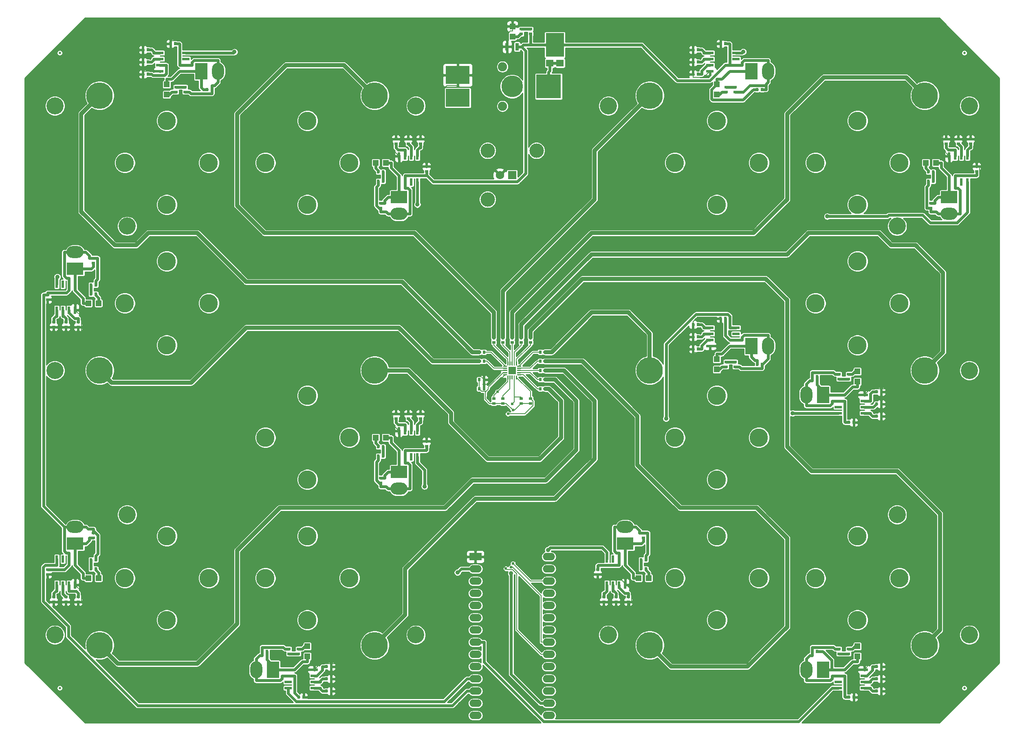
<source format=gtl>
%TF.GenerationSoftware,KiCad,Pcbnew,5.1.10-88a1d61d58~88~ubuntu20.10.1*%
%TF.CreationDate,2021-06-25T14:56:41-04:00*%
%TF.ProjectId,lickport_array_module,6c69636b-706f-4727-945f-61727261795f,1.1*%
%TF.SameCoordinates,Original*%
%TF.FileFunction,Copper,L1,Top*%
%TF.FilePolarity,Positive*%
%FSLAX46Y46*%
G04 Gerber Fmt 4.6, Leading zero omitted, Abs format (unit mm)*
G04 Created by KiCad (PCBNEW 5.1.10-88a1d61d58~88~ubuntu20.10.1) date 2021-06-25 14:56:41*
%MOMM*%
%LPD*%
G01*
G04 APERTURE LIST*
%TA.AperFunction,SMDPad,CuDef*%
%ADD10R,5.000000X3.750000*%
%TD*%
%TA.AperFunction,SMDPad,CuDef*%
%ADD11R,5.200000X5.000000*%
%TD*%
%TA.AperFunction,ComponentPad*%
%ADD12C,1.900000*%
%TD*%
%TA.AperFunction,ComponentPad*%
%ADD13C,4.500000*%
%TD*%
%TA.AperFunction,ComponentPad*%
%ADD14C,3.810000*%
%TD*%
%TA.AperFunction,ComponentPad*%
%ADD15O,2.540000X1.524000*%
%TD*%
%TA.AperFunction,ComponentPad*%
%ADD16R,2.540000X1.524000*%
%TD*%
%TA.AperFunction,ComponentPad*%
%ADD17C,3.000000*%
%TD*%
%TA.AperFunction,ComponentPad*%
%ADD18C,1.750000*%
%TD*%
%TA.AperFunction,ComponentPad*%
%ADD19R,1.750000X1.750000*%
%TD*%
%TA.AperFunction,ComponentPad*%
%ADD20O,3.500000X2.500000*%
%TD*%
%TA.AperFunction,ComponentPad*%
%ADD21R,3.500000X2.500000*%
%TD*%
%TA.AperFunction,ComponentPad*%
%ADD22O,2.500000X3.500000*%
%TD*%
%TA.AperFunction,ComponentPad*%
%ADD23R,2.500000X3.500000*%
%TD*%
%TA.AperFunction,SMDPad,CuDef*%
%ADD24R,0.787400X1.600200*%
%TD*%
%TA.AperFunction,SMDPad,CuDef*%
%ADD25R,0.600000X0.700000*%
%TD*%
%TA.AperFunction,SMDPad,CuDef*%
%ADD26R,0.700000X0.600000*%
%TD*%
%TA.AperFunction,SMDPad,CuDef*%
%ADD27R,3.800000X4.960000*%
%TD*%
%TA.AperFunction,SMDPad,CuDef*%
%ADD28R,1.600000X1.440000*%
%TD*%
%TA.AperFunction,SMDPad,CuDef*%
%ADD29C,0.500000*%
%TD*%
%TA.AperFunction,SMDPad,CuDef*%
%ADD30R,1.193800X1.193800*%
%TD*%
%TA.AperFunction,ComponentPad*%
%ADD31C,3.556000*%
%TD*%
%TA.AperFunction,ComponentPad*%
%ADD32C,5.511800*%
%TD*%
%TA.AperFunction,SMDPad,CuDef*%
%ADD33C,0.100000*%
%TD*%
%TA.AperFunction,SMDPad,CuDef*%
%ADD34R,1.600000X1.600000*%
%TD*%
%TA.AperFunction,SMDPad,CuDef*%
%ADD35R,0.599440X1.549400*%
%TD*%
%TA.AperFunction,SMDPad,CuDef*%
%ADD36R,1.549400X0.599440*%
%TD*%
%TA.AperFunction,ViaPad*%
%ADD37C,0.609600*%
%TD*%
%TA.AperFunction,ViaPad*%
%ADD38C,0.914400*%
%TD*%
%TA.AperFunction,Conductor*%
%ADD39C,0.609600*%
%TD*%
%TA.AperFunction,Conductor*%
%ADD40C,0.203200*%
%TD*%
%TA.AperFunction,Conductor*%
%ADD41C,0.812800*%
%TD*%
%TA.AperFunction,Conductor*%
%ADD42C,0.254000*%
%TD*%
%TA.AperFunction,Conductor*%
%ADD43C,0.100000*%
%TD*%
G04 APERTURE END LIST*
D10*
%TO.P,P1,3*%
%TO.N,N/C*%
X128400000Y-32220000D03*
%TO.P,P1,2*%
%TO.N,GND*%
X128400000Y-27470000D03*
D11*
%TO.P,P1,1*%
%TO.N,VAA*%
X147300000Y-29845000D03*
D12*
%TO.P,P1,*%
%TO.N,*%
X137700000Y-33945000D03*
X137700000Y-25745000D03*
D13*
X139700000Y-29845000D03*
%TD*%
D14*
%TO.P,S1,*%
%TO.N,*%
X67945000Y-83658809D03*
X59216191Y-74930000D03*
X67945000Y-66201191D03*
X76673809Y-74930000D03*
%TD*%
%TO.P,S2,*%
%TO.N,*%
X59216191Y-45720000D03*
X67945000Y-36991191D03*
X76673809Y-45720000D03*
X67945000Y-54448809D03*
%TD*%
%TO.P,S3,*%
%TO.N,*%
X97155000Y-36991191D03*
X105883809Y-45720000D03*
X97155000Y-54448809D03*
X88426191Y-45720000D03*
%TD*%
%TO.P,S4,*%
%TO.N,*%
X173516191Y-45720000D03*
X182245000Y-36991191D03*
X190973809Y-45720000D03*
X182245000Y-54448809D03*
%TD*%
%TO.P,S5,*%
%TO.N,*%
X211455000Y-36991191D03*
X220183809Y-45720000D03*
X211455000Y-54448809D03*
X202726191Y-45720000D03*
%TD*%
%TO.P,S6,*%
%TO.N,*%
X220183809Y-74930000D03*
X211455000Y-83658809D03*
X202726191Y-74930000D03*
X211455000Y-66201191D03*
%TD*%
%TO.P,S7,*%
%TO.N,*%
X220183809Y-132080000D03*
X211455000Y-140808809D03*
X202726191Y-132080000D03*
X211455000Y-123351191D03*
%TD*%
%TO.P,S8,*%
%TO.N,*%
X173516191Y-102870000D03*
X182245000Y-94141191D03*
X190973809Y-102870000D03*
X182245000Y-111598809D03*
%TD*%
%TO.P,S9,*%
%TO.N,*%
X182245000Y-140808809D03*
X173516191Y-132080000D03*
X182245000Y-123351191D03*
X190973809Y-132080000D03*
%TD*%
%TO.P,S10,*%
%TO.N,*%
X105883809Y-132080000D03*
X97155000Y-140808809D03*
X88426191Y-132080000D03*
X97155000Y-123351191D03*
%TD*%
%TO.P,S11,*%
%TO.N,*%
X67945000Y-140808809D03*
X59216191Y-132080000D03*
X67945000Y-123351191D03*
X76673809Y-132080000D03*
%TD*%
%TO.P,S12,*%
%TO.N,*%
X97155000Y-94141191D03*
X105883809Y-102870000D03*
X97155000Y-111598809D03*
X88426191Y-102870000D03*
%TD*%
D15*
%TO.P,TEENSY1,V_IN*%
%TO.N,N/C*%
X147320000Y-127635000D03*
%TO.P,TEENSY1,*%
%TO.N,*%
X147320000Y-130175000D03*
%TO.P,TEENSY1,3V3*%
%TO.N,VDD*%
X147320000Y-132715000D03*
%TO.P,TEENSY1,23*%
%TO.N,N/C*%
X147320000Y-135255000D03*
%TO.P,TEENSY1,22*%
X147320000Y-137795000D03*
%TO.P,TEENSY1,21*%
X147320000Y-140335000D03*
%TO.P,TEENSY1,20*%
X147320000Y-142875000D03*
%TO.P,TEENSY1,19*%
%TO.N,/SCL*%
X147320000Y-145415000D03*
%TO.P,TEENSY1,18*%
%TO.N,/SDA*%
X147320000Y-147955000D03*
%TO.P,TEENSY1,17*%
%TO.N,N/C*%
X147320000Y-150495000D03*
%TO.P,TEENSY1,16*%
X147320000Y-153035000D03*
%TO.P,TEENSY1,15*%
X147320000Y-155575000D03*
%TO.P,TEENSY1,14*%
%TO.N,/SYNC*%
X147320000Y-158115000D03*
%TO.P,TEENSY1,13*%
%TO.N,N/C*%
X147320000Y-160655000D03*
%TO.P,TEENSY1,12*%
%TO.N,/~CHANGE*%
X132080000Y-160655000D03*
%TO.P,TEENSY1,11*%
%TO.N,/SOLENOID_11*%
X132080000Y-158115000D03*
%TO.P,TEENSY1,10*%
%TO.N,/SOLENOID_10*%
X132080000Y-155575000D03*
%TO.P,TEENSY1,9*%
%TO.N,/SOLENOID_9*%
X132080000Y-153035000D03*
%TO.P,TEENSY1,8*%
%TO.N,/SOLENOID_8*%
X132080000Y-150495000D03*
%TO.P,TEENSY1,7*%
%TO.N,/SOLENOID_7*%
X132080000Y-147955000D03*
%TO.P,TEENSY1,6*%
%TO.N,/SOLENOID_6*%
X132080000Y-145415000D03*
%TO.P,TEENSY1,5*%
%TO.N,/SOLENOID_5*%
X132080000Y-142875000D03*
%TO.P,TEENSY1,4*%
%TO.N,/SOLENOID_4*%
X132080000Y-140335000D03*
%TO.P,TEENSY1,3*%
%TO.N,/SOLENOID_3*%
X132080000Y-137795000D03*
%TO.P,TEENSY1,2*%
%TO.N,/SOLENOID_2*%
X132080000Y-135255000D03*
%TO.P,TEENSY1,1*%
%TO.N,/SOLENOID_1*%
X132080000Y-132715000D03*
%TO.P,TEENSY1,0*%
%TO.N,/SOLENOID_0*%
X132080000Y-130175000D03*
D16*
%TO.P,TEENSY1,GND*%
%TO.N,GND*%
X132080000Y-127635000D03*
%TD*%
D17*
%TO.P,P2,*%
%TO.N,*%
X134620000Y-53340000D03*
D18*
%TO.P,P2,2*%
%TO.N,GND*%
X137160000Y-48260000D03*
D19*
%TO.P,P2,1*%
%TO.N,/SYNC*%
X139700000Y-48260000D03*
D17*
%TO.P,P2,*%
%TO.N,*%
X144780000Y-43180000D03*
X134620000Y-43180000D03*
%TD*%
D20*
%TO.P,T1,2*%
%TO.N,VCC*%
X48895000Y-64290000D03*
D21*
%TO.P,T1,1*%
%TO.N,/lickport_interface_0/SH*%
X48895000Y-67790000D03*
%TD*%
D22*
%TO.P,T2,2*%
%TO.N,VCC*%
X78585000Y-26670000D03*
D23*
%TO.P,T2,1*%
%TO.N,/lickport_interface_1/SH*%
X75085000Y-26670000D03*
%TD*%
D20*
%TO.P,T3,2*%
%TO.N,VCC*%
X116205000Y-56360000D03*
D21*
%TO.P,T3,1*%
%TO.N,/lickport_interface_2/SH*%
X116205000Y-52860000D03*
%TD*%
D22*
%TO.P,T4,2*%
%TO.N,VCC*%
X192885000Y-26670000D03*
D23*
%TO.P,T4,1*%
%TO.N,/lickport_interface_3/SH*%
X189385000Y-26670000D03*
%TD*%
D20*
%TO.P,T5,2*%
%TO.N,VCC*%
X230505000Y-56360000D03*
D21*
%TO.P,T5,1*%
%TO.N,/lickport_interface_4/SH*%
X230505000Y-52860000D03*
%TD*%
D22*
%TO.P,T6,2*%
%TO.N,VCC*%
X200815000Y-93980000D03*
D23*
%TO.P,T6,1*%
%TO.N,/lickport_interface_5/SH*%
X204315000Y-93980000D03*
%TD*%
D22*
%TO.P,T7,2*%
%TO.N,VCC*%
X200815000Y-151130000D03*
D23*
%TO.P,T7,1*%
%TO.N,/lickport_interface_6/SH*%
X204315000Y-151130000D03*
%TD*%
D22*
%TO.P,T8,2*%
%TO.N,VCC*%
X192885000Y-83820000D03*
D23*
%TO.P,T8,1*%
%TO.N,/lickport_interface_7/SH*%
X189385000Y-83820000D03*
%TD*%
D20*
%TO.P,T9,2*%
%TO.N,VCC*%
X163195000Y-121440000D03*
D21*
%TO.P,T9,1*%
%TO.N,/lickport_interface_8/SH*%
X163195000Y-124940000D03*
%TD*%
D22*
%TO.P,T10,2*%
%TO.N,VCC*%
X86515000Y-151130000D03*
D23*
%TO.P,T10,1*%
%TO.N,/lickport_interface_9/SH*%
X90015000Y-151130000D03*
%TD*%
D20*
%TO.P,T11,2*%
%TO.N,VCC*%
X48895000Y-121440000D03*
D21*
%TO.P,T11,1*%
%TO.N,/lickport_interface_10/SH*%
X48895000Y-124940000D03*
%TD*%
D20*
%TO.P,T12,2*%
%TO.N,VCC*%
X116205000Y-113510000D03*
D21*
%TO.P,T12,1*%
%TO.N,/lickport_interface_11/SH*%
X116205000Y-110010000D03*
%TD*%
D24*
%TO.P,C1,1*%
%TO.N,VCC*%
X140741400Y-21590000D03*
%TO.P,C1,2*%
%TO.N,GND*%
X138658600Y-21590000D03*
%TD*%
D25*
%TO.P,C2,2*%
%TO.N,GND*%
X133850000Y-90805000D03*
%TO.P,C2,1*%
%TO.N,VDD*%
X132850000Y-90805000D03*
%TD*%
%TO.P,C3,2*%
%TO.N,GND*%
X133850000Y-92710000D03*
%TO.P,C3,1*%
%TO.N,VDD*%
X132850000Y-92710000D03*
%TD*%
D26*
%TO.P,C4,2*%
%TO.N,GND*%
X43180000Y-74160000D03*
%TO.P,C4,1*%
%TO.N,VCC*%
X43180000Y-73160000D03*
%TD*%
%TO.P,C5,2*%
%TO.N,GND*%
X46990000Y-79875000D03*
%TO.P,C5,1*%
%TO.N,Net-(C5-Pad1)*%
X46990000Y-78875000D03*
%TD*%
D25*
%TO.P,C6,1*%
%TO.N,VCC*%
X69715000Y-20955000D03*
%TO.P,C6,2*%
%TO.N,GND*%
X68715000Y-20955000D03*
%TD*%
%TO.P,C7,2*%
%TO.N,GND*%
X63000000Y-24765000D03*
%TO.P,C7,1*%
%TO.N,Net-(C7-Pad1)*%
X64000000Y-24765000D03*
%TD*%
D26*
%TO.P,C8,1*%
%TO.N,VCC*%
X121920000Y-47490000D03*
%TO.P,C8,2*%
%TO.N,GND*%
X121920000Y-46490000D03*
%TD*%
%TO.P,C9,2*%
%TO.N,GND*%
X118110000Y-40775000D03*
%TO.P,C9,1*%
%TO.N,Net-(C9-Pad1)*%
X118110000Y-41775000D03*
%TD*%
D25*
%TO.P,C10,2*%
%TO.N,GND*%
X183015000Y-20955000D03*
%TO.P,C10,1*%
%TO.N,VCC*%
X184015000Y-20955000D03*
%TD*%
%TO.P,C11,1*%
%TO.N,Net-(C11-Pad1)*%
X178300000Y-24765000D03*
%TO.P,C11,2*%
%TO.N,GND*%
X177300000Y-24765000D03*
%TD*%
D26*
%TO.P,C12,2*%
%TO.N,GND*%
X236220000Y-46490000D03*
%TO.P,C12,1*%
%TO.N,VCC*%
X236220000Y-47490000D03*
%TD*%
%TO.P,C13,1*%
%TO.N,Net-(C13-Pad1)*%
X232410000Y-41775000D03*
%TO.P,C13,2*%
%TO.N,GND*%
X232410000Y-40775000D03*
%TD*%
D25*
%TO.P,C14,1*%
%TO.N,VCC*%
X209685000Y-99695000D03*
%TO.P,C14,2*%
%TO.N,GND*%
X210685000Y-99695000D03*
%TD*%
%TO.P,C15,2*%
%TO.N,GND*%
X216400000Y-95885000D03*
%TO.P,C15,1*%
%TO.N,Net-(C15-Pad1)*%
X215400000Y-95885000D03*
%TD*%
%TO.P,C16,2*%
%TO.N,GND*%
X210685000Y-156845000D03*
%TO.P,C16,1*%
%TO.N,VCC*%
X209685000Y-156845000D03*
%TD*%
%TO.P,C17,1*%
%TO.N,Net-(C17-Pad1)*%
X215400000Y-153035000D03*
%TO.P,C17,2*%
%TO.N,GND*%
X216400000Y-153035000D03*
%TD*%
%TO.P,C18,1*%
%TO.N,VCC*%
X184015000Y-78105000D03*
%TO.P,C18,2*%
%TO.N,GND*%
X183015000Y-78105000D03*
%TD*%
%TO.P,C19,1*%
%TO.N,Net-(C19-Pad1)*%
X178300000Y-81915000D03*
%TO.P,C19,2*%
%TO.N,GND*%
X177300000Y-81915000D03*
%TD*%
D26*
%TO.P,C20,2*%
%TO.N,GND*%
X157480000Y-131310000D03*
%TO.P,C20,1*%
%TO.N,VCC*%
X157480000Y-130310000D03*
%TD*%
%TO.P,C21,1*%
%TO.N,Net-(C21-Pad1)*%
X161290000Y-136025000D03*
%TO.P,C21,2*%
%TO.N,GND*%
X161290000Y-137025000D03*
%TD*%
D25*
%TO.P,C22,1*%
%TO.N,VCC*%
X95385000Y-156845000D03*
%TO.P,C22,2*%
%TO.N,GND*%
X96385000Y-156845000D03*
%TD*%
%TO.P,C23,1*%
%TO.N,Net-(C23-Pad1)*%
X101100000Y-153035000D03*
%TO.P,C23,2*%
%TO.N,GND*%
X102100000Y-153035000D03*
%TD*%
D26*
%TO.P,C24,2*%
%TO.N,GND*%
X43180000Y-131310000D03*
%TO.P,C24,1*%
%TO.N,VCC*%
X43180000Y-130310000D03*
%TD*%
%TO.P,C25,1*%
%TO.N,Net-(C25-Pad1)*%
X46990000Y-136025000D03*
%TO.P,C25,2*%
%TO.N,GND*%
X46990000Y-137025000D03*
%TD*%
%TO.P,C26,1*%
%TO.N,VCC*%
X121920000Y-104640000D03*
%TO.P,C26,2*%
%TO.N,GND*%
X121920000Y-103640000D03*
%TD*%
%TO.P,C27,1*%
%TO.N,Net-(C27-Pad1)*%
X118110000Y-98925000D03*
%TO.P,C27,2*%
%TO.N,GND*%
X118110000Y-97925000D03*
%TD*%
D27*
%TO.P,D1,1*%
%TO.N,VCC*%
X148590000Y-21205000D03*
D28*
%TO.P,D1,2*%
%TO.N,VAA*%
X149655000Y-25005000D03*
X147525000Y-25005000D03*
%TD*%
D26*
%TO.P,D2,1*%
%TO.N,Net-(D2-Pad1)*%
X143510000Y-17915000D03*
%TO.P,D2,2*%
%TO.N,VCC*%
X143510000Y-18915000D03*
%TD*%
%TO.P,D3,1*%
%TO.N,VCC*%
X52705000Y-65540000D03*
%TO.P,D3,2*%
%TO.N,/lickport_interface_0/SH*%
X52705000Y-66540000D03*
%TD*%
D25*
%TO.P,D4,1*%
%TO.N,Net-(D4-Pad1)*%
X52205000Y-71120000D03*
%TO.P,D4,2*%
%TO.N,VCC*%
X53205000Y-71120000D03*
%TD*%
%TO.P,D5,2*%
%TO.N,/lickport_interface_1/SH*%
X76335000Y-30480000D03*
%TO.P,D5,1*%
%TO.N,VCC*%
X77335000Y-30480000D03*
%TD*%
D26*
%TO.P,D6,2*%
%TO.N,VCC*%
X71755000Y-30980000D03*
%TO.P,D6,1*%
%TO.N,Net-(D6-Pad1)*%
X71755000Y-29980000D03*
%TD*%
%TO.P,D7,1*%
%TO.N,VCC*%
X112395000Y-55110000D03*
%TO.P,D7,2*%
%TO.N,/lickport_interface_2/SH*%
X112395000Y-54110000D03*
%TD*%
D25*
%TO.P,D8,2*%
%TO.N,VCC*%
X111895000Y-49530000D03*
%TO.P,D8,1*%
%TO.N,Net-(D8-Pad1)*%
X112895000Y-49530000D03*
%TD*%
%TO.P,D9,1*%
%TO.N,VCC*%
X191635000Y-30480000D03*
%TO.P,D9,2*%
%TO.N,/lickport_interface_3/SH*%
X190635000Y-30480000D03*
%TD*%
D26*
%TO.P,D10,1*%
%TO.N,Net-(D10-Pad1)*%
X186055000Y-29980000D03*
%TO.P,D10,2*%
%TO.N,VCC*%
X186055000Y-30980000D03*
%TD*%
%TO.P,D11,1*%
%TO.N,VCC*%
X226695000Y-55110000D03*
%TO.P,D11,2*%
%TO.N,/lickport_interface_4/SH*%
X226695000Y-54110000D03*
%TD*%
D25*
%TO.P,D12,2*%
%TO.N,VCC*%
X226195000Y-49530000D03*
%TO.P,D12,1*%
%TO.N,Net-(D12-Pad1)*%
X227195000Y-49530000D03*
%TD*%
%TO.P,D13,2*%
%TO.N,/lickport_interface_5/SH*%
X203065000Y-90170000D03*
%TO.P,D13,1*%
%TO.N,VCC*%
X202065000Y-90170000D03*
%TD*%
D26*
%TO.P,D14,1*%
%TO.N,Net-(D14-Pad1)*%
X207645000Y-90670000D03*
%TO.P,D14,2*%
%TO.N,VCC*%
X207645000Y-89670000D03*
%TD*%
D25*
%TO.P,D15,1*%
%TO.N,VCC*%
X202065000Y-147320000D03*
%TO.P,D15,2*%
%TO.N,/lickport_interface_6/SH*%
X203065000Y-147320000D03*
%TD*%
D26*
%TO.P,D16,2*%
%TO.N,VCC*%
X207645000Y-146820000D03*
%TO.P,D16,1*%
%TO.N,Net-(D16-Pad1)*%
X207645000Y-147820000D03*
%TD*%
D25*
%TO.P,D17,2*%
%TO.N,/lickport_interface_7/SH*%
X190635000Y-87630000D03*
%TO.P,D17,1*%
%TO.N,VCC*%
X191635000Y-87630000D03*
%TD*%
D26*
%TO.P,D18,1*%
%TO.N,Net-(D18-Pad1)*%
X186055000Y-87130000D03*
%TO.P,D18,2*%
%TO.N,VCC*%
X186055000Y-88130000D03*
%TD*%
%TO.P,D19,2*%
%TO.N,/lickport_interface_8/SH*%
X167005000Y-123690000D03*
%TO.P,D19,1*%
%TO.N,VCC*%
X167005000Y-122690000D03*
%TD*%
D25*
%TO.P,D20,1*%
%TO.N,Net-(D20-Pad1)*%
X166505000Y-128270000D03*
%TO.P,D20,2*%
%TO.N,VCC*%
X167505000Y-128270000D03*
%TD*%
%TO.P,D21,2*%
%TO.N,/lickport_interface_9/SH*%
X88765000Y-147320000D03*
%TO.P,D21,1*%
%TO.N,VCC*%
X87765000Y-147320000D03*
%TD*%
D26*
%TO.P,D22,2*%
%TO.N,VCC*%
X93345000Y-146820000D03*
%TO.P,D22,1*%
%TO.N,Net-(D22-Pad1)*%
X93345000Y-147820000D03*
%TD*%
%TO.P,D23,1*%
%TO.N,VCC*%
X52705000Y-122690000D03*
%TO.P,D23,2*%
%TO.N,/lickport_interface_10/SH*%
X52705000Y-123690000D03*
%TD*%
D25*
%TO.P,D24,2*%
%TO.N,VCC*%
X53205000Y-128270000D03*
%TO.P,D24,1*%
%TO.N,Net-(D24-Pad1)*%
X52205000Y-128270000D03*
%TD*%
D26*
%TO.P,D25,1*%
%TO.N,VCC*%
X112395000Y-112260000D03*
%TO.P,D25,2*%
%TO.N,/lickport_interface_11/SH*%
X112395000Y-111260000D03*
%TD*%
D25*
%TO.P,D26,2*%
%TO.N,VCC*%
X111895000Y-106680000D03*
%TO.P,D26,1*%
%TO.N,Net-(D26-Pad1)*%
X112895000Y-106680000D03*
%TD*%
D29*
%TO.P,FID1,~*%
%TO.N,N/C*%
X45720000Y-22860000D03*
%TD*%
%TO.P,FID2,~*%
%TO.N,N/C*%
X233680000Y-22860000D03*
%TD*%
%TO.P,FID3,~*%
%TO.N,N/C*%
X233680000Y-154940000D03*
%TD*%
%TO.P,FID4,~*%
%TO.N,N/C*%
X45720000Y-154940000D03*
%TD*%
D30*
%TO.P,L1,1*%
%TO.N,Net-(L1-Pad1)*%
X139779000Y-19469100D03*
%TO.P,L1,2*%
%TO.N,GND*%
X139779000Y-17360900D03*
%TD*%
%TO.P,L2,2*%
%TO.N,/lickport_interface_0/SH*%
X51650900Y-74930000D03*
%TO.P,L2,1*%
%TO.N,Net-(L2-Pad1)*%
X53759100Y-74930000D03*
%TD*%
%TO.P,L3,2*%
%TO.N,/lickport_interface_1/SH*%
X67945000Y-29425900D03*
%TO.P,L3,1*%
%TO.N,Net-(L3-Pad1)*%
X67945000Y-31534100D03*
%TD*%
%TO.P,L4,1*%
%TO.N,Net-(L4-Pad1)*%
X111340900Y-45720000D03*
%TO.P,L4,2*%
%TO.N,/lickport_interface_2/SH*%
X113449100Y-45720000D03*
%TD*%
%TO.P,L5,2*%
%TO.N,/lickport_interface_3/SH*%
X182245000Y-29425900D03*
%TO.P,L5,1*%
%TO.N,Net-(L5-Pad1)*%
X182245000Y-31534100D03*
%TD*%
%TO.P,L6,1*%
%TO.N,Net-(L6-Pad1)*%
X225640900Y-45720000D03*
%TO.P,L6,2*%
%TO.N,/lickport_interface_4/SH*%
X227749100Y-45720000D03*
%TD*%
%TO.P,L7,1*%
%TO.N,Net-(L7-Pad1)*%
X211455000Y-89115900D03*
%TO.P,L7,2*%
%TO.N,/lickport_interface_5/SH*%
X211455000Y-91224100D03*
%TD*%
%TO.P,L8,1*%
%TO.N,Net-(L8-Pad1)*%
X211455000Y-146265900D03*
%TO.P,L8,2*%
%TO.N,/lickport_interface_6/SH*%
X211455000Y-148374100D03*
%TD*%
%TO.P,L9,2*%
%TO.N,/lickport_interface_7/SH*%
X182245000Y-86575900D03*
%TO.P,L9,1*%
%TO.N,Net-(L9-Pad1)*%
X182245000Y-88684100D03*
%TD*%
%TO.P,L10,1*%
%TO.N,Net-(L10-Pad1)*%
X168059100Y-132080000D03*
%TO.P,L10,2*%
%TO.N,/lickport_interface_8/SH*%
X165950900Y-132080000D03*
%TD*%
%TO.P,L11,1*%
%TO.N,Net-(L11-Pad1)*%
X97155000Y-146265900D03*
%TO.P,L11,2*%
%TO.N,/lickport_interface_9/SH*%
X97155000Y-148374100D03*
%TD*%
%TO.P,L12,2*%
%TO.N,/lickport_interface_10/SH*%
X51650900Y-132080000D03*
%TO.P,L12,1*%
%TO.N,Net-(L12-Pad1)*%
X53759100Y-132080000D03*
%TD*%
%TO.P,L13,2*%
%TO.N,/lickport_interface_11/SH*%
X113449100Y-102870000D03*
%TO.P,L13,1*%
%TO.N,Net-(L13-Pad1)*%
X111340900Y-102870000D03*
%TD*%
D31*
%TO.P,MH1,1*%
%TO.N,N/C*%
X44700000Y-33900000D03*
%TD*%
%TO.P,MH2,1*%
%TO.N,N/C*%
X119700000Y-33900000D03*
%TD*%
%TO.P,MH3,1*%
%TO.N,N/C*%
X159700000Y-33900000D03*
%TD*%
%TO.P,MH4,1*%
%TO.N,N/C*%
X234700000Y-33900000D03*
%TD*%
%TO.P,MH5,1*%
%TO.N,N/C*%
X219700000Y-58900000D03*
%TD*%
%TO.P,MH6,1*%
%TO.N,N/C*%
X234700000Y-88900000D03*
%TD*%
%TO.P,MH7,1*%
%TO.N,N/C*%
X219700000Y-118900000D03*
%TD*%
%TO.P,MH8,1*%
%TO.N,N/C*%
X234700000Y-143900000D03*
%TD*%
%TO.P,MH9,1*%
%TO.N,N/C*%
X159700000Y-143900000D03*
%TD*%
%TO.P,MH10,1*%
%TO.N,N/C*%
X119700000Y-143900000D03*
%TD*%
%TO.P,MH11,1*%
%TO.N,N/C*%
X44700000Y-143900000D03*
%TD*%
%TO.P,MH12,1*%
%TO.N,N/C*%
X59700000Y-118900000D03*
%TD*%
%TO.P,MH13,1*%
%TO.N,N/C*%
X44700000Y-88900000D03*
%TD*%
%TO.P,MH14,1*%
%TO.N,N/C*%
X59700000Y-58900000D03*
%TD*%
D32*
%TO.P,P3,1*%
%TO.N,/lickport_interface_0/SENSE*%
X53975000Y-88900000D03*
%TD*%
%TO.P,P4,1*%
%TO.N,/lickport_interface_1/SENSE*%
X53975000Y-31750000D03*
%TD*%
%TO.P,P5,1*%
%TO.N,/lickport_interface_2/SENSE*%
X111125000Y-31750000D03*
%TD*%
%TO.P,P6,1*%
%TO.N,/lickport_interface_3/SENSE*%
X168275000Y-31750000D03*
%TD*%
%TO.P,P7,1*%
%TO.N,/lickport_interface_4/SENSE*%
X225425000Y-31750000D03*
%TD*%
%TO.P,P8,1*%
%TO.N,/lickport_interface_5/SENSE*%
X225425000Y-88900000D03*
%TD*%
%TO.P,P9,1*%
%TO.N,/lickport_interface_6/SENSE*%
X225425000Y-146050000D03*
%TD*%
%TO.P,P10,1*%
%TO.N,/lickport_interface_7/SENSE*%
X168275000Y-88900000D03*
%TD*%
%TO.P,P11,1*%
%TO.N,/lickport_interface_8/SENSE*%
X168275000Y-146050000D03*
%TD*%
%TO.P,P12,1*%
%TO.N,/lickport_interface_9/SENSE*%
X111125000Y-146050000D03*
%TD*%
%TO.P,P13,1*%
%TO.N,/lickport_interface_10/SENSE*%
X53975000Y-146050000D03*
%TD*%
%TO.P,P14,1*%
%TO.N,/lickport_interface_11/SENSE*%
X111125000Y-88900000D03*
%TD*%
D26*
%TO.P,R1,2*%
%TO.N,Net-(L1-Pad1)*%
X141605000Y-18915000D03*
%TO.P,R1,1*%
%TO.N,Net-(D2-Pad1)*%
X141605000Y-17915000D03*
%TD*%
%TO.P,R2,1*%
%TO.N,VDD*%
X135890000Y-95750000D03*
%TO.P,R2,2*%
%TO.N,/SDA*%
X135890000Y-94750000D03*
%TD*%
%TO.P,R3,2*%
%TO.N,/SCL*%
X141605000Y-94750000D03*
%TO.P,R3,1*%
%TO.N,VDD*%
X141605000Y-95750000D03*
%TD*%
%TO.P,R4,1*%
%TO.N,VDD*%
X143510000Y-95750000D03*
%TO.P,R4,2*%
%TO.N,/~CHANGE*%
X143510000Y-94750000D03*
%TD*%
%TO.P,R5,1*%
%TO.N,VDD*%
X137795000Y-95750000D03*
%TO.P,R5,2*%
%TO.N,/RESET*%
X137795000Y-94750000D03*
%TD*%
%TO.P,R6,2*%
%TO.N,GND*%
X44450000Y-79875000D03*
%TO.P,R6,1*%
%TO.N,Net-(R6-Pad1)*%
X44450000Y-78875000D03*
%TD*%
%TO.P,R7,2*%
%TO.N,GND*%
X49530000Y-79875000D03*
%TO.P,R7,1*%
%TO.N,Net-(R7-Pad1)*%
X49530000Y-78875000D03*
%TD*%
D25*
%TO.P,R8,1*%
%TO.N,Net-(D4-Pad1)*%
X52205000Y-73025000D03*
%TO.P,R8,2*%
%TO.N,Net-(L2-Pad1)*%
X53205000Y-73025000D03*
%TD*%
%TO.P,R9,2*%
%TO.N,/TOUCH_0*%
X133850000Y-86995000D03*
%TO.P,R9,1*%
%TO.N,/lickport_interface_0/SENSE*%
X132850000Y-86995000D03*
%TD*%
%TO.P,R10,1*%
%TO.N,Net-(R10-Pad1)*%
X64000000Y-22225000D03*
%TO.P,R10,2*%
%TO.N,GND*%
X63000000Y-22225000D03*
%TD*%
%TO.P,R11,1*%
%TO.N,Net-(R11-Pad1)*%
X64000000Y-27305000D03*
%TO.P,R11,2*%
%TO.N,GND*%
X63000000Y-27305000D03*
%TD*%
D26*
%TO.P,R12,2*%
%TO.N,Net-(L3-Pad1)*%
X69850000Y-30980000D03*
%TO.P,R12,1*%
%TO.N,Net-(D6-Pad1)*%
X69850000Y-29980000D03*
%TD*%
D25*
%TO.P,R13,1*%
%TO.N,/lickport_interface_1/SENSE*%
X132850000Y-85090000D03*
%TO.P,R13,2*%
%TO.N,/TOUCH_1*%
X133850000Y-85090000D03*
%TD*%
D26*
%TO.P,R14,1*%
%TO.N,Net-(R14-Pad1)*%
X120650000Y-41775000D03*
%TO.P,R14,2*%
%TO.N,GND*%
X120650000Y-40775000D03*
%TD*%
%TO.P,R15,1*%
%TO.N,Net-(R15-Pad1)*%
X115570000Y-41775000D03*
%TO.P,R15,2*%
%TO.N,GND*%
X115570000Y-40775000D03*
%TD*%
D25*
%TO.P,R16,2*%
%TO.N,Net-(L4-Pad1)*%
X111895000Y-47625000D03*
%TO.P,R16,1*%
%TO.N,Net-(D8-Pad1)*%
X112895000Y-47625000D03*
%TD*%
D26*
%TO.P,R17,1*%
%TO.N,/lickport_interface_2/SENSE*%
X135890000Y-82050000D03*
%TO.P,R17,2*%
%TO.N,/TOUCH_2*%
X135890000Y-83050000D03*
%TD*%
D25*
%TO.P,R18,2*%
%TO.N,GND*%
X177300000Y-22225000D03*
%TO.P,R18,1*%
%TO.N,Net-(R18-Pad1)*%
X178300000Y-22225000D03*
%TD*%
%TO.P,R19,2*%
%TO.N,GND*%
X177300000Y-27305000D03*
%TO.P,R19,1*%
%TO.N,Net-(R19-Pad1)*%
X178300000Y-27305000D03*
%TD*%
D26*
%TO.P,R20,1*%
%TO.N,Net-(D10-Pad1)*%
X184150000Y-29980000D03*
%TO.P,R20,2*%
%TO.N,Net-(L5-Pad1)*%
X184150000Y-30980000D03*
%TD*%
%TO.P,R21,1*%
%TO.N,/lickport_interface_3/SENSE*%
X137795000Y-82050000D03*
%TO.P,R21,2*%
%TO.N,/TOUCH_3*%
X137795000Y-83050000D03*
%TD*%
%TO.P,R22,2*%
%TO.N,GND*%
X234950000Y-40775000D03*
%TO.P,R22,1*%
%TO.N,Net-(R22-Pad1)*%
X234950000Y-41775000D03*
%TD*%
%TO.P,R23,2*%
%TO.N,GND*%
X229870000Y-40775000D03*
%TO.P,R23,1*%
%TO.N,Net-(R23-Pad1)*%
X229870000Y-41775000D03*
%TD*%
D25*
%TO.P,R24,1*%
%TO.N,Net-(D12-Pad1)*%
X227195000Y-47625000D03*
%TO.P,R24,2*%
%TO.N,Net-(L6-Pad1)*%
X226195000Y-47625000D03*
%TD*%
D26*
%TO.P,R25,1*%
%TO.N,/lickport_interface_4/SENSE*%
X139700000Y-82050000D03*
%TO.P,R25,2*%
%TO.N,/TOUCH_4*%
X139700000Y-83050000D03*
%TD*%
D25*
%TO.P,R26,2*%
%TO.N,GND*%
X216400000Y-98425000D03*
%TO.P,R26,1*%
%TO.N,Net-(R26-Pad1)*%
X215400000Y-98425000D03*
%TD*%
%TO.P,R27,2*%
%TO.N,GND*%
X216400000Y-93345000D03*
%TO.P,R27,1*%
%TO.N,Net-(R27-Pad1)*%
X215400000Y-93345000D03*
%TD*%
D26*
%TO.P,R28,1*%
%TO.N,Net-(D14-Pad1)*%
X209550000Y-90670000D03*
%TO.P,R28,2*%
%TO.N,Net-(L7-Pad1)*%
X209550000Y-89670000D03*
%TD*%
%TO.P,R29,1*%
%TO.N,/lickport_interface_5/SENSE*%
X141605000Y-82050000D03*
%TO.P,R29,2*%
%TO.N,/TOUCH_5*%
X141605000Y-83050000D03*
%TD*%
D25*
%TO.P,R30,2*%
%TO.N,GND*%
X216400000Y-155575000D03*
%TO.P,R30,1*%
%TO.N,Net-(R30-Pad1)*%
X215400000Y-155575000D03*
%TD*%
%TO.P,R31,2*%
%TO.N,GND*%
X216400000Y-150495000D03*
%TO.P,R31,1*%
%TO.N,Net-(R31-Pad1)*%
X215400000Y-150495000D03*
%TD*%
D26*
%TO.P,R32,1*%
%TO.N,Net-(D16-Pad1)*%
X209550000Y-147820000D03*
%TO.P,R32,2*%
%TO.N,Net-(L8-Pad1)*%
X209550000Y-146820000D03*
%TD*%
%TO.P,R33,1*%
%TO.N,/lickport_interface_6/SENSE*%
X143510000Y-82050000D03*
%TO.P,R33,2*%
%TO.N,/TOUCH_6*%
X143510000Y-83050000D03*
%TD*%
D25*
%TO.P,R34,2*%
%TO.N,GND*%
X177300000Y-79375000D03*
%TO.P,R34,1*%
%TO.N,Net-(R34-Pad1)*%
X178300000Y-79375000D03*
%TD*%
%TO.P,R35,2*%
%TO.N,GND*%
X177300000Y-84455000D03*
%TO.P,R35,1*%
%TO.N,Net-(R35-Pad1)*%
X178300000Y-84455000D03*
%TD*%
D26*
%TO.P,R36,2*%
%TO.N,Net-(L9-Pad1)*%
X184150000Y-88130000D03*
%TO.P,R36,1*%
%TO.N,Net-(D18-Pad1)*%
X184150000Y-87130000D03*
%TD*%
D25*
%TO.P,R37,2*%
%TO.N,/TOUCH_7*%
X145550000Y-85090000D03*
%TO.P,R37,1*%
%TO.N,/lickport_interface_7/SENSE*%
X146550000Y-85090000D03*
%TD*%
D26*
%TO.P,R38,2*%
%TO.N,GND*%
X158750000Y-137025000D03*
%TO.P,R38,1*%
%TO.N,Net-(R38-Pad1)*%
X158750000Y-136025000D03*
%TD*%
%TO.P,R39,2*%
%TO.N,GND*%
X163830000Y-137025000D03*
%TO.P,R39,1*%
%TO.N,Net-(R39-Pad1)*%
X163830000Y-136025000D03*
%TD*%
D25*
%TO.P,R40,2*%
%TO.N,Net-(L10-Pad1)*%
X167505000Y-130175000D03*
%TO.P,R40,1*%
%TO.N,Net-(D20-Pad1)*%
X166505000Y-130175000D03*
%TD*%
%TO.P,R41,2*%
%TO.N,/TOUCH_8*%
X145550000Y-86995000D03*
%TO.P,R41,1*%
%TO.N,/lickport_interface_8/SENSE*%
X146550000Y-86995000D03*
%TD*%
%TO.P,R42,2*%
%TO.N,GND*%
X102100000Y-155575000D03*
%TO.P,R42,1*%
%TO.N,Net-(R42-Pad1)*%
X101100000Y-155575000D03*
%TD*%
%TO.P,R43,1*%
%TO.N,Net-(R43-Pad1)*%
X101100000Y-150495000D03*
%TO.P,R43,2*%
%TO.N,GND*%
X102100000Y-150495000D03*
%TD*%
D26*
%TO.P,R44,1*%
%TO.N,Net-(D22-Pad1)*%
X95250000Y-147820000D03*
%TO.P,R44,2*%
%TO.N,Net-(L11-Pad1)*%
X95250000Y-146820000D03*
%TD*%
D25*
%TO.P,R45,1*%
%TO.N,/lickport_interface_9/SENSE*%
X146550000Y-88900000D03*
%TO.P,R45,2*%
%TO.N,/TOUCH_9*%
X145550000Y-88900000D03*
%TD*%
D26*
%TO.P,R46,1*%
%TO.N,Net-(R46-Pad1)*%
X44450000Y-136025000D03*
%TO.P,R46,2*%
%TO.N,GND*%
X44450000Y-137025000D03*
%TD*%
%TO.P,R47,1*%
%TO.N,Net-(R47-Pad1)*%
X49530000Y-136025000D03*
%TO.P,R47,2*%
%TO.N,GND*%
X49530000Y-137025000D03*
%TD*%
D25*
%TO.P,R48,2*%
%TO.N,Net-(L12-Pad1)*%
X53205000Y-130175000D03*
%TO.P,R48,1*%
%TO.N,Net-(D24-Pad1)*%
X52205000Y-130175000D03*
%TD*%
%TO.P,R49,1*%
%TO.N,/lickport_interface_10/SENSE*%
X146550000Y-90805000D03*
%TO.P,R49,2*%
%TO.N,/TOUCH_10*%
X145550000Y-90805000D03*
%TD*%
D26*
%TO.P,R50,2*%
%TO.N,GND*%
X120650000Y-97925000D03*
%TO.P,R50,1*%
%TO.N,Net-(R50-Pad1)*%
X120650000Y-98925000D03*
%TD*%
%TO.P,R51,1*%
%TO.N,Net-(R51-Pad1)*%
X115570000Y-98925000D03*
%TO.P,R51,2*%
%TO.N,GND*%
X115570000Y-97925000D03*
%TD*%
D25*
%TO.P,R52,2*%
%TO.N,Net-(L13-Pad1)*%
X111895000Y-104775000D03*
%TO.P,R52,1*%
%TO.N,Net-(D26-Pad1)*%
X112895000Y-104775000D03*
%TD*%
%TO.P,R53,1*%
%TO.N,/lickport_interface_11/SENSE*%
X146550000Y-92710000D03*
%TO.P,R53,2*%
%TO.N,/TOUCH_11*%
X145550000Y-92710000D03*
%TD*%
%TA.AperFunction,SMDPad,CuDef*%
D33*
%TO.P,U1,1*%
%TO.N,/TOUCH_6*%
G36*
X140724039Y-87714044D02*
G01*
X140721194Y-87723423D01*
X140716573Y-87732068D01*
X140710355Y-87739644D01*
X140589644Y-87860355D01*
X140582068Y-87866573D01*
X140573423Y-87871194D01*
X140564044Y-87874039D01*
X140554289Y-87875000D01*
X140525000Y-87875000D01*
X140515245Y-87874039D01*
X140505866Y-87871194D01*
X140497221Y-87866573D01*
X140489645Y-87860355D01*
X140483427Y-87852779D01*
X140478806Y-87844134D01*
X140475961Y-87834755D01*
X140475000Y-87825000D01*
X140475000Y-87075000D01*
X140475961Y-87065245D01*
X140478806Y-87055866D01*
X140483427Y-87047221D01*
X140489645Y-87039645D01*
X140497221Y-87033427D01*
X140505866Y-87028806D01*
X140515245Y-87025961D01*
X140525000Y-87025000D01*
X140675000Y-87025000D01*
X140684755Y-87025961D01*
X140694134Y-87028806D01*
X140702779Y-87033427D01*
X140710355Y-87039645D01*
X140716573Y-87047221D01*
X140721194Y-87055866D01*
X140724039Y-87065245D01*
X140725000Y-87075000D01*
X140725000Y-87704289D01*
X140724039Y-87714044D01*
G37*
%TD.AperFunction*%
%TO.P,U1,2*%
%TO.N,/TOUCH_5*%
%TA.AperFunction,SMDPad,CuDef*%
G36*
G01*
X140087500Y-87025000D02*
X140212500Y-87025000D01*
G75*
G02*
X140275000Y-87087500I0J-62500D01*
G01*
X140275000Y-87812500D01*
G75*
G02*
X140212500Y-87875000I-62500J0D01*
G01*
X140087500Y-87875000D01*
G75*
G02*
X140025000Y-87812500I0J62500D01*
G01*
X140025000Y-87087500D01*
G75*
G02*
X140087500Y-87025000I62500J0D01*
G01*
G37*
%TD.AperFunction*%
%TO.P,U1,3*%
%TO.N,/TOUCH_4*%
%TA.AperFunction,SMDPad,CuDef*%
G36*
G01*
X139637500Y-87025000D02*
X139762500Y-87025000D01*
G75*
G02*
X139825000Y-87087500I0J-62500D01*
G01*
X139825000Y-87812500D01*
G75*
G02*
X139762500Y-87875000I-62500J0D01*
G01*
X139637500Y-87875000D01*
G75*
G02*
X139575000Y-87812500I0J62500D01*
G01*
X139575000Y-87087500D01*
G75*
G02*
X139637500Y-87025000I62500J0D01*
G01*
G37*
%TD.AperFunction*%
%TO.P,U1,4*%
%TO.N,/TOUCH_3*%
%TA.AperFunction,SMDPad,CuDef*%
G36*
G01*
X139187500Y-87025000D02*
X139312500Y-87025000D01*
G75*
G02*
X139375000Y-87087500I0J-62500D01*
G01*
X139375000Y-87812500D01*
G75*
G02*
X139312500Y-87875000I-62500J0D01*
G01*
X139187500Y-87875000D01*
G75*
G02*
X139125000Y-87812500I0J62500D01*
G01*
X139125000Y-87087500D01*
G75*
G02*
X139187500Y-87025000I62500J0D01*
G01*
G37*
%TD.AperFunction*%
%TA.AperFunction,SMDPad,CuDef*%
%TO.P,U1,5*%
%TO.N,/TOUCH_2*%
G36*
X138924039Y-87834755D02*
G01*
X138921194Y-87844134D01*
X138916573Y-87852779D01*
X138910355Y-87860355D01*
X138902779Y-87866573D01*
X138894134Y-87871194D01*
X138884755Y-87874039D01*
X138875000Y-87875000D01*
X138845711Y-87875000D01*
X138835956Y-87874039D01*
X138826577Y-87871194D01*
X138817932Y-87866573D01*
X138810356Y-87860355D01*
X138689645Y-87739644D01*
X138683427Y-87732068D01*
X138678806Y-87723423D01*
X138675961Y-87714044D01*
X138675000Y-87704289D01*
X138675000Y-87075000D01*
X138675961Y-87065245D01*
X138678806Y-87055866D01*
X138683427Y-87047221D01*
X138689645Y-87039645D01*
X138697221Y-87033427D01*
X138705866Y-87028806D01*
X138715245Y-87025961D01*
X138725000Y-87025000D01*
X138875000Y-87025000D01*
X138884755Y-87025961D01*
X138894134Y-87028806D01*
X138902779Y-87033427D01*
X138910355Y-87039645D01*
X138916573Y-87047221D01*
X138921194Y-87055866D01*
X138924039Y-87065245D01*
X138925000Y-87075000D01*
X138925000Y-87825000D01*
X138924039Y-87834755D01*
G37*
%TD.AperFunction*%
%TA.AperFunction,SMDPad,CuDef*%
%TO.P,U1,6*%
%TO.N,/TOUCH_1*%
G36*
X138674039Y-88084755D02*
G01*
X138671194Y-88094134D01*
X138666573Y-88102779D01*
X138660355Y-88110355D01*
X138652779Y-88116573D01*
X138644134Y-88121194D01*
X138634755Y-88124039D01*
X138625000Y-88125000D01*
X137875000Y-88125000D01*
X137865245Y-88124039D01*
X137855866Y-88121194D01*
X137847221Y-88116573D01*
X137839645Y-88110355D01*
X137833427Y-88102779D01*
X137828806Y-88094134D01*
X137825961Y-88084755D01*
X137825000Y-88075000D01*
X137825000Y-87925000D01*
X137825961Y-87915245D01*
X137828806Y-87905866D01*
X137833427Y-87897221D01*
X137839645Y-87889645D01*
X137847221Y-87883427D01*
X137855866Y-87878806D01*
X137865245Y-87875961D01*
X137875000Y-87875000D01*
X138504289Y-87875000D01*
X138514044Y-87875961D01*
X138523423Y-87878806D01*
X138532068Y-87883427D01*
X138539644Y-87889645D01*
X138660355Y-88010356D01*
X138666573Y-88017932D01*
X138671194Y-88026577D01*
X138674039Y-88035956D01*
X138675000Y-88045711D01*
X138675000Y-88075000D01*
X138674039Y-88084755D01*
G37*
%TD.AperFunction*%
%TO.P,U1,7*%
%TO.N,/TOUCH_0*%
%TA.AperFunction,SMDPad,CuDef*%
G36*
G01*
X137887500Y-88325000D02*
X138612500Y-88325000D01*
G75*
G02*
X138675000Y-88387500I0J-62500D01*
G01*
X138675000Y-88512500D01*
G75*
G02*
X138612500Y-88575000I-62500J0D01*
G01*
X137887500Y-88575000D01*
G75*
G02*
X137825000Y-88512500I0J62500D01*
G01*
X137825000Y-88387500D01*
G75*
G02*
X137887500Y-88325000I62500J0D01*
G01*
G37*
%TD.AperFunction*%
%TO.P,U1,8*%
%TO.N,GND*%
%TA.AperFunction,SMDPad,CuDef*%
G36*
G01*
X137887500Y-88775000D02*
X138612500Y-88775000D01*
G75*
G02*
X138675000Y-88837500I0J-62500D01*
G01*
X138675000Y-88962500D01*
G75*
G02*
X138612500Y-89025000I-62500J0D01*
G01*
X137887500Y-89025000D01*
G75*
G02*
X137825000Y-88962500I0J62500D01*
G01*
X137825000Y-88837500D01*
G75*
G02*
X137887500Y-88775000I62500J0D01*
G01*
G37*
%TD.AperFunction*%
%TO.P,U1,9*%
%TO.N,VDD*%
%TA.AperFunction,SMDPad,CuDef*%
G36*
G01*
X137887500Y-89225000D02*
X138612500Y-89225000D01*
G75*
G02*
X138675000Y-89287500I0J-62500D01*
G01*
X138675000Y-89412500D01*
G75*
G02*
X138612500Y-89475000I-62500J0D01*
G01*
X137887500Y-89475000D01*
G75*
G02*
X137825000Y-89412500I0J62500D01*
G01*
X137825000Y-89287500D01*
G75*
G02*
X137887500Y-89225000I62500J0D01*
G01*
G37*
%TD.AperFunction*%
%TA.AperFunction,SMDPad,CuDef*%
%TO.P,U1,10*%
%TO.N,GND*%
G36*
X138674039Y-89764044D02*
G01*
X138671194Y-89773423D01*
X138666573Y-89782068D01*
X138660355Y-89789644D01*
X138539644Y-89910355D01*
X138532068Y-89916573D01*
X138523423Y-89921194D01*
X138514044Y-89924039D01*
X138504289Y-89925000D01*
X137875000Y-89925000D01*
X137865245Y-89924039D01*
X137855866Y-89921194D01*
X137847221Y-89916573D01*
X137839645Y-89910355D01*
X137833427Y-89902779D01*
X137828806Y-89894134D01*
X137825961Y-89884755D01*
X137825000Y-89875000D01*
X137825000Y-89725000D01*
X137825961Y-89715245D01*
X137828806Y-89705866D01*
X137833427Y-89697221D01*
X137839645Y-89689645D01*
X137847221Y-89683427D01*
X137855866Y-89678806D01*
X137865245Y-89675961D01*
X137875000Y-89675000D01*
X138625000Y-89675000D01*
X138634755Y-89675961D01*
X138644134Y-89678806D01*
X138652779Y-89683427D01*
X138660355Y-89689645D01*
X138666573Y-89697221D01*
X138671194Y-89705866D01*
X138674039Y-89715245D01*
X138675000Y-89725000D01*
X138675000Y-89754289D01*
X138674039Y-89764044D01*
G37*
%TD.AperFunction*%
%TA.AperFunction,SMDPad,CuDef*%
%TO.P,U1,11*%
%TO.N,/SDA*%
G36*
X138924039Y-90734755D02*
G01*
X138921194Y-90744134D01*
X138916573Y-90752779D01*
X138910355Y-90760355D01*
X138902779Y-90766573D01*
X138894134Y-90771194D01*
X138884755Y-90774039D01*
X138875000Y-90775000D01*
X138725000Y-90775000D01*
X138715245Y-90774039D01*
X138705866Y-90771194D01*
X138697221Y-90766573D01*
X138689645Y-90760355D01*
X138683427Y-90752779D01*
X138678806Y-90744134D01*
X138675961Y-90734755D01*
X138675000Y-90725000D01*
X138675000Y-90095711D01*
X138675961Y-90085956D01*
X138678806Y-90076577D01*
X138683427Y-90067932D01*
X138689645Y-90060356D01*
X138810356Y-89939645D01*
X138817932Y-89933427D01*
X138826577Y-89928806D01*
X138835956Y-89925961D01*
X138845711Y-89925000D01*
X138875000Y-89925000D01*
X138884755Y-89925961D01*
X138894134Y-89928806D01*
X138902779Y-89933427D01*
X138910355Y-89939645D01*
X138916573Y-89947221D01*
X138921194Y-89955866D01*
X138924039Y-89965245D01*
X138925000Y-89975000D01*
X138925000Y-90725000D01*
X138924039Y-90734755D01*
G37*
%TD.AperFunction*%
%TO.P,U1,12*%
%TO.N,/RESET*%
%TA.AperFunction,SMDPad,CuDef*%
G36*
G01*
X139187500Y-89925000D02*
X139312500Y-89925000D01*
G75*
G02*
X139375000Y-89987500I0J-62500D01*
G01*
X139375000Y-90712500D01*
G75*
G02*
X139312500Y-90775000I-62500J0D01*
G01*
X139187500Y-90775000D01*
G75*
G02*
X139125000Y-90712500I0J62500D01*
G01*
X139125000Y-89987500D01*
G75*
G02*
X139187500Y-89925000I62500J0D01*
G01*
G37*
%TD.AperFunction*%
%TO.P,U1,13*%
%TO.N,N/C*%
%TA.AperFunction,SMDPad,CuDef*%
G36*
G01*
X139637500Y-89925000D02*
X139762500Y-89925000D01*
G75*
G02*
X139825000Y-89987500I0J-62500D01*
G01*
X139825000Y-90712500D01*
G75*
G02*
X139762500Y-90775000I-62500J0D01*
G01*
X139637500Y-90775000D01*
G75*
G02*
X139575000Y-90712500I0J62500D01*
G01*
X139575000Y-89987500D01*
G75*
G02*
X139637500Y-89925000I62500J0D01*
G01*
G37*
%TD.AperFunction*%
%TO.P,U1,14*%
%TO.N,/SCL*%
%TA.AperFunction,SMDPad,CuDef*%
G36*
G01*
X140087500Y-89925000D02*
X140212500Y-89925000D01*
G75*
G02*
X140275000Y-89987500I0J-62500D01*
G01*
X140275000Y-90712500D01*
G75*
G02*
X140212500Y-90775000I-62500J0D01*
G01*
X140087500Y-90775000D01*
G75*
G02*
X140025000Y-90712500I0J62500D01*
G01*
X140025000Y-89987500D01*
G75*
G02*
X140087500Y-89925000I62500J0D01*
G01*
G37*
%TD.AperFunction*%
%TA.AperFunction,SMDPad,CuDef*%
%TO.P,U1,15*%
%TO.N,/~CHANGE*%
G36*
X140724039Y-90734755D02*
G01*
X140721194Y-90744134D01*
X140716573Y-90752779D01*
X140710355Y-90760355D01*
X140702779Y-90766573D01*
X140694134Y-90771194D01*
X140684755Y-90774039D01*
X140675000Y-90775000D01*
X140525000Y-90775000D01*
X140515245Y-90774039D01*
X140505866Y-90771194D01*
X140497221Y-90766573D01*
X140489645Y-90760355D01*
X140483427Y-90752779D01*
X140478806Y-90744134D01*
X140475961Y-90734755D01*
X140475000Y-90725000D01*
X140475000Y-89975000D01*
X140475961Y-89965245D01*
X140478806Y-89955866D01*
X140483427Y-89947221D01*
X140489645Y-89939645D01*
X140497221Y-89933427D01*
X140505866Y-89928806D01*
X140515245Y-89925961D01*
X140525000Y-89925000D01*
X140554289Y-89925000D01*
X140564044Y-89925961D01*
X140573423Y-89928806D01*
X140582068Y-89933427D01*
X140589644Y-89939645D01*
X140710355Y-90060356D01*
X140716573Y-90067932D01*
X140721194Y-90076577D01*
X140724039Y-90085956D01*
X140725000Y-90095711D01*
X140725000Y-90725000D01*
X140724039Y-90734755D01*
G37*
%TD.AperFunction*%
%TA.AperFunction,SMDPad,CuDef*%
%TO.P,U1,16*%
%TO.N,/TOUCH_11*%
G36*
X141574039Y-89884755D02*
G01*
X141571194Y-89894134D01*
X141566573Y-89902779D01*
X141560355Y-89910355D01*
X141552779Y-89916573D01*
X141544134Y-89921194D01*
X141534755Y-89924039D01*
X141525000Y-89925000D01*
X140895711Y-89925000D01*
X140885956Y-89924039D01*
X140876577Y-89921194D01*
X140867932Y-89916573D01*
X140860356Y-89910355D01*
X140739645Y-89789644D01*
X140733427Y-89782068D01*
X140728806Y-89773423D01*
X140725961Y-89764044D01*
X140725000Y-89754289D01*
X140725000Y-89725000D01*
X140725961Y-89715245D01*
X140728806Y-89705866D01*
X140733427Y-89697221D01*
X140739645Y-89689645D01*
X140747221Y-89683427D01*
X140755866Y-89678806D01*
X140765245Y-89675961D01*
X140775000Y-89675000D01*
X141525000Y-89675000D01*
X141534755Y-89675961D01*
X141544134Y-89678806D01*
X141552779Y-89683427D01*
X141560355Y-89689645D01*
X141566573Y-89697221D01*
X141571194Y-89705866D01*
X141574039Y-89715245D01*
X141575000Y-89725000D01*
X141575000Y-89875000D01*
X141574039Y-89884755D01*
G37*
%TD.AperFunction*%
%TO.P,U1,17*%
%TO.N,/TOUCH_10*%
%TA.AperFunction,SMDPad,CuDef*%
G36*
G01*
X140787500Y-89225000D02*
X141512500Y-89225000D01*
G75*
G02*
X141575000Y-89287500I0J-62500D01*
G01*
X141575000Y-89412500D01*
G75*
G02*
X141512500Y-89475000I-62500J0D01*
G01*
X140787500Y-89475000D01*
G75*
G02*
X140725000Y-89412500I0J62500D01*
G01*
X140725000Y-89287500D01*
G75*
G02*
X140787500Y-89225000I62500J0D01*
G01*
G37*
%TD.AperFunction*%
%TO.P,U1,18*%
%TO.N,/TOUCH_9*%
%TA.AperFunction,SMDPad,CuDef*%
G36*
G01*
X140787500Y-88775000D02*
X141512500Y-88775000D01*
G75*
G02*
X141575000Y-88837500I0J-62500D01*
G01*
X141575000Y-88962500D01*
G75*
G02*
X141512500Y-89025000I-62500J0D01*
G01*
X140787500Y-89025000D01*
G75*
G02*
X140725000Y-88962500I0J62500D01*
G01*
X140725000Y-88837500D01*
G75*
G02*
X140787500Y-88775000I62500J0D01*
G01*
G37*
%TD.AperFunction*%
%TO.P,U1,19*%
%TO.N,/TOUCH_8*%
%TA.AperFunction,SMDPad,CuDef*%
G36*
G01*
X140787500Y-88325000D02*
X141512500Y-88325000D01*
G75*
G02*
X141575000Y-88387500I0J-62500D01*
G01*
X141575000Y-88512500D01*
G75*
G02*
X141512500Y-88575000I-62500J0D01*
G01*
X140787500Y-88575000D01*
G75*
G02*
X140725000Y-88512500I0J62500D01*
G01*
X140725000Y-88387500D01*
G75*
G02*
X140787500Y-88325000I62500J0D01*
G01*
G37*
%TD.AperFunction*%
%TA.AperFunction,SMDPad,CuDef*%
%TO.P,U1,20*%
%TO.N,/TOUCH_7*%
G36*
X141574039Y-88084755D02*
G01*
X141571194Y-88094134D01*
X141566573Y-88102779D01*
X141560355Y-88110355D01*
X141552779Y-88116573D01*
X141544134Y-88121194D01*
X141534755Y-88124039D01*
X141525000Y-88125000D01*
X140775000Y-88125000D01*
X140765245Y-88124039D01*
X140755866Y-88121194D01*
X140747221Y-88116573D01*
X140739645Y-88110355D01*
X140733427Y-88102779D01*
X140728806Y-88094134D01*
X140725961Y-88084755D01*
X140725000Y-88075000D01*
X140725000Y-88045711D01*
X140725961Y-88035956D01*
X140728806Y-88026577D01*
X140733427Y-88017932D01*
X140739645Y-88010356D01*
X140860356Y-87889645D01*
X140867932Y-87883427D01*
X140876577Y-87878806D01*
X140885956Y-87875961D01*
X140895711Y-87875000D01*
X141525000Y-87875000D01*
X141534755Y-87875961D01*
X141544134Y-87878806D01*
X141552779Y-87883427D01*
X141560355Y-87889645D01*
X141566573Y-87897221D01*
X141571194Y-87905866D01*
X141574039Y-87915245D01*
X141575000Y-87925000D01*
X141575000Y-88075000D01*
X141574039Y-88084755D01*
G37*
%TD.AperFunction*%
D34*
%TO.P,U1,21*%
%TO.N,N/C*%
X139700000Y-88900000D03*
%TD*%
D35*
%TO.P,U2,8*%
%TO.N,/SOLENOID_0*%
X45085000Y-70967600D03*
%TO.P,U2,7*%
%TO.N,N/C*%
X46355000Y-70967600D03*
%TO.P,U2,6*%
%TO.N,VCC*%
X47625000Y-70967600D03*
%TO.P,U2,5*%
%TO.N,/lickport_interface_0/SH*%
X48895000Y-70967600D03*
%TO.P,U2,4*%
%TO.N,GND*%
X48895000Y-76352400D03*
%TO.P,U2,3*%
%TO.N,Net-(R7-Pad1)*%
X47625000Y-76352400D03*
%TO.P,U2,2*%
%TO.N,Net-(C5-Pad1)*%
X46355000Y-76352400D03*
%TO.P,U2,1*%
%TO.N,Net-(R6-Pad1)*%
X45085000Y-76352400D03*
%TD*%
D36*
%TO.P,U3,1*%
%TO.N,Net-(R10-Pad1)*%
X66522600Y-22860000D03*
%TO.P,U3,2*%
%TO.N,Net-(C7-Pad1)*%
X66522600Y-24130000D03*
%TO.P,U3,3*%
%TO.N,Net-(R11-Pad1)*%
X66522600Y-25400000D03*
%TO.P,U3,4*%
%TO.N,GND*%
X66522600Y-26670000D03*
%TO.P,U3,5*%
%TO.N,/lickport_interface_1/SH*%
X71907400Y-26670000D03*
%TO.P,U3,6*%
%TO.N,VCC*%
X71907400Y-25400000D03*
%TO.P,U3,7*%
%TO.N,N/C*%
X71907400Y-24130000D03*
%TO.P,U3,8*%
%TO.N,/SOLENOID_1*%
X71907400Y-22860000D03*
%TD*%
D35*
%TO.P,U4,1*%
%TO.N,Net-(R14-Pad1)*%
X120015000Y-44297600D03*
%TO.P,U4,2*%
%TO.N,Net-(C9-Pad1)*%
X118745000Y-44297600D03*
%TO.P,U4,3*%
%TO.N,Net-(R15-Pad1)*%
X117475000Y-44297600D03*
%TO.P,U4,4*%
%TO.N,GND*%
X116205000Y-44297600D03*
%TO.P,U4,5*%
%TO.N,/lickport_interface_2/SH*%
X116205000Y-49682400D03*
%TO.P,U4,6*%
%TO.N,VCC*%
X117475000Y-49682400D03*
%TO.P,U4,7*%
%TO.N,N/C*%
X118745000Y-49682400D03*
%TO.P,U4,8*%
%TO.N,/SOLENOID_2*%
X120015000Y-49682400D03*
%TD*%
D36*
%TO.P,U5,8*%
%TO.N,/SOLENOID_3*%
X186207400Y-22860000D03*
%TO.P,U5,7*%
%TO.N,N/C*%
X186207400Y-24130000D03*
%TO.P,U5,6*%
%TO.N,VCC*%
X186207400Y-25400000D03*
%TO.P,U5,5*%
%TO.N,/lickport_interface_3/SH*%
X186207400Y-26670000D03*
%TO.P,U5,4*%
%TO.N,GND*%
X180822600Y-26670000D03*
%TO.P,U5,3*%
%TO.N,Net-(R19-Pad1)*%
X180822600Y-25400000D03*
%TO.P,U5,2*%
%TO.N,Net-(C11-Pad1)*%
X180822600Y-24130000D03*
%TO.P,U5,1*%
%TO.N,Net-(R18-Pad1)*%
X180822600Y-22860000D03*
%TD*%
D35*
%TO.P,U6,1*%
%TO.N,Net-(R22-Pad1)*%
X234315000Y-44297600D03*
%TO.P,U6,2*%
%TO.N,Net-(C13-Pad1)*%
X233045000Y-44297600D03*
%TO.P,U6,3*%
%TO.N,Net-(R23-Pad1)*%
X231775000Y-44297600D03*
%TO.P,U6,4*%
%TO.N,GND*%
X230505000Y-44297600D03*
%TO.P,U6,5*%
%TO.N,/lickport_interface_4/SH*%
X230505000Y-49682400D03*
%TO.P,U6,6*%
%TO.N,VCC*%
X231775000Y-49682400D03*
%TO.P,U6,7*%
%TO.N,N/C*%
X233045000Y-49682400D03*
%TO.P,U6,8*%
%TO.N,/SOLENOID_4*%
X234315000Y-49682400D03*
%TD*%
D36*
%TO.P,U7,1*%
%TO.N,Net-(R26-Pad1)*%
X212877400Y-97790000D03*
%TO.P,U7,2*%
%TO.N,Net-(C15-Pad1)*%
X212877400Y-96520000D03*
%TO.P,U7,3*%
%TO.N,Net-(R27-Pad1)*%
X212877400Y-95250000D03*
%TO.P,U7,4*%
%TO.N,GND*%
X212877400Y-93980000D03*
%TO.P,U7,5*%
%TO.N,/lickport_interface_5/SH*%
X207492600Y-93980000D03*
%TO.P,U7,6*%
%TO.N,VCC*%
X207492600Y-95250000D03*
%TO.P,U7,7*%
%TO.N,N/C*%
X207492600Y-96520000D03*
%TO.P,U7,8*%
%TO.N,/SOLENOID_5*%
X207492600Y-97790000D03*
%TD*%
%TO.P,U8,8*%
%TO.N,/SOLENOID_6*%
X207492600Y-154940000D03*
%TO.P,U8,7*%
%TO.N,N/C*%
X207492600Y-153670000D03*
%TO.P,U8,6*%
%TO.N,VCC*%
X207492600Y-152400000D03*
%TO.P,U8,5*%
%TO.N,/lickport_interface_6/SH*%
X207492600Y-151130000D03*
%TO.P,U8,4*%
%TO.N,GND*%
X212877400Y-151130000D03*
%TO.P,U8,3*%
%TO.N,Net-(R31-Pad1)*%
X212877400Y-152400000D03*
%TO.P,U8,2*%
%TO.N,Net-(C17-Pad1)*%
X212877400Y-153670000D03*
%TO.P,U8,1*%
%TO.N,Net-(R30-Pad1)*%
X212877400Y-154940000D03*
%TD*%
%TO.P,U9,8*%
%TO.N,/SOLENOID_7*%
X186207400Y-80010000D03*
%TO.P,U9,7*%
%TO.N,N/C*%
X186207400Y-81280000D03*
%TO.P,U9,6*%
%TO.N,VCC*%
X186207400Y-82550000D03*
%TO.P,U9,5*%
%TO.N,/lickport_interface_7/SH*%
X186207400Y-83820000D03*
%TO.P,U9,4*%
%TO.N,GND*%
X180822600Y-83820000D03*
%TO.P,U9,3*%
%TO.N,Net-(R35-Pad1)*%
X180822600Y-82550000D03*
%TO.P,U9,2*%
%TO.N,Net-(C19-Pad1)*%
X180822600Y-81280000D03*
%TO.P,U9,1*%
%TO.N,Net-(R34-Pad1)*%
X180822600Y-80010000D03*
%TD*%
D35*
%TO.P,U10,8*%
%TO.N,/SOLENOID_8*%
X159385000Y-128117600D03*
%TO.P,U10,7*%
%TO.N,N/C*%
X160655000Y-128117600D03*
%TO.P,U10,6*%
%TO.N,VCC*%
X161925000Y-128117600D03*
%TO.P,U10,5*%
%TO.N,/lickport_interface_8/SH*%
X163195000Y-128117600D03*
%TO.P,U10,4*%
%TO.N,GND*%
X163195000Y-133502400D03*
%TO.P,U10,3*%
%TO.N,Net-(R39-Pad1)*%
X161925000Y-133502400D03*
%TO.P,U10,2*%
%TO.N,Net-(C21-Pad1)*%
X160655000Y-133502400D03*
%TO.P,U10,1*%
%TO.N,Net-(R38-Pad1)*%
X159385000Y-133502400D03*
%TD*%
D36*
%TO.P,U11,8*%
%TO.N,/SOLENOID_9*%
X93192600Y-154940000D03*
%TO.P,U11,7*%
%TO.N,N/C*%
X93192600Y-153670000D03*
%TO.P,U11,6*%
%TO.N,VCC*%
X93192600Y-152400000D03*
%TO.P,U11,5*%
%TO.N,/lickport_interface_9/SH*%
X93192600Y-151130000D03*
%TO.P,U11,4*%
%TO.N,GND*%
X98577400Y-151130000D03*
%TO.P,U11,3*%
%TO.N,Net-(R43-Pad1)*%
X98577400Y-152400000D03*
%TO.P,U11,2*%
%TO.N,Net-(C23-Pad1)*%
X98577400Y-153670000D03*
%TO.P,U11,1*%
%TO.N,Net-(R42-Pad1)*%
X98577400Y-154940000D03*
%TD*%
D35*
%TO.P,U12,1*%
%TO.N,Net-(R46-Pad1)*%
X45085000Y-133502400D03*
%TO.P,U12,2*%
%TO.N,Net-(C25-Pad1)*%
X46355000Y-133502400D03*
%TO.P,U12,3*%
%TO.N,Net-(R47-Pad1)*%
X47625000Y-133502400D03*
%TO.P,U12,4*%
%TO.N,GND*%
X48895000Y-133502400D03*
%TO.P,U12,5*%
%TO.N,/lickport_interface_10/SH*%
X48895000Y-128117600D03*
%TO.P,U12,6*%
%TO.N,VCC*%
X47625000Y-128117600D03*
%TO.P,U12,7*%
%TO.N,N/C*%
X46355000Y-128117600D03*
%TO.P,U12,8*%
%TO.N,/SOLENOID_10*%
X45085000Y-128117600D03*
%TD*%
%TO.P,U13,1*%
%TO.N,Net-(R50-Pad1)*%
X120015000Y-101447600D03*
%TO.P,U13,2*%
%TO.N,Net-(C27-Pad1)*%
X118745000Y-101447600D03*
%TO.P,U13,3*%
%TO.N,Net-(R51-Pad1)*%
X117475000Y-101447600D03*
%TO.P,U13,4*%
%TO.N,GND*%
X116205000Y-101447600D03*
%TO.P,U13,5*%
%TO.N,/lickport_interface_11/SH*%
X116205000Y-106832400D03*
%TO.P,U13,6*%
%TO.N,VCC*%
X117475000Y-106832400D03*
%TO.P,U13,7*%
%TO.N,N/C*%
X118745000Y-106832400D03*
%TO.P,U13,8*%
%TO.N,/SOLENOID_11*%
X120015000Y-106832400D03*
%TD*%
D37*
%TO.N,GND*%
X133985008Y-88900000D03*
X134620000Y-94615000D03*
%TO.N,VDD*%
X139882800Y-129075700D03*
X139894406Y-97155000D03*
D38*
%TO.N,/SYNC*%
X139486400Y-131112500D03*
D37*
%TO.N,/SDA*%
X138405400Y-130103700D03*
X136666500Y-93345000D03*
%TO.N,/SCL*%
X139478100Y-129841800D03*
X139731518Y-95885000D03*
%TO.N,/~CHANGE*%
X138838900Y-97929900D03*
D38*
%TO.N,/SOLENOID_0*%
X128360900Y-130918400D03*
X45201900Y-69449200D03*
%TO.N,/SOLENOID_1*%
X82020600Y-22662400D03*
%TO.N,/SOLENOID_2*%
X120015000Y-54390600D03*
%TO.N,/SOLENOID_3*%
X187718400Y-22632000D03*
%TO.N,/SOLENOID_4*%
X205186900Y-56866000D03*
%TO.N,/SOLENOID_5*%
X198014200Y-97790000D03*
%TO.N,/SOLENOID_8*%
X147136914Y-126212600D03*
%TO.N,/SOLENOID_7*%
X171689300Y-98905600D03*
%TO.N,/SOLENOID_11*%
X121487300Y-113008100D03*
%TD*%
D39*
%TO.N,VCC*%
X167005000Y-122690000D02*
X166146700Y-122690000D01*
X167005000Y-122690000D02*
X167863300Y-122690000D01*
X167863300Y-122690000D02*
X167863300Y-127053400D01*
X167863300Y-127053400D02*
X167505000Y-127411700D01*
X165360800Y-121440000D02*
X166146700Y-122225900D01*
X166146700Y-122225900D02*
X166146700Y-122690000D01*
X167505000Y-128270000D02*
X167505000Y-127411700D01*
X164211000Y-121440000D02*
X165360800Y-121440000D01*
X52705000Y-65540000D02*
X51846700Y-65540000D01*
X52705000Y-65540000D02*
X53563300Y-65540000D01*
X53563300Y-65540000D02*
X53563300Y-69903400D01*
X53563300Y-69903400D02*
X53205000Y-70261700D01*
X51091600Y-64290000D02*
X51846700Y-65045100D01*
X51846700Y-65045100D02*
X51846700Y-65540000D01*
X53205000Y-71120000D02*
X53205000Y-70261700D01*
X48895000Y-64290000D02*
X51091600Y-64290000D01*
X207645000Y-146820000D02*
X206786700Y-146820000D01*
X202065000Y-147320000D02*
X202065000Y-146461700D01*
X202065000Y-146461700D02*
X206428400Y-146461700D01*
X206428400Y-146461700D02*
X206786700Y-146820000D01*
X202065000Y-147532500D02*
X202065000Y-147320000D01*
X117475000Y-49682400D02*
X117475000Y-50965400D01*
X116205000Y-56360000D02*
X118463300Y-56360000D01*
X118463300Y-56360000D02*
X118463300Y-51371600D01*
X118463300Y-51371600D02*
X118057100Y-50965400D01*
X118057100Y-50965400D02*
X117475000Y-50965400D01*
X116056700Y-56360000D02*
X116205000Y-56360000D01*
X116056700Y-56360000D02*
X113946700Y-56360000D01*
X71755000Y-30980000D02*
X72613300Y-30980000D01*
X77335000Y-30480000D02*
X77335000Y-31338300D01*
X77335000Y-31338300D02*
X72971600Y-31338300D01*
X72971600Y-31338300D02*
X72613300Y-30980000D01*
X77335000Y-30267400D02*
X77335000Y-30480000D01*
X43180000Y-73160000D02*
X42321700Y-73160000D01*
X46636700Y-121440000D02*
X42321700Y-117125000D01*
X42321700Y-117125000D02*
X42321700Y-73160000D01*
X46840000Y-121440000D02*
X46636700Y-121440000D01*
X48895000Y-121440000D02*
X46840000Y-121440000D01*
X47625000Y-128117600D02*
X47625000Y-126834600D01*
X46636700Y-121440000D02*
X46636700Y-126428400D01*
X46636700Y-126428400D02*
X47042900Y-126834600D01*
X47042900Y-126834600D02*
X47625000Y-126834600D01*
X49274600Y-121440000D02*
X48895000Y-121440000D01*
X207492600Y-152400000D02*
X206209600Y-152400000D01*
X200815000Y-151130000D02*
X200815000Y-153388300D01*
X200815000Y-153388300D02*
X205803400Y-153388300D01*
X205803400Y-153388300D02*
X206209600Y-152982100D01*
X206209600Y-152982100D02*
X206209600Y-152400000D01*
X200815000Y-151066500D02*
X200815000Y-151130000D01*
X200815000Y-151066500D02*
X200815000Y-148871700D01*
X161925000Y-128117600D02*
X161925000Y-126834600D01*
X163195000Y-121440000D02*
X160936700Y-121440000D01*
X160936700Y-121440000D02*
X160936700Y-126428400D01*
X160936700Y-126428400D02*
X161342900Y-126834600D01*
X161342900Y-126834600D02*
X161925000Y-126834600D01*
X164211000Y-121440000D02*
X163195000Y-121440000D01*
X93345000Y-146820000D02*
X92486700Y-146820000D01*
X87765000Y-147320000D02*
X87765000Y-146461700D01*
X87765000Y-146461700D02*
X92128400Y-146461700D01*
X92128400Y-146461700D02*
X92486700Y-146820000D01*
X87765000Y-147532500D02*
X87765000Y-147320000D01*
X69715000Y-20955000D02*
X70523300Y-20955000D01*
X71907400Y-25400000D02*
X70624400Y-25400000D01*
X70624400Y-25400000D02*
X70624400Y-21056100D01*
X70624400Y-21056100D02*
X70523300Y-20955000D01*
X72548900Y-25400000D02*
X71907400Y-25400000D01*
X72548900Y-25400000D02*
X73190400Y-25400000D01*
X47625000Y-70967600D02*
X47625000Y-72250600D01*
X43180000Y-72755800D02*
X47119800Y-72755800D01*
X47119800Y-72755800D02*
X47625000Y-72250600D01*
X43180000Y-73160000D02*
X43180000Y-72755800D01*
X209685000Y-156845000D02*
X208876700Y-156845000D01*
X207492600Y-152400000D02*
X208775600Y-152400000D01*
X208775600Y-152400000D02*
X208775600Y-156743900D01*
X208775600Y-156743900D02*
X208876700Y-156845000D01*
X186207400Y-82550000D02*
X187490400Y-82550000D01*
X192885000Y-83820000D02*
X192885000Y-81561700D01*
X192885000Y-81561700D02*
X187896600Y-81561700D01*
X187896600Y-81561700D02*
X187490400Y-81967900D01*
X187490400Y-81967900D02*
X187490400Y-82550000D01*
X191635000Y-87703300D02*
X192885000Y-86453300D01*
X192885000Y-86453300D02*
X192885000Y-83820000D01*
X186207400Y-82550000D02*
X184924400Y-82550000D01*
X184015000Y-78105000D02*
X184015000Y-78963300D01*
X184015000Y-78963300D02*
X184015000Y-81640600D01*
X184015000Y-81640600D02*
X184924400Y-82550000D01*
X141643400Y-21590000D02*
X142489900Y-22436500D01*
X142489900Y-22436500D02*
X142489900Y-47956900D01*
X142489900Y-47956900D02*
X140778100Y-49668700D01*
X140778100Y-49668700D02*
X123290400Y-49668700D01*
X123290400Y-49668700D02*
X121920000Y-48298300D01*
X143510000Y-21205000D02*
X142028400Y-21205000D01*
X142028400Y-21205000D02*
X141643400Y-21590000D01*
X93192600Y-152400000D02*
X91909600Y-152400000D01*
X86515000Y-151130000D02*
X86515000Y-153388300D01*
X86515000Y-153388300D02*
X91503400Y-153388300D01*
X91503400Y-153388300D02*
X91909600Y-152982100D01*
X91909600Y-152982100D02*
X91909600Y-152400000D01*
X86515000Y-150749000D02*
X86515000Y-151130000D01*
X86515000Y-150749000D02*
X86515000Y-148871700D01*
X53205000Y-128270000D02*
X53205000Y-127411700D01*
X52705000Y-122285800D02*
X53580700Y-123161500D01*
X53580700Y-123161500D02*
X53580700Y-127036000D01*
X53580700Y-127036000D02*
X53205000Y-127411700D01*
X52705000Y-122285800D02*
X52705000Y-121881700D01*
X52705000Y-122690000D02*
X52705000Y-122285800D01*
X236220000Y-47490000D02*
X236220000Y-48298300D01*
X231775000Y-49682400D02*
X231775000Y-48399400D01*
X231775000Y-48399400D02*
X236118900Y-48399400D01*
X236118900Y-48399400D02*
X236220000Y-48298300D01*
X231775000Y-50323900D02*
X231775000Y-49682400D01*
X231775000Y-50323900D02*
X231775000Y-50965400D01*
X209685000Y-99695000D02*
X208876700Y-99695000D01*
X207492600Y-95250000D02*
X208775600Y-95250000D01*
X208775600Y-95250000D02*
X208775600Y-99593900D01*
X208775600Y-99593900D02*
X208876700Y-99695000D01*
X206851100Y-95250000D02*
X207492600Y-95250000D01*
X206851100Y-95250000D02*
X206209600Y-95250000D01*
X202065000Y-147532500D02*
X202065000Y-148178300D01*
X207645000Y-89670000D02*
X206786700Y-89670000D01*
X202065000Y-90170000D02*
X202065000Y-89311700D01*
X202065000Y-89311700D02*
X206428400Y-89311700D01*
X206428400Y-89311700D02*
X206786700Y-89670000D01*
X202065000Y-90382500D02*
X202065000Y-90170000D01*
X202065000Y-90382500D02*
X202065000Y-91028300D01*
X200815000Y-148871700D02*
X201508400Y-148178300D01*
X201508400Y-148178300D02*
X202065000Y-148178300D01*
X161925000Y-128117600D02*
X161925000Y-129400600D01*
X161925000Y-129400600D02*
X157581100Y-129400600D01*
X157581100Y-129400600D02*
X157480000Y-129501700D01*
X157480000Y-130310000D02*
X157480000Y-129501700D01*
X117475000Y-106832400D02*
X117475000Y-108115400D01*
X116205000Y-113510000D02*
X118463300Y-113510000D01*
X118463300Y-113510000D02*
X118463300Y-108521600D01*
X118463300Y-108521600D02*
X118057100Y-108115400D01*
X118057100Y-108115400D02*
X117475000Y-108115400D01*
X115075900Y-113510000D02*
X116205000Y-113510000D01*
X115075900Y-113510000D02*
X113946700Y-113510000D01*
X121920000Y-104640000D02*
X121920000Y-105448300D01*
X117475000Y-106832400D02*
X117475000Y-105549400D01*
X117475000Y-105549400D02*
X121818900Y-105549400D01*
X121818900Y-105549400D02*
X121920000Y-105448300D01*
X111895000Y-49530000D02*
X111895000Y-50388300D01*
X112395000Y-55514100D02*
X111519300Y-54638400D01*
X111519300Y-54638400D02*
X111519300Y-50764000D01*
X111519300Y-50764000D02*
X111895000Y-50388300D01*
X112395000Y-55514100D02*
X112395000Y-55918300D01*
X112395000Y-55110000D02*
X112395000Y-55514100D01*
X121920000Y-47490000D02*
X121920000Y-48298300D01*
X117475000Y-49682400D02*
X117475000Y-48399400D01*
X117475000Y-48399400D02*
X121818900Y-48399400D01*
X121818900Y-48399400D02*
X121920000Y-48298300D01*
X111895000Y-106680000D02*
X111895000Y-107538300D01*
X112395000Y-112462000D02*
X112225400Y-112462000D01*
X112225400Y-112462000D02*
X111489300Y-111725900D01*
X111489300Y-111725900D02*
X111489300Y-107944000D01*
X111489300Y-107944000D02*
X111895000Y-107538300D01*
X112395000Y-112462000D02*
X112395000Y-113068300D01*
X112395000Y-112260000D02*
X112395000Y-112462000D01*
X93192600Y-152400000D02*
X94475600Y-152400000D01*
X94475600Y-152400000D02*
X94475600Y-155935600D01*
X94475600Y-155935600D02*
X95385000Y-156845000D01*
X87765000Y-147532500D02*
X87765000Y-148178300D01*
X77335000Y-30267400D02*
X77335000Y-29621700D01*
X226195000Y-50388300D02*
X225836700Y-50746600D01*
X225836700Y-50746600D02*
X225836700Y-55110000D01*
X192443300Y-29621600D02*
X189100000Y-29621600D01*
X189100000Y-29621600D02*
X187741600Y-30980000D01*
X187741600Y-30980000D02*
X186055000Y-30980000D01*
X192443300Y-29621600D02*
X192443300Y-29370000D01*
X192443300Y-29370000D02*
X192885000Y-28928300D01*
X192443300Y-30480000D02*
X192443300Y-29621600D01*
X49274600Y-121440000D02*
X51153300Y-121440000D01*
X148590000Y-21205000D02*
X150998300Y-21205000D01*
X150998300Y-21205000D02*
X166624100Y-21205000D01*
X166624100Y-21205000D02*
X174014100Y-28595000D01*
X174014100Y-28595000D02*
X180785600Y-28595000D01*
X180785600Y-28595000D02*
X183980600Y-25400000D01*
X183980600Y-25400000D02*
X184924400Y-25400000D01*
X143510000Y-21205000D02*
X148590000Y-21205000D01*
X48895000Y-64290000D02*
X46636700Y-64290000D01*
X47625000Y-70967600D02*
X47625000Y-69684600D01*
X47625000Y-69684600D02*
X47064300Y-69684600D01*
X47064300Y-69684600D02*
X46636700Y-69257000D01*
X46636700Y-69257000D02*
X46636700Y-64290000D01*
X192885000Y-26670000D02*
X192885000Y-24411700D01*
X186207400Y-25400000D02*
X187490400Y-25400000D01*
X187490400Y-25400000D02*
X187490400Y-24839600D01*
X187490400Y-24839600D02*
X187918300Y-24411700D01*
X187918300Y-24411700D02*
X192885000Y-24411700D01*
X185565900Y-25400000D02*
X186207400Y-25400000D01*
X185565900Y-25400000D02*
X184924400Y-25400000D01*
X230505000Y-56360000D02*
X232763300Y-56360000D01*
X231775000Y-50965400D02*
X232344800Y-50965400D01*
X232344800Y-50965400D02*
X232763300Y-51383900D01*
X232763300Y-51383900D02*
X232763300Y-56360000D01*
X47625000Y-128117600D02*
X47625000Y-129400600D01*
X43180000Y-130310000D02*
X46715600Y-130310000D01*
X46715600Y-130310000D02*
X47625000Y-129400600D01*
X78585000Y-26670000D02*
X78585000Y-28928300D01*
X77335000Y-29621700D02*
X77891600Y-29621700D01*
X77891600Y-29621700D02*
X78585000Y-28928300D01*
X226695000Y-55110000D02*
X225836700Y-55110000D01*
X226195000Y-49530000D02*
X226195000Y-50388300D01*
X200815000Y-93980000D02*
X200815000Y-91721700D01*
X202065000Y-91028300D02*
X201508400Y-91028300D01*
X201508400Y-91028300D02*
X200815000Y-91721700D01*
X191635000Y-87703300D02*
X191635000Y-88488300D01*
X191635000Y-87630000D02*
X191635000Y-87703300D01*
X87765000Y-148178300D02*
X87208400Y-148178300D01*
X87208400Y-148178300D02*
X86515000Y-148871700D01*
X78585000Y-26670000D02*
X78585000Y-24411700D01*
X73190400Y-25400000D02*
X73190400Y-24839600D01*
X73190400Y-24839600D02*
X73618300Y-24411700D01*
X73618300Y-24411700D02*
X78585000Y-24411700D01*
X200815000Y-93980000D02*
X200815000Y-96238300D01*
X206209600Y-95250000D02*
X206209600Y-95810300D01*
X206209600Y-95810300D02*
X205781600Y-96238300D01*
X205781600Y-96238300D02*
X200815000Y-96238300D01*
X143510000Y-21205000D02*
X143510000Y-19723300D01*
X140741400Y-21590000D02*
X141643400Y-21590000D01*
X112395000Y-55918300D02*
X113505000Y-55918300D01*
X113505000Y-55918300D02*
X113946700Y-56360000D01*
X192885000Y-26670000D02*
X192885000Y-28928300D01*
X191635000Y-30480000D02*
X192443300Y-30480000D01*
X230505000Y-56360000D02*
X228246700Y-56360000D01*
X226695000Y-55110000D02*
X226695000Y-55918300D01*
X226695000Y-55918300D02*
X227805000Y-55918300D01*
X227805000Y-55918300D02*
X228246700Y-56360000D01*
X186055000Y-88130000D02*
X186913300Y-88130000D01*
X186913300Y-88130000D02*
X187271600Y-88488300D01*
X187271600Y-88488300D02*
X191635000Y-88488300D01*
X52705000Y-121881700D02*
X51595000Y-121881700D01*
X51595000Y-121881700D02*
X51153300Y-121440000D01*
X112395000Y-113068300D02*
X113505000Y-113068300D01*
X113505000Y-113068300D02*
X113946700Y-113510000D01*
X143510000Y-18915000D02*
X143510000Y-19723300D01*
X184015000Y-20955000D02*
X184823300Y-20955000D01*
X184924400Y-25400000D02*
X184924400Y-21056100D01*
X184924400Y-21056100D02*
X184823300Y-20955000D01*
D40*
%TO.N,GND*%
X133654800Y-127635000D02*
X141281300Y-127635000D01*
X141281300Y-127635000D02*
X144956300Y-131310000D01*
X144956300Y-131310000D02*
X157480000Y-131310000D01*
X230505000Y-44297600D02*
X230505000Y-45377100D01*
X230505000Y-45377100D02*
X231617900Y-46490000D01*
X231617900Y-46490000D02*
X236220000Y-46490000D01*
X229181300Y-40775000D02*
X229181300Y-42973900D01*
X229181300Y-42973900D02*
X230505000Y-44297600D01*
X130505200Y-127635000D02*
X130505200Y-127696100D01*
X130505200Y-127696100D02*
X116278000Y-141923300D01*
X116278000Y-141923300D02*
X116278000Y-145225900D01*
X116278000Y-145225900D02*
X111663700Y-149840200D01*
X111663700Y-149840200D02*
X102100000Y-149840200D01*
X177300000Y-81915000D02*
X177300000Y-79375000D01*
X177300000Y-84455000D02*
X177300000Y-81915000D01*
X216400000Y-155575000D02*
X216400000Y-156229800D01*
X216400000Y-156229800D02*
X215784800Y-156845000D01*
X215784800Y-156845000D02*
X210685000Y-156845000D01*
X216400000Y-153035000D02*
X216400000Y-155575000D01*
X177300000Y-79375000D02*
X177300000Y-78720200D01*
X177300000Y-78720200D02*
X177915200Y-78105000D01*
X177915200Y-78105000D02*
X183015000Y-78105000D01*
X180932000Y-85179800D02*
X180932000Y-83820000D01*
X197910100Y-145299300D02*
X197910100Y-112988500D01*
X197910100Y-112988500D02*
X184644600Y-99723000D01*
X184644600Y-99723000D02*
X184644600Y-93499800D01*
X184644600Y-93499800D02*
X180932000Y-89787200D01*
X180932000Y-89787200D02*
X180932000Y-85179800D01*
X180932000Y-85179800D02*
X177370000Y-85179800D01*
X177370000Y-85179800D02*
X177300000Y-85109800D01*
X177300000Y-84455000D02*
X177300000Y-85109800D01*
X180822600Y-83820000D02*
X180932000Y-83820000D01*
X197910100Y-145299300D02*
X212181500Y-145299300D01*
X212181500Y-145299300D02*
X214175100Y-147292900D01*
X214175100Y-147292900D02*
X214175100Y-149832300D01*
X164157400Y-137025000D02*
X164157400Y-146298200D01*
X164157400Y-146298200D02*
X169087200Y-151228000D01*
X169087200Y-151228000D02*
X191981400Y-151228000D01*
X191981400Y-151228000D02*
X197910100Y-145299300D01*
X216400000Y-150495000D02*
X216400000Y-149840200D01*
X214175100Y-149832300D02*
X216392100Y-149832300D01*
X216392100Y-149832300D02*
X216400000Y-149840200D01*
X212877400Y-151130000D02*
X214175100Y-149832300D01*
X164157400Y-137025000D02*
X164484800Y-137025000D01*
X163830000Y-137025000D02*
X164157400Y-137025000D01*
X132080000Y-127635000D02*
X133654800Y-127635000D01*
X121920000Y-46490000D02*
X121920000Y-41390200D01*
X121920000Y-41390200D02*
X121304800Y-40775000D01*
X120650000Y-40775000D02*
X121304800Y-40775000D01*
X137160000Y-48260000D02*
X135390000Y-46490000D01*
X135390000Y-46490000D02*
X121920000Y-46490000D01*
X50196800Y-79875000D02*
X50196800Y-77654200D01*
X50196800Y-77654200D02*
X48895000Y-76352400D01*
X54682500Y-92200400D02*
X52926000Y-92200400D01*
X52926000Y-92200400D02*
X50196800Y-89471200D01*
X50196800Y-89471200D02*
X50196800Y-79875000D01*
X50184800Y-79875000D02*
X50196800Y-79875000D01*
X49530000Y-79875000D02*
X50184800Y-79875000D01*
X44450000Y-137025000D02*
X43795200Y-137025000D01*
X43795200Y-137025000D02*
X43180000Y-136409800D01*
X43180000Y-136409800D02*
X43180000Y-131310000D01*
X46990000Y-137025000D02*
X44450000Y-137025000D01*
X216400000Y-98425000D02*
X216400000Y-99079800D01*
X216400000Y-99079800D02*
X215784800Y-99695000D01*
X215784800Y-99695000D02*
X210685000Y-99695000D01*
X216400000Y-95885000D02*
X216400000Y-98425000D01*
X157480000Y-131310000D02*
X161272500Y-131310000D01*
X161272500Y-131310000D02*
X163195000Y-133232500D01*
X132080000Y-127635000D02*
X130505200Y-127635000D01*
X102100000Y-150495000D02*
X102100000Y-149840200D01*
X98577400Y-151130000D02*
X99867600Y-149839800D01*
X99867600Y-149839800D02*
X102099600Y-149839800D01*
X102099600Y-149839800D02*
X102100000Y-149840200D01*
X236220000Y-46490000D02*
X236874800Y-46490000D01*
X236874800Y-46490000D02*
X236875200Y-46490400D01*
X236875200Y-46490400D02*
X236875200Y-81812800D01*
X236875200Y-81812800D02*
X225997800Y-92690200D01*
X225997800Y-92690200D02*
X216400000Y-92690200D01*
X216400000Y-92690200D02*
X216398100Y-92688300D01*
X216398100Y-92688300D02*
X214169100Y-92688300D01*
X214169100Y-92688300D02*
X212877400Y-93980000D01*
X163195000Y-133232500D02*
X164520800Y-134558300D01*
X164520800Y-134558300D02*
X164520800Y-136989000D01*
X164520800Y-136989000D02*
X164484800Y-137025000D01*
X163195000Y-133502400D02*
X163195000Y-133232500D01*
X108031000Y-91041000D02*
X108031000Y-87648600D01*
X108031000Y-87648600D02*
X109898300Y-85781300D01*
X109898300Y-85781300D02*
X120698400Y-85781300D01*
X120698400Y-85781300D02*
X124740100Y-89823000D01*
X124740100Y-89823000D02*
X132868000Y-89823000D01*
X132868000Y-89823000D02*
X133850000Y-90805000D01*
X114915000Y-97925000D02*
X108031000Y-91041000D01*
X54682500Y-92200400D02*
X93588500Y-92200400D01*
X93588500Y-92200400D02*
X94747900Y-91041000D01*
X94747900Y-91041000D02*
X108031000Y-91041000D01*
X50220800Y-134828200D02*
X52647800Y-134828200D01*
X52647800Y-134828200D02*
X54682500Y-132793500D01*
X54682500Y-132793500D02*
X54682500Y-92200400D01*
X114915000Y-97925000D02*
X114904600Y-97935400D01*
X114904600Y-97935400D02*
X114904600Y-100147200D01*
X114904600Y-100147200D02*
X116205000Y-101447600D01*
X115570000Y-97925000D02*
X114915000Y-97925000D01*
X123547200Y-32322800D02*
X123547200Y-37273000D01*
X123547200Y-37273000D02*
X120650000Y-40170200D01*
X128400000Y-29649800D02*
X126220200Y-29649800D01*
X126220200Y-29649800D02*
X123547200Y-32322800D01*
X123547200Y-32322800D02*
X111524200Y-20299800D01*
X111524200Y-20299800D02*
X68715400Y-20299800D01*
X68715400Y-20299800D02*
X68715000Y-20300200D01*
X68715000Y-20955000D02*
X68715000Y-20300200D01*
X128400000Y-27470000D02*
X128400000Y-29649800D01*
X128400000Y-27470000D02*
X132080100Y-27470000D01*
X132080100Y-27470000D02*
X137960100Y-21590000D01*
X138658600Y-21590000D02*
X137960100Y-21590000D01*
X116205000Y-101447600D02*
X116205000Y-102527100D01*
X116205000Y-102527100D02*
X117317900Y-103640000D01*
X117317900Y-103640000D02*
X121920000Y-103640000D01*
X50220800Y-134828200D02*
X50220800Y-136989000D01*
X50220800Y-136989000D02*
X50184800Y-137025000D01*
X48895000Y-133502400D02*
X50220800Y-134828200D01*
X49530000Y-137025000D02*
X50184800Y-137025000D01*
X216400000Y-93345000D02*
X216400000Y-92690200D01*
X216400000Y-95885000D02*
X216400000Y-93345000D01*
X177300000Y-22225000D02*
X177300000Y-21570200D01*
X183015000Y-20778300D02*
X178091900Y-20778300D01*
X178091900Y-20778300D02*
X177300000Y-21570200D01*
X183015000Y-20778300D02*
X183015000Y-20300200D01*
X183015000Y-20955000D02*
X183015000Y-20778300D01*
X177300000Y-22225000D02*
X176695200Y-22225000D01*
X139779000Y-17360900D02*
X140680700Y-17360900D01*
X140680700Y-17360900D02*
X140741900Y-17299700D01*
X140741900Y-17299700D02*
X171769900Y-17299700D01*
X171769900Y-17299700D02*
X176695200Y-22225000D01*
X139779000Y-17409300D02*
X139779000Y-17360900D01*
X139779000Y-17409300D02*
X139779000Y-18262600D01*
X115570000Y-40775000D02*
X114915200Y-40775000D01*
X114915200Y-40775000D02*
X114873000Y-40817200D01*
X114873000Y-40817200D02*
X114873000Y-42965600D01*
X114873000Y-42965600D02*
X116205000Y-44297600D01*
X118110000Y-40775000D02*
X115570000Y-40775000D01*
X102100000Y-150495000D02*
X102100000Y-152380200D01*
X102100000Y-153035000D02*
X102100000Y-152380200D01*
X102100000Y-155575000D02*
X102100000Y-156229800D01*
X102100000Y-156229800D02*
X101484800Y-156845000D01*
X101484800Y-156845000D02*
X96385000Y-156845000D01*
X102100000Y-153035000D02*
X102100000Y-155575000D01*
X48895000Y-76352400D02*
X48895000Y-75272900D01*
X43180000Y-74160000D02*
X47782100Y-74160000D01*
X47782100Y-74160000D02*
X48895000Y-75272900D01*
X229181300Y-40775000D02*
X229181300Y-31110200D01*
X229181300Y-31110200D02*
X218365200Y-20294100D01*
X218365200Y-20294100D02*
X183021100Y-20294100D01*
X183021100Y-20294100D02*
X183015000Y-20300200D01*
X229215200Y-40775000D02*
X229181300Y-40775000D01*
X120650000Y-40775000D02*
X120650000Y-40170200D01*
X139779000Y-18262600D02*
X139328100Y-18262600D01*
X139328100Y-18262600D02*
X138658600Y-18932100D01*
X138658600Y-18932100D02*
X138658600Y-21590000D01*
X133850000Y-92710000D02*
X133850000Y-90805000D01*
X46990000Y-79875000D02*
X49530000Y-79875000D01*
X63000000Y-21570200D02*
X63615200Y-20955000D01*
X63615200Y-20955000D02*
X68715000Y-20955000D01*
X44450000Y-79875000D02*
X46990000Y-79875000D01*
X177300000Y-24765000D02*
X177300000Y-22225000D01*
X177300000Y-27305000D02*
X177300000Y-24765000D01*
X229870000Y-40775000D02*
X229215200Y-40775000D01*
X232410000Y-40775000D02*
X229870000Y-40775000D01*
X232410000Y-40775000D02*
X234950000Y-40775000D01*
X216400000Y-150495000D02*
X216400000Y-153035000D01*
X161290000Y-137025000D02*
X163830000Y-137025000D01*
X161290000Y-137025000D02*
X158750000Y-137025000D01*
X63000000Y-22225000D02*
X63000000Y-21570200D01*
X46990000Y-137025000D02*
X49530000Y-137025000D01*
X118110000Y-97925000D02*
X120650000Y-97925000D01*
X115570000Y-97925000D02*
X118110000Y-97925000D01*
X63000000Y-22225000D02*
X63000000Y-24765000D01*
X63000000Y-24765000D02*
X63000000Y-25419800D01*
X63000400Y-26649800D02*
X63000000Y-26650200D01*
X65443100Y-26670000D02*
X65422900Y-26649800D01*
X65422900Y-26649800D02*
X63000400Y-26649800D01*
X63000400Y-26649800D02*
X63000400Y-25420200D01*
X63000400Y-25420200D02*
X63000000Y-25419800D01*
X120650000Y-40775000D02*
X118110000Y-40775000D01*
X177300000Y-27305000D02*
X177300000Y-27959800D01*
X180822600Y-26670000D02*
X179511400Y-27981200D01*
X179511400Y-27981200D02*
X177321400Y-27981200D01*
X177321400Y-27981200D02*
X177300000Y-27959800D01*
X63000000Y-27305000D02*
X63000000Y-26650200D01*
X66522600Y-26670000D02*
X65443100Y-26670000D01*
X138250000Y-88900000D02*
X133985008Y-88900000D01*
X133850000Y-90805000D02*
X133850000Y-89035008D01*
X133850000Y-89035008D02*
X133985008Y-88900000D01*
X134620000Y-93430000D02*
X134620000Y-94615000D01*
X138250000Y-89800000D02*
X134620000Y-93430000D01*
%TO.N,VDD*%
X147320000Y-132715000D02*
X143522100Y-132715000D01*
X143522100Y-132715000D02*
X139882800Y-129075700D01*
X137795000Y-95750000D02*
X135890000Y-95750000D01*
X134284000Y-93263600D02*
X133403600Y-93263600D01*
X133403600Y-93263600D02*
X132850000Y-92710000D01*
X143510000Y-95750000D02*
X141605000Y-95750000D01*
X132850000Y-90805000D02*
X132850000Y-92710000D01*
X135890000Y-95750000D02*
X135003158Y-95750000D01*
X138250000Y-89350000D02*
X137825000Y-89350000D01*
X135003158Y-95750000D02*
X134111999Y-94858841D01*
X134746999Y-92800601D02*
X134284000Y-93263600D01*
X134111999Y-93435601D02*
X134284000Y-93263600D01*
X134746999Y-92428001D02*
X134746999Y-92800601D01*
X134111999Y-94858841D02*
X134111999Y-93435601D01*
X137825000Y-89350000D02*
X134746999Y-92428001D01*
X137795000Y-95750000D02*
X138489406Y-95750000D01*
X141605000Y-95750000D02*
X140200000Y-97155000D01*
X138489406Y-95750000D02*
X139894406Y-97155000D01*
X140200000Y-97155000D02*
X139894406Y-97155000D01*
D39*
%TO.N,Net-(C5-Pad1)*%
X46355000Y-76352400D02*
X46355000Y-77635400D01*
X46990000Y-78875000D02*
X46990000Y-78066700D01*
X46355000Y-77635400D02*
X46558700Y-77635400D01*
X46558700Y-77635400D02*
X46990000Y-78066700D01*
%TO.N,Net-(C7-Pad1)*%
X66522600Y-24130000D02*
X65239600Y-24130000D01*
X64000000Y-24765000D02*
X64808300Y-24765000D01*
X65239600Y-24130000D02*
X65239600Y-24333700D01*
X65239600Y-24333700D02*
X64808300Y-24765000D01*
%TO.N,Net-(C9-Pad1)*%
X118745000Y-44297600D02*
X118745000Y-42410000D01*
X118745000Y-42410000D02*
X118110000Y-41775000D01*
%TO.N,Net-(C11-Pad1)*%
X180822600Y-24130000D02*
X179539600Y-24130000D01*
X178300000Y-24765000D02*
X179108300Y-24765000D01*
X179539600Y-24130000D02*
X179539600Y-24333700D01*
X179539600Y-24333700D02*
X179108300Y-24765000D01*
%TO.N,Net-(C13-Pad1)*%
X233045000Y-44297600D02*
X233045000Y-42410000D01*
X233045000Y-42410000D02*
X232410000Y-41775000D01*
%TO.N,Net-(C15-Pad1)*%
X212877400Y-96520000D02*
X214765000Y-96520000D01*
X214765000Y-96520000D02*
X215400000Y-95885000D01*
%TO.N,Net-(C17-Pad1)*%
X212877400Y-153670000D02*
X214160400Y-153670000D01*
X215400000Y-153035000D02*
X214591700Y-153035000D01*
X214160400Y-153670000D02*
X214160400Y-153466300D01*
X214160400Y-153466300D02*
X214591700Y-153035000D01*
%TO.N,Net-(C19-Pad1)*%
X180822600Y-81280000D02*
X179539600Y-81280000D01*
X178300000Y-81915000D02*
X179108300Y-81915000D01*
X179539600Y-81280000D02*
X179539600Y-81483700D01*
X179539600Y-81483700D02*
X179108300Y-81915000D01*
%TO.N,Net-(C21-Pad1)*%
X160655000Y-133502400D02*
X160655000Y-134785400D01*
X161290000Y-136025000D02*
X161290000Y-135216700D01*
X160655000Y-134785400D02*
X160858700Y-134785400D01*
X160858700Y-134785400D02*
X161290000Y-135216700D01*
%TO.N,Net-(C23-Pad1)*%
X98577400Y-153670000D02*
X99860400Y-153670000D01*
X101100000Y-153035000D02*
X100291700Y-153035000D01*
X99860400Y-153670000D02*
X99860400Y-153466300D01*
X99860400Y-153466300D02*
X100291700Y-153035000D01*
%TO.N,Net-(C25-Pad1)*%
X46355000Y-133502400D02*
X46355000Y-135390000D01*
X46355000Y-135390000D02*
X46990000Y-136025000D01*
%TO.N,Net-(C27-Pad1)*%
X118745000Y-101447600D02*
X118745000Y-99560000D01*
X118745000Y-99560000D02*
X118110000Y-98925000D01*
%TO.N,VAA*%
X147300000Y-29845000D02*
X147300000Y-26836700D01*
X147525000Y-25005000D02*
X147525000Y-26611700D01*
X147525000Y-26611700D02*
X147300000Y-26836700D01*
X147525000Y-25005000D02*
X148346700Y-25005000D01*
X149655000Y-25005000D02*
X148346700Y-25005000D01*
%TO.N,Net-(D2-Pad1)*%
X141605000Y-17915000D02*
X143510000Y-17915000D01*
%TO.N,/lickport_interface_0/SH*%
X52705000Y-66540000D02*
X52705000Y-67348300D01*
X48895000Y-67790000D02*
X52263300Y-67790000D01*
X52263300Y-67790000D02*
X52705000Y-67348300D01*
X48895000Y-70967600D02*
X48895000Y-67790000D01*
X51650900Y-74930000D02*
X50545700Y-74930000D01*
X48895000Y-70967600D02*
X48895000Y-72250600D01*
X50545700Y-74930000D02*
X50545700Y-73901300D01*
X50545700Y-73901300D02*
X48895000Y-72250600D01*
%TO.N,Net-(D4-Pad1)*%
X52205000Y-73025000D02*
X52205000Y-71120000D01*
%TO.N,/lickport_interface_1/SH*%
X76335000Y-30480000D02*
X75526700Y-30480000D01*
X75085000Y-26670000D02*
X75085000Y-30038300D01*
X75085000Y-30038300D02*
X75526700Y-30480000D01*
X75085000Y-26670000D02*
X71907400Y-26670000D01*
X67945000Y-29425900D02*
X67945000Y-28320700D01*
X71907400Y-26670000D02*
X70624400Y-26670000D01*
X70624400Y-26670000D02*
X68973700Y-28320700D01*
X68973700Y-28320700D02*
X67945000Y-28320700D01*
%TO.N,Net-(D6-Pad1)*%
X69850000Y-29980000D02*
X71755000Y-29980000D01*
%TO.N,/lickport_interface_2/SH*%
X112395000Y-54110000D02*
X113253300Y-54110000D01*
X116205000Y-52860000D02*
X113946700Y-52860000D01*
X113253300Y-54110000D02*
X113253300Y-53553400D01*
X113253300Y-53553400D02*
X113946700Y-52860000D01*
X113449100Y-45720000D02*
X114554300Y-45720000D01*
X116205000Y-49682400D02*
X116205000Y-48399400D01*
X114554300Y-45720000D02*
X114554300Y-46748700D01*
X114554300Y-46748700D02*
X116205000Y-48399400D01*
X116205000Y-49682400D02*
X116205000Y-52860000D01*
%TO.N,Net-(D8-Pad1)*%
X112895000Y-47625000D02*
X112895000Y-49530000D01*
%TO.N,/lickport_interface_3/SH*%
X182245000Y-29425900D02*
X182245000Y-28320700D01*
X186207400Y-26670000D02*
X184924400Y-26670000D01*
X184924400Y-26670000D02*
X183273700Y-28320700D01*
X183273700Y-28320700D02*
X182245000Y-28320700D01*
X189385000Y-26670000D02*
X186207400Y-26670000D01*
X190635000Y-30480000D02*
X189826700Y-30480000D01*
X189826700Y-30480000D02*
X187667300Y-32639400D01*
X187667300Y-32639400D02*
X181365200Y-32639400D01*
X181365200Y-32639400D02*
X181139700Y-32413900D01*
X181139700Y-32413900D02*
X181139700Y-30531200D01*
X181139700Y-30531200D02*
X182245000Y-29425900D01*
%TO.N,Net-(D10-Pad1)*%
X184150000Y-29980000D02*
X186055000Y-29980000D01*
%TO.N,/lickport_interface_4/SH*%
X227749100Y-45720000D02*
X228854300Y-45720000D01*
X230505000Y-49682400D02*
X230505000Y-48399400D01*
X230505000Y-48399400D02*
X228854300Y-46748700D01*
X228854300Y-46748700D02*
X228854300Y-45720000D01*
X230505000Y-52860000D02*
X230505000Y-49682400D01*
X226695000Y-54110000D02*
X227553300Y-54110000D01*
X230505000Y-52860000D02*
X228246700Y-52860000D01*
X227553300Y-54110000D02*
X227553300Y-53553400D01*
X227553300Y-53553400D02*
X228246700Y-52860000D01*
%TO.N,Net-(D12-Pad1)*%
X227195000Y-47625000D02*
X227195000Y-49530000D01*
%TO.N,/lickport_interface_5/SH*%
X205194200Y-93980000D02*
X203065000Y-91850800D01*
X203065000Y-91850800D02*
X203065000Y-90170000D01*
X205194200Y-93980000D02*
X206073300Y-93980000D01*
X204315000Y-93980000D02*
X205194200Y-93980000D01*
X211455000Y-91224100D02*
X211455000Y-92329300D01*
X207492600Y-93980000D02*
X208775600Y-93980000D01*
X208775600Y-93980000D02*
X210426300Y-92329300D01*
X210426300Y-92329300D02*
X211455000Y-92329300D01*
X207343000Y-93980000D02*
X207492600Y-93980000D01*
X207343000Y-93980000D02*
X206209600Y-93980000D01*
X206209600Y-93980000D02*
X206073300Y-93980000D01*
%TO.N,Net-(D14-Pad1)*%
X209550000Y-90670000D02*
X207645000Y-90670000D01*
%TO.N,/lickport_interface_6/SH*%
X211455000Y-148374100D02*
X211455000Y-149479300D01*
X207492600Y-151130000D02*
X208775600Y-151130000D01*
X208775600Y-151130000D02*
X210426300Y-149479300D01*
X210426300Y-149479300D02*
X211455000Y-149479300D01*
X206073300Y-151130000D02*
X207492600Y-151130000D01*
X203065000Y-147320000D02*
X203873300Y-147320000D01*
X206073300Y-151130000D02*
X206073300Y-149146200D01*
X206073300Y-149146200D02*
X204247100Y-147320000D01*
X204247100Y-147320000D02*
X203873300Y-147320000D01*
X204315000Y-151130000D02*
X206073300Y-151130000D01*
%TO.N,Net-(D16-Pad1)*%
X209550000Y-147820000D02*
X207645000Y-147820000D01*
%TO.N,/lickport_interface_7/SH*%
X182245000Y-86575900D02*
X182245000Y-85470700D01*
X186207400Y-83820000D02*
X184924400Y-83820000D01*
X184924400Y-83820000D02*
X183273700Y-85470700D01*
X183273700Y-85470700D02*
X182245000Y-85470700D01*
X189385000Y-83820000D02*
X186207400Y-83820000D01*
X190635000Y-87630000D02*
X190635000Y-86771700D01*
X189385000Y-83820000D02*
X189385000Y-86078300D01*
X190635000Y-86771700D02*
X190078400Y-86771700D01*
X190078400Y-86771700D02*
X189385000Y-86078300D01*
%TO.N,Net-(D18-Pad1)*%
X186055000Y-87130000D02*
X184150000Y-87130000D01*
%TO.N,/lickport_interface_8/SH*%
X167005000Y-123690000D02*
X167005000Y-124498300D01*
X163195000Y-124940000D02*
X166563300Y-124940000D01*
X166563300Y-124940000D02*
X167005000Y-124498300D01*
X163195000Y-128117600D02*
X163195000Y-124940000D01*
X165950900Y-132080000D02*
X164845700Y-132080000D01*
X163195000Y-128117600D02*
X163195000Y-129400600D01*
X163195000Y-129400600D02*
X164845700Y-131051300D01*
X164845700Y-131051300D02*
X164845700Y-132080000D01*
%TO.N,Net-(D20-Pad1)*%
X166505000Y-128270000D02*
X166505000Y-130175000D01*
%TO.N,/lickport_interface_9/SH*%
X90894200Y-151130000D02*
X88765000Y-149000800D01*
X88765000Y-149000800D02*
X88765000Y-147320000D01*
X90894200Y-151130000D02*
X91773300Y-151130000D01*
X90015000Y-151130000D02*
X90894200Y-151130000D01*
X97155000Y-148374100D02*
X97155000Y-149479300D01*
X93192600Y-151130000D02*
X94475600Y-151130000D01*
X94475600Y-151130000D02*
X96126300Y-149479300D01*
X96126300Y-149479300D02*
X97155000Y-149479300D01*
X93043000Y-151130000D02*
X93192600Y-151130000D01*
X93043000Y-151130000D02*
X91909600Y-151130000D01*
X91909600Y-151130000D02*
X91773300Y-151130000D01*
%TO.N,Net-(D22-Pad1)*%
X95250000Y-147820000D02*
X93345000Y-147820000D01*
%TO.N,/lickport_interface_10/SH*%
X51650900Y-132080000D02*
X50545700Y-132080000D01*
X48895000Y-128117600D02*
X48895000Y-129400600D01*
X48895000Y-129400600D02*
X50545700Y-131051300D01*
X50545700Y-131051300D02*
X50545700Y-132080000D01*
X48895000Y-124940000D02*
X48895000Y-128117600D01*
X52705000Y-123690000D02*
X51846700Y-123690000D01*
X48895000Y-124940000D02*
X51153300Y-124940000D01*
X51846700Y-123690000D02*
X51846700Y-124246600D01*
X51846700Y-124246600D02*
X51153300Y-124940000D01*
%TO.N,Net-(D24-Pad1)*%
X52205000Y-130175000D02*
X52205000Y-128270000D01*
%TO.N,/lickport_interface_11/SH*%
X112395000Y-111260000D02*
X113253300Y-111260000D01*
X116205000Y-110010000D02*
X113946700Y-110010000D01*
X113253300Y-111260000D02*
X113253300Y-110703400D01*
X113253300Y-110703400D02*
X113946700Y-110010000D01*
X113449100Y-102870000D02*
X114554300Y-102870000D01*
X116205000Y-106832400D02*
X116205000Y-105549400D01*
X114554300Y-102870000D02*
X114554300Y-103898700D01*
X114554300Y-103898700D02*
X116205000Y-105549400D01*
X116205000Y-106832400D02*
X116205000Y-110010000D01*
%TO.N,Net-(D26-Pad1)*%
X112895000Y-104775000D02*
X112895000Y-106680000D01*
%TO.N,Net-(L1-Pad1)*%
X139779000Y-19469100D02*
X140884200Y-19469100D01*
X141605000Y-18915000D02*
X141438300Y-18915000D01*
X141438300Y-18915000D02*
X140884200Y-19469100D01*
%TO.N,Net-(L2-Pad1)*%
X53759100Y-74930000D02*
X53759100Y-73824800D01*
X53759100Y-73824800D02*
X53205000Y-73270700D01*
X53205000Y-73270700D02*
X53205000Y-73025000D01*
%TO.N,Net-(L3-Pad1)*%
X69850000Y-30980000D02*
X68991700Y-30980000D01*
X67945000Y-31534100D02*
X68437600Y-31534100D01*
X68437600Y-31534100D02*
X68991700Y-30980000D01*
%TO.N,Net-(L4-Pad1)*%
X111340900Y-45720000D02*
X111340900Y-46825200D01*
X111340900Y-46825200D02*
X111895000Y-47379300D01*
X111895000Y-47379300D02*
X111895000Y-47625000D01*
%TO.N,Net-(L5-Pad1)*%
X184150000Y-30980000D02*
X183291700Y-30980000D01*
X182245000Y-31534100D02*
X182737600Y-31534100D01*
X182737600Y-31534100D02*
X183291700Y-30980000D01*
%TO.N,Net-(L6-Pad1)*%
X225640900Y-45720000D02*
X225640900Y-46825200D01*
X225640900Y-46825200D02*
X226195000Y-47379300D01*
X226195000Y-47379300D02*
X226195000Y-47625000D01*
%TO.N,Net-(L7-Pad1)*%
X209550000Y-89670000D02*
X210408300Y-89670000D01*
X211455000Y-89115900D02*
X210962400Y-89115900D01*
X210962400Y-89115900D02*
X210408300Y-89670000D01*
%TO.N,Net-(L8-Pad1)*%
X209550000Y-146820000D02*
X210408300Y-146820000D01*
X211455000Y-146265900D02*
X210962400Y-146265900D01*
X210962400Y-146265900D02*
X210408300Y-146820000D01*
%TO.N,Net-(L9-Pad1)*%
X184150000Y-88130000D02*
X183291700Y-88130000D01*
X182245000Y-88684100D02*
X182737600Y-88684100D01*
X182737600Y-88684100D02*
X183291700Y-88130000D01*
%TO.N,Net-(L10-Pad1)*%
X168059100Y-132080000D02*
X168059100Y-130974800D01*
X168059100Y-130974800D02*
X167505000Y-130420700D01*
X167505000Y-130420700D02*
X167505000Y-130175000D01*
%TO.N,Net-(L11-Pad1)*%
X95250000Y-146820000D02*
X96108300Y-146820000D01*
X97155000Y-146265900D02*
X96662400Y-146265900D01*
X96662400Y-146265900D02*
X96108300Y-146820000D01*
%TO.N,Net-(L12-Pad1)*%
X53759100Y-132080000D02*
X53759100Y-130974800D01*
X53759100Y-130974800D02*
X53205000Y-130420700D01*
X53205000Y-130420700D02*
X53205000Y-130175000D01*
%TO.N,Net-(L13-Pad1)*%
X111340900Y-102870000D02*
X111340900Y-103975200D01*
X111340900Y-103975200D02*
X111895000Y-104529300D01*
X111895000Y-104529300D02*
X111895000Y-104775000D01*
%TO.N,/SYNC*%
X145541700Y-158115000D02*
X139486400Y-152059700D01*
X139486400Y-152059700D02*
X139486400Y-131112500D01*
X147320000Y-158115000D02*
X145541700Y-158115000D01*
D40*
%TO.N,/SDA*%
X138405400Y-130103700D02*
X138651800Y-130350100D01*
X138651800Y-130350100D02*
X139814300Y-130350100D01*
X139814300Y-130350100D02*
X140667000Y-131202800D01*
X140667000Y-131202800D02*
X140667000Y-142876800D01*
X140667000Y-142876800D02*
X145745200Y-147955000D01*
X147320000Y-147955000D02*
X145745200Y-147955000D01*
X138800000Y-91211500D02*
X136666500Y-93345000D01*
X138800000Y-90350000D02*
X138800000Y-91211500D01*
X135890000Y-94750000D02*
X135890000Y-94121500D01*
X135890000Y-94121500D02*
X136666500Y-93345000D01*
%TO.N,/SCL*%
X145745200Y-145415000D02*
X145745200Y-135767900D01*
X145745200Y-135767900D02*
X139819100Y-129841800D01*
X139819100Y-129841800D02*
X139478100Y-129841800D01*
X141605000Y-94447600D02*
X140150000Y-94447600D01*
X140150000Y-94447600D02*
X140150000Y-90350000D01*
X147320000Y-145415000D02*
X145745200Y-145415000D01*
X141605000Y-94750000D02*
X141605000Y-94447600D01*
X140150000Y-94447600D02*
X140150000Y-95466518D01*
X140150000Y-95466518D02*
X139731518Y-95885000D01*
%TO.N,/~CHANGE*%
X143510000Y-94750000D02*
X144063600Y-95303600D01*
X144063600Y-95303600D02*
X144063600Y-96189000D01*
X144063600Y-96189000D02*
X142322700Y-97929900D01*
X142322700Y-97929900D02*
X138838900Y-97929900D01*
X140600000Y-90350000D02*
X143510000Y-93260000D01*
X143510000Y-93260000D02*
X143510000Y-94750000D01*
D39*
%TO.N,Net-(R6-Pad1)*%
X45085000Y-76352400D02*
X45085000Y-77635400D01*
X44450000Y-78875000D02*
X44450000Y-78066700D01*
X45085000Y-77635400D02*
X44881300Y-77635400D01*
X44881300Y-77635400D02*
X44450000Y-78066700D01*
%TO.N,Net-(R7-Pad1)*%
X49530000Y-78875000D02*
X49530000Y-78066700D01*
X47625000Y-76352400D02*
X47625000Y-76892800D01*
X47625000Y-76892800D02*
X48798900Y-78066700D01*
X48798900Y-78066700D02*
X49530000Y-78066700D01*
D40*
%TO.N,/TOUCH_0*%
X133850000Y-86995000D02*
X134454800Y-86995000D01*
X138250000Y-88450000D02*
X135909800Y-88450000D01*
X135909800Y-88450000D02*
X134454800Y-86995000D01*
D39*
%TO.N,Net-(R10-Pad1)*%
X66522600Y-22860000D02*
X65239600Y-22860000D01*
X64000000Y-22225000D02*
X64808300Y-22225000D01*
X65239600Y-22860000D02*
X65239600Y-22656300D01*
X65239600Y-22656300D02*
X64808300Y-22225000D01*
%TO.N,Net-(R11-Pad1)*%
X64000000Y-27305000D02*
X64808300Y-27305000D01*
X66522600Y-25400000D02*
X67805600Y-25400000D01*
X67805600Y-25400000D02*
X67805600Y-27181200D01*
X67805600Y-27181200D02*
X67453700Y-27533100D01*
X67453700Y-27533100D02*
X65036400Y-27533100D01*
X65036400Y-27533100D02*
X64808300Y-27305000D01*
D40*
%TO.N,/TOUCH_1*%
X138250000Y-88000000D02*
X135340000Y-85090000D01*
X135340000Y-85090000D02*
X133850000Y-85090000D01*
D39*
%TO.N,Net-(R14-Pad1)*%
X120650000Y-41775000D02*
X120650000Y-42583300D01*
X120015000Y-44297600D02*
X120015000Y-43014600D01*
X120015000Y-43014600D02*
X120446300Y-42583300D01*
X120446300Y-42583300D02*
X120650000Y-42583300D01*
%TO.N,Net-(R15-Pad1)*%
X115570000Y-41775000D02*
X115570000Y-42583300D01*
X117475000Y-44297600D02*
X117475000Y-43014600D01*
X117475000Y-43014600D02*
X116001300Y-43014600D01*
X116001300Y-43014600D02*
X115570000Y-42583300D01*
D40*
%TO.N,/TOUCH_2*%
X135890000Y-83050000D02*
X135890000Y-83654800D01*
X138800000Y-87450000D02*
X138800000Y-86564800D01*
X138800000Y-86564800D02*
X135890000Y-83654800D01*
D39*
%TO.N,Net-(R18-Pad1)*%
X180822600Y-22860000D02*
X179539600Y-22860000D01*
X178300000Y-22225000D02*
X179108300Y-22225000D01*
X179539600Y-22860000D02*
X179539600Y-22656300D01*
X179539600Y-22656300D02*
X179108300Y-22225000D01*
%TO.N,Net-(R19-Pad1)*%
X178300000Y-27305000D02*
X179108300Y-27305000D01*
X180822600Y-25400000D02*
X180282200Y-25400000D01*
X180282200Y-25400000D02*
X179108300Y-26573900D01*
X179108300Y-26573900D02*
X179108300Y-27305000D01*
D40*
%TO.N,/TOUCH_3*%
X137795000Y-83050000D02*
X137795000Y-83654800D01*
X139250000Y-87450000D02*
X139250000Y-85109800D01*
X139250000Y-85109800D02*
X137795000Y-83654800D01*
D39*
%TO.N,Net-(R22-Pad1)*%
X234950000Y-41775000D02*
X234950000Y-42583300D01*
X234315000Y-44297600D02*
X234315000Y-43014600D01*
X234315000Y-43014600D02*
X234746300Y-42583300D01*
X234746300Y-42583300D02*
X234950000Y-42583300D01*
%TO.N,Net-(R23-Pad1)*%
X229870000Y-41775000D02*
X229870000Y-42583300D01*
X231775000Y-44297600D02*
X231775000Y-43014600D01*
X231775000Y-43014600D02*
X230301300Y-43014600D01*
X230301300Y-43014600D02*
X229870000Y-42583300D01*
D40*
%TO.N,/TOUCH_4*%
X139700000Y-87450000D02*
X139700000Y-83050000D01*
D39*
%TO.N,Net-(R26-Pad1)*%
X212877400Y-97790000D02*
X214160400Y-97790000D01*
X215400000Y-98425000D02*
X214591700Y-98425000D01*
X214160400Y-97790000D02*
X214160400Y-97993700D01*
X214160400Y-97993700D02*
X214591700Y-98425000D01*
%TO.N,Net-(R27-Pad1)*%
X215400000Y-93345000D02*
X214591700Y-93345000D01*
X212877400Y-95250000D02*
X214160400Y-95250000D01*
X214160400Y-95250000D02*
X214160400Y-93776300D01*
X214160400Y-93776300D02*
X214591700Y-93345000D01*
D40*
%TO.N,/TOUCH_5*%
X141605000Y-83050000D02*
X141605000Y-83654800D01*
X140150000Y-87450000D02*
X140150000Y-85109800D01*
X140150000Y-85109800D02*
X141605000Y-83654800D01*
D39*
%TO.N,Net-(R30-Pad1)*%
X212877400Y-154940000D02*
X214160400Y-154940000D01*
X215400000Y-155575000D02*
X214591700Y-155575000D01*
X214160400Y-154940000D02*
X214160400Y-155143700D01*
X214160400Y-155143700D02*
X214591700Y-155575000D01*
%TO.N,Net-(R31-Pad1)*%
X215400000Y-150495000D02*
X214591700Y-150495000D01*
X212877400Y-152400000D02*
X213417800Y-152400000D01*
X213417800Y-152400000D02*
X214591700Y-151226100D01*
X214591700Y-151226100D02*
X214591700Y-150495000D01*
D40*
%TO.N,/TOUCH_6*%
X143510000Y-83050000D02*
X143510000Y-83654800D01*
X140600000Y-87450000D02*
X140600000Y-86564800D01*
X140600000Y-86564800D02*
X143510000Y-83654800D01*
D39*
%TO.N,Net-(R34-Pad1)*%
X180822600Y-80010000D02*
X179539600Y-80010000D01*
X178300000Y-79375000D02*
X179108300Y-79375000D01*
X179539600Y-80010000D02*
X179539600Y-79806300D01*
X179539600Y-79806300D02*
X179108300Y-79375000D01*
%TO.N,Net-(R35-Pad1)*%
X178300000Y-84455000D02*
X179108300Y-84455000D01*
X180822600Y-82550000D02*
X180282200Y-82550000D01*
X180282200Y-82550000D02*
X179108300Y-83723900D01*
X179108300Y-83723900D02*
X179108300Y-84455000D01*
D40*
%TO.N,/TOUCH_7*%
X145550000Y-85090000D02*
X144060000Y-85090000D01*
X144060000Y-85090000D02*
X141150000Y-88000000D01*
D39*
%TO.N,Net-(R38-Pad1)*%
X158750000Y-136025000D02*
X158750000Y-135216700D01*
X159385000Y-133502400D02*
X159385000Y-134785400D01*
X159385000Y-134785400D02*
X158953700Y-135216700D01*
X158953700Y-135216700D02*
X158750000Y-135216700D01*
%TO.N,Net-(R39-Pad1)*%
X163830000Y-136025000D02*
X163830000Y-135216700D01*
X161925000Y-133502400D02*
X161925000Y-134042800D01*
X161925000Y-134042800D02*
X163098900Y-135216700D01*
X163098900Y-135216700D02*
X163830000Y-135216700D01*
D40*
%TO.N,/TOUCH_8*%
X145550000Y-86995000D02*
X144945200Y-86995000D01*
X141150000Y-88450000D02*
X143490200Y-88450000D01*
X143490200Y-88450000D02*
X144945200Y-86995000D01*
D39*
%TO.N,Net-(R42-Pad1)*%
X98577400Y-154940000D02*
X99860400Y-154940000D01*
X101100000Y-155575000D02*
X100291700Y-155575000D01*
X99860400Y-154940000D02*
X99860400Y-155143700D01*
X99860400Y-155143700D02*
X100291700Y-155575000D01*
%TO.N,Net-(R43-Pad1)*%
X101100000Y-150495000D02*
X100291700Y-150495000D01*
X98577400Y-152400000D02*
X99117800Y-152400000D01*
X99117800Y-152400000D02*
X100291700Y-151226100D01*
X100291700Y-151226100D02*
X100291700Y-150495000D01*
D40*
%TO.N,/TOUCH_9*%
X141150000Y-88900000D02*
X145550000Y-88900000D01*
D39*
%TO.N,Net-(R46-Pad1)*%
X45085000Y-133502400D02*
X45085000Y-134785400D01*
X44450000Y-136025000D02*
X44450000Y-135216700D01*
X44450000Y-135216700D02*
X44881300Y-134785400D01*
X44881300Y-134785400D02*
X45085000Y-134785400D01*
%TO.N,Net-(R47-Pad1)*%
X49530000Y-136025000D02*
X49530000Y-135216700D01*
X47625000Y-133502400D02*
X47625000Y-134785400D01*
X47625000Y-134785400D02*
X49098700Y-134785400D01*
X49098700Y-134785400D02*
X49530000Y-135216700D01*
D40*
%TO.N,/TOUCH_10*%
X145550000Y-90805000D02*
X144945200Y-90805000D01*
X141150000Y-89350000D02*
X143490200Y-89350000D01*
X143490200Y-89350000D02*
X144945200Y-90805000D01*
D39*
%TO.N,Net-(R50-Pad1)*%
X120650000Y-98925000D02*
X120650000Y-99733300D01*
X120015000Y-101447600D02*
X120015000Y-100164600D01*
X120015000Y-100164600D02*
X120446300Y-99733300D01*
X120446300Y-99733300D02*
X120650000Y-99733300D01*
%TO.N,Net-(R51-Pad1)*%
X115570000Y-98925000D02*
X115570000Y-99733300D01*
X117475000Y-101447600D02*
X117475000Y-100164600D01*
X117475000Y-100164600D02*
X116001300Y-100164600D01*
X116001300Y-100164600D02*
X115570000Y-99733300D01*
D40*
%TO.N,/TOUCH_11*%
X145550000Y-92710000D02*
X144945200Y-92710000D01*
X141150000Y-89800000D02*
X142035200Y-89800000D01*
X142035200Y-89800000D02*
X144945200Y-92710000D01*
D39*
%TO.N,/SOLENOID_0*%
X128360900Y-130918400D02*
X129104300Y-130175000D01*
X129104300Y-130175000D02*
X132080000Y-130175000D01*
X45085000Y-70967600D02*
X45085000Y-69684600D01*
X45085000Y-69684600D02*
X45201900Y-69567700D01*
X45201900Y-69567700D02*
X45201900Y-69449200D01*
%TO.N,/SOLENOID_1*%
X71907400Y-22860000D02*
X81823000Y-22860000D01*
X81823000Y-22860000D02*
X82020600Y-22662400D01*
%TO.N,/SOLENOID_2*%
X120015000Y-49682400D02*
X120015000Y-54390600D01*
%TO.N,/SOLENOID_3*%
X187718400Y-22632000D02*
X187490400Y-22860000D01*
X186207400Y-22860000D02*
X187490400Y-22860000D01*
%TO.N,/SOLENOID_4*%
X234315000Y-49682400D02*
X234315000Y-56009000D01*
X234315000Y-56009000D02*
X232153200Y-58170800D01*
X232153200Y-58170800D02*
X226580700Y-58170800D01*
X226580700Y-58170800D02*
X225023500Y-56613600D01*
X225023500Y-56613600D02*
X217939600Y-56613600D01*
X217939600Y-56613600D02*
X217687200Y-56866000D01*
X217687200Y-56866000D02*
X205186900Y-56866000D01*
%TO.N,/SOLENOID_5*%
X207492600Y-97790000D02*
X198014200Y-97790000D01*
%TO.N,/SOLENOID_6*%
X132080000Y-145415000D02*
X133858300Y-145415000D01*
X207492600Y-154940000D02*
X206209600Y-154940000D01*
X206209600Y-154940000D02*
X199213500Y-161936100D01*
X199213500Y-161936100D02*
X146279900Y-161936100D01*
X146279900Y-161936100D02*
X133858300Y-149514500D01*
X133858300Y-149514500D02*
X133858300Y-145415000D01*
%TO.N,/SOLENOID_8*%
X147594123Y-125755391D02*
X147136914Y-126212600D01*
X159385000Y-128117600D02*
X159385000Y-126733300D01*
X159385000Y-126733300D02*
X158407091Y-125755391D01*
X158407091Y-125755391D02*
X147594123Y-125755391D01*
%TO.N,/SOLENOID_7*%
X184924400Y-80010000D02*
X184924400Y-77640800D01*
X184924400Y-77640800D02*
X184511200Y-77227600D01*
X184511200Y-77227600D02*
X177906600Y-77227600D01*
X177906600Y-77227600D02*
X171689300Y-83444900D01*
X171689300Y-83444900D02*
X171689300Y-98905600D01*
X186207400Y-80010000D02*
X184924400Y-80010000D01*
%TO.N,/SOLENOID_10*%
X45085000Y-128117600D02*
X45085000Y-129400600D01*
X132080000Y-155575000D02*
X130301700Y-155575000D01*
X130301700Y-155575000D02*
X127294500Y-158582200D01*
X127294500Y-158582200D02*
X61878500Y-158582200D01*
X61878500Y-158582200D02*
X47518200Y-144221900D01*
X47518200Y-144221900D02*
X47518200Y-142114500D01*
X47518200Y-142114500D02*
X42316100Y-136912400D01*
X42316100Y-136912400D02*
X42316100Y-129803600D01*
X42316100Y-129803600D02*
X42719100Y-129400600D01*
X42719100Y-129400600D02*
X45085000Y-129400600D01*
%TO.N,/SOLENOID_11*%
X120015000Y-106832400D02*
X120015000Y-108115400D01*
X120015000Y-108115400D02*
X121487300Y-109587700D01*
X121487300Y-109587700D02*
X121487300Y-113008100D01*
%TO.N,/SOLENOID_9*%
X130301700Y-153035000D02*
X125619800Y-157716900D01*
X125619800Y-157716900D02*
X94874400Y-157716900D01*
X94874400Y-157716900D02*
X93192600Y-156035100D01*
X93192600Y-156035100D02*
X93192600Y-154940000D01*
X132080000Y-153035000D02*
X130301700Y-153035000D01*
D41*
%TO.N,/lickport_interface_0/SENSE*%
X132850000Y-86995000D02*
X123190000Y-86995000D01*
X123190000Y-86995000D02*
X116205000Y-80010000D01*
X116205000Y-80010000D02*
X84455000Y-80010000D01*
X84455000Y-80010000D02*
X73025000Y-91440000D01*
X73025000Y-91440000D02*
X56515000Y-91440000D01*
X56515000Y-91440000D02*
X53975000Y-88900000D01*
%TO.N,/lickport_interface_1/SENSE*%
X132850000Y-85090000D02*
X131445000Y-85090000D01*
X131445000Y-85090000D02*
X116840000Y-70485000D01*
X116840000Y-70485000D02*
X84455000Y-70485000D01*
X84455000Y-70485000D02*
X74295000Y-60325000D01*
X74295000Y-60325000D02*
X64135000Y-60325000D01*
X64135000Y-60325000D02*
X61595000Y-62865000D01*
X61595000Y-62865000D02*
X57150000Y-62865000D01*
X57150000Y-62865000D02*
X50165000Y-55880000D01*
X50165000Y-55880000D02*
X50165000Y-35560000D01*
X50165000Y-35560000D02*
X53975000Y-31750000D01*
%TO.N,/lickport_interface_2/SENSE*%
X135890000Y-82050000D02*
X135890000Y-76835000D01*
X135890000Y-76835000D02*
X119380000Y-60325000D01*
X119380000Y-60325000D02*
X88265000Y-60325000D01*
X88265000Y-60325000D02*
X82550000Y-54610000D01*
X82550000Y-54610000D02*
X82550000Y-35560000D01*
X82550000Y-35560000D02*
X92710000Y-25400000D01*
X92710000Y-25400000D02*
X104775000Y-25400000D01*
X104775000Y-25400000D02*
X111125000Y-31750000D01*
%TO.N,/lickport_interface_3/SENSE*%
X137795000Y-82050000D02*
X137795000Y-72390000D01*
X137795000Y-72390000D02*
X156845000Y-53340000D01*
X156845000Y-53340000D02*
X156845000Y-43180000D01*
X156845000Y-43180000D02*
X168275000Y-31750000D01*
%TO.N,/lickport_interface_4/SENSE*%
X139700000Y-82050000D02*
X139700000Y-76835000D01*
X139700000Y-76835000D02*
X156210000Y-60325000D01*
X156210000Y-60325000D02*
X189865000Y-60325000D01*
X189865000Y-60325000D02*
X196850000Y-53340000D01*
X196850000Y-53340000D02*
X196850000Y-35560000D01*
X196850000Y-35560000D02*
X204470000Y-27940000D01*
X204470000Y-27940000D02*
X221615000Y-27940000D01*
X221615000Y-27940000D02*
X225425000Y-31750000D01*
%TO.N,/lickport_interface_5/SENSE*%
X141605000Y-82050000D02*
X141605000Y-79375000D01*
X141605000Y-79375000D02*
X156210000Y-64770000D01*
X156210000Y-64770000D02*
X196850000Y-64770000D01*
X196850000Y-64770000D02*
X201295000Y-60325000D01*
X201295000Y-60325000D02*
X215900000Y-60325000D01*
X215900000Y-60325000D02*
X218440000Y-62865000D01*
X218440000Y-62865000D02*
X223520000Y-62865000D01*
X223520000Y-62865000D02*
X229235000Y-68580000D01*
X229235000Y-68580000D02*
X229235000Y-85090000D01*
X229235000Y-85090000D02*
X225425000Y-88900000D01*
%TO.N,/lickport_interface_6/SENSE*%
X143510000Y-82050000D02*
X143510000Y-80645000D01*
X143510000Y-80645000D02*
X154305000Y-69850000D01*
X154305000Y-69850000D02*
X192405000Y-69850000D01*
X192405000Y-69850000D02*
X196850000Y-74295000D01*
X196850000Y-74295000D02*
X196850000Y-104775000D01*
X196850000Y-104775000D02*
X201930000Y-109855000D01*
X201930000Y-109855000D02*
X219710000Y-109855000D01*
X219710000Y-109855000D02*
X228600000Y-118745000D01*
X228600000Y-118745000D02*
X228600000Y-142875000D01*
X228600000Y-142875000D02*
X225425000Y-146050000D01*
%TO.N,/lickport_interface_7/SENSE*%
X146550000Y-85090000D02*
X147955000Y-85090000D01*
X147955000Y-85090000D02*
X156210000Y-76835000D01*
X156210000Y-76835000D02*
X163830000Y-76835000D01*
X163830000Y-76835000D02*
X168275000Y-81280000D01*
X168275000Y-81280000D02*
X168275000Y-88900000D01*
%TO.N,/lickport_interface_8/SENSE*%
X146550000Y-86995000D02*
X154305000Y-86995000D01*
X154305000Y-86995000D02*
X165735000Y-98425000D01*
X165735000Y-98425000D02*
X165735000Y-108585000D01*
X165735000Y-108585000D02*
X174625000Y-117475000D01*
X174625000Y-117475000D02*
X190500000Y-117475000D01*
X190500000Y-117475000D02*
X196850000Y-123825000D01*
X196850000Y-123825000D02*
X196850000Y-142240000D01*
X196850000Y-142240000D02*
X188595000Y-150495000D01*
X188595000Y-150495000D02*
X172720000Y-150495000D01*
X172720000Y-150495000D02*
X168275000Y-146050000D01*
%TO.N,/lickport_interface_9/SENSE*%
X146550000Y-88900000D02*
X150495000Y-88900000D01*
X150495000Y-88900000D02*
X156845000Y-95250000D01*
X156845000Y-95250000D02*
X156845000Y-107315000D01*
X156845000Y-107315000D02*
X148590000Y-115570000D01*
X148590000Y-115570000D02*
X132080000Y-115570000D01*
X132080000Y-115570000D02*
X117475000Y-130175000D01*
X117475000Y-130175000D02*
X117475000Y-139700000D01*
X117475000Y-139700000D02*
X111125000Y-146050000D01*
%TO.N,/lickport_interface_10/SENSE*%
X146550000Y-90805000D02*
X148590000Y-90805000D01*
X148590000Y-90805000D02*
X153035000Y-95250000D01*
X153035000Y-95250000D02*
X153035000Y-105410000D01*
X153035000Y-105410000D02*
X146685000Y-111760000D01*
X146685000Y-111760000D02*
X131445000Y-111760000D01*
X131445000Y-111760000D02*
X125730000Y-117475000D01*
X125730000Y-117475000D02*
X91440000Y-117475000D01*
X91440000Y-117475000D02*
X82550000Y-126365000D01*
X82550000Y-126365000D02*
X82550000Y-141605000D01*
X82550000Y-141605000D02*
X74295000Y-149860000D01*
X74295000Y-149860000D02*
X57785000Y-149860000D01*
X57785000Y-149860000D02*
X53975000Y-146050000D01*
%TO.N,/lickport_interface_11/SENSE*%
X146550000Y-92710000D02*
X147320000Y-92710000D01*
X147320000Y-92710000D02*
X149860000Y-95250000D01*
X149860000Y-95250000D02*
X149860000Y-102870000D01*
X149860000Y-102870000D02*
X145415000Y-107315000D01*
X145415000Y-107315000D02*
X134620000Y-107315000D01*
X134620000Y-107315000D02*
X127000000Y-99695000D01*
X127000000Y-99695000D02*
X127000000Y-97790000D01*
X127000000Y-97790000D02*
X118110000Y-88900000D01*
X118110000Y-88900000D02*
X111125000Y-88900000D01*
D40*
%TO.N,/RESET*%
X137795000Y-94750000D02*
X137795000Y-94145200D01*
X139250000Y-90350000D02*
X139250000Y-92690200D01*
X139250000Y-92690200D02*
X137795000Y-94145200D01*
%TD*%
D42*
%TO.N,GND*%
X240906300Y-28103076D02*
X240906301Y-149696923D01*
X228436925Y-162166300D01*
X199881324Y-162166300D01*
X206472626Y-155575000D01*
X207523792Y-155575000D01*
X207559157Y-155571517D01*
X208140601Y-155571517D01*
X208140601Y-156712709D01*
X208137529Y-156743900D01*
X208149789Y-156868381D01*
X208186098Y-156988079D01*
X208245063Y-157098393D01*
X208245064Y-157098394D01*
X208324416Y-157195085D01*
X208348646Y-157214970D01*
X208405626Y-157271950D01*
X208425515Y-157296185D01*
X208522206Y-157375537D01*
X208632520Y-157434502D01*
X208752218Y-157470812D01*
X208845508Y-157480000D01*
X208845519Y-157480000D01*
X208876700Y-157483071D01*
X208907881Y-157480000D01*
X209217728Y-157480000D01*
X209258027Y-157501540D01*
X209320270Y-157520422D01*
X209385000Y-157526797D01*
X209842331Y-157526797D01*
X209854463Y-157549494D01*
X209933815Y-157646185D01*
X210030506Y-157725537D01*
X210140820Y-157784502D01*
X210260518Y-157820812D01*
X210385000Y-157833072D01*
X210399250Y-157830000D01*
X210558000Y-157671250D01*
X210558000Y-156972000D01*
X210812000Y-156972000D01*
X210812000Y-157671250D01*
X210970750Y-157830000D01*
X210985000Y-157833072D01*
X211109482Y-157820812D01*
X211229180Y-157784502D01*
X211339494Y-157725537D01*
X211436185Y-157646185D01*
X211515537Y-157549494D01*
X211574502Y-157439180D01*
X211610812Y-157319482D01*
X211623072Y-157195000D01*
X211620000Y-157130750D01*
X211461250Y-156972000D01*
X210812000Y-156972000D01*
X210558000Y-156972000D01*
X210538000Y-156972000D01*
X210538000Y-156718000D01*
X210558000Y-156718000D01*
X210558000Y-156018750D01*
X210812000Y-156018750D01*
X210812000Y-156718000D01*
X211461250Y-156718000D01*
X211620000Y-156559250D01*
X211623072Y-156495000D01*
X211610812Y-156370518D01*
X211574502Y-156250820D01*
X211515537Y-156140506D01*
X211436185Y-156043815D01*
X211339494Y-155964463D01*
X211229180Y-155905498D01*
X211109482Y-155869188D01*
X210985000Y-155856928D01*
X210970750Y-155860000D01*
X210812000Y-156018750D01*
X210558000Y-156018750D01*
X210399250Y-155860000D01*
X210385000Y-155856928D01*
X210260518Y-155869188D01*
X210140820Y-155905498D01*
X210030506Y-155964463D01*
X209933815Y-156043815D01*
X209854463Y-156140506D01*
X209842331Y-156163203D01*
X209410600Y-156163203D01*
X209410600Y-152431192D01*
X209413672Y-152400000D01*
X209401412Y-152275518D01*
X209365102Y-152155820D01*
X209306137Y-152045506D01*
X209226785Y-151948815D01*
X209130094Y-151869463D01*
X209019780Y-151810498D01*
X208900082Y-151774188D01*
X208806792Y-151765000D01*
X208900082Y-151755812D01*
X209019780Y-151719502D01*
X209130094Y-151660537D01*
X209226785Y-151581185D01*
X209246674Y-151556950D01*
X209373904Y-151429720D01*
X211464628Y-151429720D01*
X211476888Y-151554202D01*
X211513198Y-151673900D01*
X211572163Y-151784214D01*
X211651515Y-151880905D01*
X211748206Y-151960257D01*
X211792876Y-151984134D01*
X211777278Y-152035550D01*
X211770903Y-152100280D01*
X211770903Y-152699720D01*
X211777278Y-152764450D01*
X211796160Y-152826693D01*
X211826821Y-152884057D01*
X211868084Y-152934336D01*
X211918363Y-152975599D01*
X211975727Y-153006260D01*
X212037970Y-153025142D01*
X212102700Y-153031517D01*
X212810843Y-153031517D01*
X212846208Y-153035000D01*
X212810843Y-153038483D01*
X212102700Y-153038483D01*
X212037970Y-153044858D01*
X211975727Y-153063740D01*
X211918363Y-153094401D01*
X211868084Y-153135664D01*
X211826821Y-153185943D01*
X211796160Y-153243307D01*
X211777278Y-153305550D01*
X211770903Y-153370280D01*
X211770903Y-153969720D01*
X211777278Y-154034450D01*
X211796160Y-154096693D01*
X211826821Y-154154057D01*
X211868084Y-154204336D01*
X211918363Y-154245599D01*
X211975727Y-154276260D01*
X212037970Y-154295142D01*
X212102700Y-154301517D01*
X212810843Y-154301517D01*
X212846208Y-154305000D01*
X212810843Y-154308483D01*
X212102700Y-154308483D01*
X212037970Y-154314858D01*
X211975727Y-154333740D01*
X211918363Y-154364401D01*
X211868084Y-154405664D01*
X211826821Y-154455943D01*
X211796160Y-154513307D01*
X211777278Y-154575550D01*
X211770903Y-154640280D01*
X211770903Y-155239720D01*
X211777278Y-155304450D01*
X211796160Y-155366693D01*
X211826821Y-155424057D01*
X211868084Y-155474336D01*
X211918363Y-155515599D01*
X211975727Y-155546260D01*
X212037970Y-155565142D01*
X212102700Y-155571517D01*
X212810843Y-155571517D01*
X212846208Y-155575000D01*
X213692897Y-155575000D01*
X213709216Y-155594885D01*
X213733445Y-155614769D01*
X214120630Y-156001955D01*
X214140515Y-156026185D01*
X214164743Y-156046068D01*
X214237205Y-156105537D01*
X214275631Y-156126076D01*
X214347520Y-156164502D01*
X214467218Y-156200812D01*
X214560508Y-156210000D01*
X214560518Y-156210000D01*
X214591699Y-156213071D01*
X214622880Y-156210000D01*
X214932728Y-156210000D01*
X214973027Y-156231540D01*
X215035270Y-156250422D01*
X215100000Y-156256797D01*
X215557331Y-156256797D01*
X215569463Y-156279494D01*
X215648815Y-156376185D01*
X215745506Y-156455537D01*
X215855820Y-156514502D01*
X215975518Y-156550812D01*
X216100000Y-156563072D01*
X216114250Y-156560000D01*
X216273000Y-156401250D01*
X216273000Y-155702000D01*
X216527000Y-155702000D01*
X216527000Y-156401250D01*
X216685750Y-156560000D01*
X216700000Y-156563072D01*
X216824482Y-156550812D01*
X216944180Y-156514502D01*
X217054494Y-156455537D01*
X217151185Y-156376185D01*
X217230537Y-156279494D01*
X217289502Y-156169180D01*
X217325812Y-156049482D01*
X217338072Y-155925000D01*
X217335000Y-155860750D01*
X217176250Y-155702000D01*
X216527000Y-155702000D01*
X216273000Y-155702000D01*
X216253000Y-155702000D01*
X216253000Y-155448000D01*
X216273000Y-155448000D01*
X216273000Y-154748750D01*
X216527000Y-154748750D01*
X216527000Y-155448000D01*
X217176250Y-155448000D01*
X217335000Y-155289250D01*
X217338072Y-155225000D01*
X217325812Y-155100518D01*
X217289502Y-154980820D01*
X217234675Y-154878246D01*
X233053000Y-154878246D01*
X233053000Y-155001754D01*
X233077095Y-155122889D01*
X233124360Y-155236996D01*
X233192977Y-155339689D01*
X233280311Y-155427023D01*
X233383004Y-155495640D01*
X233497111Y-155542905D01*
X233618246Y-155567000D01*
X233741754Y-155567000D01*
X233862889Y-155542905D01*
X233976996Y-155495640D01*
X234079689Y-155427023D01*
X234167023Y-155339689D01*
X234235640Y-155236996D01*
X234282905Y-155122889D01*
X234307000Y-155001754D01*
X234307000Y-154878246D01*
X234282905Y-154757111D01*
X234235640Y-154643004D01*
X234167023Y-154540311D01*
X234079689Y-154452977D01*
X233976996Y-154384360D01*
X233862889Y-154337095D01*
X233741754Y-154313000D01*
X233618246Y-154313000D01*
X233497111Y-154337095D01*
X233383004Y-154384360D01*
X233280311Y-154452977D01*
X233192977Y-154540311D01*
X233124360Y-154643004D01*
X233077095Y-154757111D01*
X233053000Y-154878246D01*
X217234675Y-154878246D01*
X217230537Y-154870506D01*
X217151185Y-154773815D01*
X217054494Y-154694463D01*
X216944180Y-154635498D01*
X216824482Y-154599188D01*
X216700000Y-154586928D01*
X216685750Y-154590000D01*
X216527000Y-154748750D01*
X216273000Y-154748750D01*
X216114250Y-154590000D01*
X216100000Y-154586928D01*
X215975518Y-154599188D01*
X215855820Y-154635498D01*
X215745506Y-154694463D01*
X215648815Y-154773815D01*
X215569463Y-154870506D01*
X215557331Y-154893203D01*
X215100000Y-154893203D01*
X215035270Y-154899578D01*
X214973027Y-154918460D01*
X214932728Y-154940000D01*
X214854725Y-154940000D01*
X214792327Y-154877602D01*
X214786212Y-154815518D01*
X214749902Y-154695820D01*
X214690937Y-154585506D01*
X214611585Y-154488815D01*
X214514894Y-154409463D01*
X214404580Y-154350498D01*
X214284882Y-154314188D01*
X214191592Y-154305000D01*
X214284882Y-154295812D01*
X214404580Y-154259502D01*
X214514894Y-154200537D01*
X214611585Y-154121185D01*
X214690937Y-154024494D01*
X214749902Y-153914180D01*
X214786212Y-153794482D01*
X214792327Y-153732398D01*
X214854725Y-153670000D01*
X214932728Y-153670000D01*
X214973027Y-153691540D01*
X215035270Y-153710422D01*
X215100000Y-153716797D01*
X215557331Y-153716797D01*
X215569463Y-153739494D01*
X215648815Y-153836185D01*
X215745506Y-153915537D01*
X215855820Y-153974502D01*
X215975518Y-154010812D01*
X216100000Y-154023072D01*
X216114250Y-154020000D01*
X216273000Y-153861250D01*
X216273000Y-153162000D01*
X216527000Y-153162000D01*
X216527000Y-153861250D01*
X216685750Y-154020000D01*
X216700000Y-154023072D01*
X216824482Y-154010812D01*
X216944180Y-153974502D01*
X217054494Y-153915537D01*
X217151185Y-153836185D01*
X217230537Y-153739494D01*
X217289502Y-153629180D01*
X217325812Y-153509482D01*
X217338072Y-153385000D01*
X217335000Y-153320750D01*
X217176250Y-153162000D01*
X216527000Y-153162000D01*
X216273000Y-153162000D01*
X216253000Y-153162000D01*
X216253000Y-152908000D01*
X216273000Y-152908000D01*
X216273000Y-152208750D01*
X216527000Y-152208750D01*
X216527000Y-152908000D01*
X217176250Y-152908000D01*
X217335000Y-152749250D01*
X217338072Y-152685000D01*
X217325812Y-152560518D01*
X217289502Y-152440820D01*
X217230537Y-152330506D01*
X217151185Y-152233815D01*
X217054494Y-152154463D01*
X216944180Y-152095498D01*
X216824482Y-152059188D01*
X216700000Y-152046928D01*
X216685750Y-152050000D01*
X216527000Y-152208750D01*
X216273000Y-152208750D01*
X216114250Y-152050000D01*
X216100000Y-152046928D01*
X215975518Y-152059188D01*
X215855820Y-152095498D01*
X215745506Y-152154463D01*
X215648815Y-152233815D01*
X215569463Y-152330506D01*
X215557331Y-152353203D01*
X215100000Y-152353203D01*
X215035270Y-152359578D01*
X214973027Y-152378460D01*
X214932728Y-152400000D01*
X214622880Y-152400000D01*
X214591699Y-152396929D01*
X214560518Y-152400000D01*
X214560508Y-152400000D01*
X214467218Y-152409188D01*
X214347520Y-152445498D01*
X214275631Y-152483924D01*
X214237205Y-152504463D01*
X214204974Y-152530915D01*
X214140515Y-152583815D01*
X214120630Y-152608045D01*
X213978975Y-152749701D01*
X213980379Y-152735446D01*
X215018656Y-151697169D01*
X215042885Y-151677285D01*
X215105434Y-151601069D01*
X215122237Y-151580595D01*
X215155863Y-151517685D01*
X215181202Y-151470280D01*
X215217512Y-151350582D01*
X215226700Y-151257292D01*
X215226700Y-151257282D01*
X215229771Y-151226101D01*
X215226700Y-151194920D01*
X215226700Y-151176797D01*
X215557331Y-151176797D01*
X215569463Y-151199494D01*
X215648815Y-151296185D01*
X215745506Y-151375537D01*
X215855820Y-151434502D01*
X215975518Y-151470812D01*
X216100000Y-151483072D01*
X216114250Y-151480000D01*
X216273000Y-151321250D01*
X216273000Y-150622000D01*
X216527000Y-150622000D01*
X216527000Y-151321250D01*
X216685750Y-151480000D01*
X216700000Y-151483072D01*
X216824482Y-151470812D01*
X216944180Y-151434502D01*
X217054494Y-151375537D01*
X217151185Y-151296185D01*
X217230537Y-151199494D01*
X217289502Y-151089180D01*
X217325812Y-150969482D01*
X217338072Y-150845000D01*
X217335000Y-150780750D01*
X217176250Y-150622000D01*
X216527000Y-150622000D01*
X216273000Y-150622000D01*
X216253000Y-150622000D01*
X216253000Y-150368000D01*
X216273000Y-150368000D01*
X216273000Y-149668750D01*
X216527000Y-149668750D01*
X216527000Y-150368000D01*
X217176250Y-150368000D01*
X217335000Y-150209250D01*
X217338072Y-150145000D01*
X217325812Y-150020518D01*
X217289502Y-149900820D01*
X217230537Y-149790506D01*
X217151185Y-149693815D01*
X217054494Y-149614463D01*
X216944180Y-149555498D01*
X216824482Y-149519188D01*
X216700000Y-149506928D01*
X216685750Y-149510000D01*
X216527000Y-149668750D01*
X216273000Y-149668750D01*
X216114250Y-149510000D01*
X216100000Y-149506928D01*
X215975518Y-149519188D01*
X215855820Y-149555498D01*
X215745506Y-149614463D01*
X215648815Y-149693815D01*
X215569463Y-149790506D01*
X215557331Y-149813203D01*
X215100000Y-149813203D01*
X215035270Y-149819578D01*
X214973027Y-149838460D01*
X214932728Y-149860000D01*
X214622892Y-149860000D01*
X214591700Y-149856928D01*
X214560509Y-149860000D01*
X214560508Y-149860000D01*
X214467218Y-149869188D01*
X214347520Y-149905498D01*
X214237206Y-149964463D01*
X214140515Y-150043815D01*
X214061163Y-150140506D01*
X214002198Y-150250820D01*
X213990041Y-150290895D01*
X213896280Y-150240778D01*
X213776582Y-150204468D01*
X213652100Y-150192208D01*
X213163150Y-150195280D01*
X213004400Y-150354030D01*
X213004400Y-151003000D01*
X213024400Y-151003000D01*
X213024400Y-151257000D01*
X213004400Y-151257000D01*
X213004400Y-151277000D01*
X212750400Y-151277000D01*
X212750400Y-151257000D01*
X211626450Y-151257000D01*
X211467700Y-151415750D01*
X211464628Y-151429720D01*
X209373904Y-151429720D01*
X209973344Y-150830280D01*
X211464628Y-150830280D01*
X211467700Y-150844250D01*
X211626450Y-151003000D01*
X212750400Y-151003000D01*
X212750400Y-150354030D01*
X212591650Y-150195280D01*
X212102700Y-150192208D01*
X211978218Y-150204468D01*
X211858520Y-150240778D01*
X211748206Y-150299743D01*
X211651515Y-150379095D01*
X211572163Y-150475786D01*
X211513198Y-150586100D01*
X211476888Y-150705798D01*
X211464628Y-150830280D01*
X209973344Y-150830280D01*
X210689325Y-150114300D01*
X211423809Y-150114300D01*
X211455000Y-150117372D01*
X211579482Y-150105112D01*
X211699180Y-150068802D01*
X211809494Y-150009837D01*
X211906185Y-149930485D01*
X211985537Y-149833794D01*
X212044502Y-149723480D01*
X212080812Y-149603782D01*
X212090000Y-149510492D01*
X212093072Y-149479300D01*
X212090000Y-149448108D01*
X212090000Y-149299045D01*
X212116630Y-149296422D01*
X212178873Y-149277540D01*
X212236237Y-149246879D01*
X212286516Y-149205616D01*
X212327779Y-149155337D01*
X212358440Y-149097973D01*
X212377322Y-149035730D01*
X212383697Y-148971000D01*
X212383697Y-147777200D01*
X212377322Y-147712470D01*
X212358440Y-147650227D01*
X212327779Y-147592863D01*
X212286516Y-147542584D01*
X212236237Y-147501321D01*
X212178873Y-147470660D01*
X212116630Y-147451778D01*
X212051900Y-147445403D01*
X210858100Y-147445403D01*
X210793370Y-147451778D01*
X210731127Y-147470660D01*
X210673763Y-147501321D01*
X210623484Y-147542584D01*
X210582221Y-147592863D01*
X210551560Y-147650227D01*
X210532678Y-147712470D01*
X210526303Y-147777200D01*
X210526303Y-148844300D01*
X210457480Y-148844300D01*
X210426299Y-148841229D01*
X210395118Y-148844300D01*
X210395108Y-148844300D01*
X210301818Y-148853488D01*
X210182120Y-148889798D01*
X210110231Y-148928224D01*
X210071805Y-148948763D01*
X210020673Y-148990726D01*
X209975115Y-149028115D01*
X209955230Y-149052345D01*
X208512576Y-150495000D01*
X206708300Y-150495000D01*
X206708300Y-149177389D01*
X206711372Y-149146200D01*
X206708300Y-149115008D01*
X206699112Y-149021718D01*
X206662802Y-148902020D01*
X206649123Y-148876429D01*
X206603838Y-148791706D01*
X206544369Y-148719243D01*
X206544365Y-148719239D01*
X206524485Y-148695015D01*
X206500260Y-148675134D01*
X204921824Y-147096700D01*
X206165375Y-147096700D01*
X206315630Y-147246954D01*
X206335515Y-147271185D01*
X206359743Y-147291068D01*
X206359744Y-147291069D01*
X206432206Y-147350538D01*
X206542520Y-147409502D01*
X206662218Y-147445812D01*
X206755508Y-147455000D01*
X206755511Y-147455000D01*
X206786700Y-147458072D01*
X206817889Y-147455000D01*
X206969660Y-147455000D01*
X206969578Y-147455270D01*
X206963203Y-147520000D01*
X206963203Y-148120000D01*
X206969578Y-148184730D01*
X206988460Y-148246973D01*
X207019121Y-148304337D01*
X207060384Y-148354616D01*
X207110663Y-148395879D01*
X207168027Y-148426540D01*
X207230270Y-148445422D01*
X207295000Y-148451797D01*
X207581286Y-148451797D01*
X207613808Y-148455000D01*
X209581192Y-148455000D01*
X209613714Y-148451797D01*
X209900000Y-148451797D01*
X209964730Y-148445422D01*
X210026973Y-148426540D01*
X210084337Y-148395879D01*
X210134616Y-148354616D01*
X210175879Y-148304337D01*
X210206540Y-148246973D01*
X210225422Y-148184730D01*
X210231797Y-148120000D01*
X210231797Y-147520000D01*
X210225422Y-147455270D01*
X210225340Y-147455000D01*
X210377119Y-147455000D01*
X210408300Y-147458071D01*
X210439481Y-147455000D01*
X210439492Y-147455000D01*
X210532782Y-147445812D01*
X210652480Y-147409502D01*
X210762794Y-147350537D01*
X210859485Y-147271185D01*
X210879374Y-147246950D01*
X210931727Y-147194597D01*
X212051900Y-147194597D01*
X212116630Y-147188222D01*
X212178873Y-147169340D01*
X212236237Y-147138679D01*
X212286516Y-147097416D01*
X212327779Y-147047137D01*
X212358440Y-146989773D01*
X212377322Y-146927530D01*
X212383697Y-146862800D01*
X212383697Y-145669000D01*
X212377322Y-145604270D01*
X212358440Y-145542027D01*
X212327779Y-145484663D01*
X212286516Y-145434384D01*
X212236237Y-145393121D01*
X212178873Y-145362460D01*
X212116630Y-145343578D01*
X212051900Y-145337203D01*
X210858100Y-145337203D01*
X210793370Y-145343578D01*
X210731127Y-145362460D01*
X210673763Y-145393121D01*
X210623484Y-145434384D01*
X210582221Y-145484663D01*
X210551560Y-145542027D01*
X210532678Y-145604270D01*
X210526303Y-145669000D01*
X210526303Y-145802333D01*
X210511215Y-145814715D01*
X210491334Y-145838940D01*
X210145275Y-146185000D01*
X209518808Y-146185000D01*
X209486286Y-146188203D01*
X209200000Y-146188203D01*
X209135270Y-146194578D01*
X209073027Y-146213460D01*
X209015663Y-146244121D01*
X208965384Y-146285384D01*
X208924121Y-146335663D01*
X208893460Y-146393027D01*
X208874578Y-146455270D01*
X208868203Y-146520000D01*
X208868203Y-147120000D01*
X208874578Y-147184730D01*
X208874660Y-147185000D01*
X208320340Y-147185000D01*
X208320422Y-147184730D01*
X208326797Y-147120000D01*
X208326797Y-146520000D01*
X208320422Y-146455270D01*
X208301540Y-146393027D01*
X208270879Y-146335663D01*
X208229616Y-146285384D01*
X208179337Y-146244121D01*
X208121973Y-146213460D01*
X208059730Y-146194578D01*
X207995000Y-146188203D01*
X207708714Y-146188203D01*
X207676192Y-146185000D01*
X207049724Y-146185000D01*
X206899474Y-146034750D01*
X206879585Y-146010515D01*
X206782894Y-145931163D01*
X206672580Y-145872198D01*
X206552882Y-145835888D01*
X206459592Y-145826700D01*
X206459581Y-145826700D01*
X206428400Y-145823629D01*
X206397219Y-145826700D01*
X202096192Y-145826700D01*
X202065000Y-145823628D01*
X202033809Y-145826700D01*
X202033808Y-145826700D01*
X201940518Y-145835888D01*
X201820820Y-145872198D01*
X201710506Y-145931163D01*
X201613815Y-146010515D01*
X201534463Y-146107206D01*
X201475498Y-146217520D01*
X201439188Y-146337218D01*
X201426928Y-146461700D01*
X201430000Y-146492892D01*
X201430000Y-147547949D01*
X201383918Y-147552488D01*
X201264220Y-147588798D01*
X201153906Y-147647762D01*
X201081443Y-147707231D01*
X201081439Y-147707235D01*
X201057215Y-147727115D01*
X201037334Y-147751340D01*
X200388045Y-148400631D01*
X200363816Y-148420515D01*
X200341974Y-148447130D01*
X200284463Y-148517207D01*
X200225498Y-148627521D01*
X200200832Y-148708837D01*
X200189189Y-148747218D01*
X200183586Y-148804112D01*
X200176929Y-148871700D01*
X200180001Y-148902891D01*
X200180001Y-149177646D01*
X199932842Y-149309755D01*
X199692225Y-149507224D01*
X199494755Y-149747841D01*
X199348023Y-150022358D01*
X199257665Y-150320227D01*
X199234800Y-150552379D01*
X199234800Y-151707620D01*
X199257665Y-151939772D01*
X199348023Y-152237641D01*
X199494755Y-152512158D01*
X199692224Y-152752776D01*
X199932841Y-152950245D01*
X200180001Y-153082354D01*
X200180001Y-153357099D01*
X200176928Y-153388300D01*
X200189188Y-153512782D01*
X200225498Y-153632480D01*
X200284463Y-153742794D01*
X200363815Y-153839485D01*
X200460506Y-153918837D01*
X200570820Y-153977802D01*
X200690518Y-154014112D01*
X200783808Y-154023300D01*
X200783809Y-154023300D01*
X200815000Y-154026372D01*
X200846192Y-154023300D01*
X205772219Y-154023300D01*
X205803400Y-154026371D01*
X205834581Y-154023300D01*
X205834592Y-154023300D01*
X205927882Y-154014112D01*
X206047580Y-153977802D01*
X206157894Y-153918837D01*
X206254585Y-153839485D01*
X206274474Y-153815250D01*
X206386103Y-153703621D01*
X206386103Y-153969720D01*
X206392478Y-154034450D01*
X206411360Y-154096693D01*
X206442021Y-154154057D01*
X206483284Y-154204336D01*
X206533563Y-154245599D01*
X206590927Y-154276260D01*
X206653170Y-154295142D01*
X206717900Y-154301517D01*
X208140600Y-154301517D01*
X208140600Y-154308483D01*
X207559157Y-154308483D01*
X207523792Y-154305000D01*
X206240789Y-154305000D01*
X206209600Y-154301928D01*
X206178411Y-154305000D01*
X206178408Y-154305000D01*
X206085118Y-154314188D01*
X205965420Y-154350498D01*
X205855106Y-154409462D01*
X205782643Y-154468931D01*
X205782639Y-154468935D01*
X205758415Y-154488815D01*
X205738535Y-154513039D01*
X198950476Y-161301100D01*
X148710676Y-161301100D01*
X148740525Y-161264729D01*
X148841943Y-161074989D01*
X148904396Y-160869109D01*
X148925484Y-160655000D01*
X148904396Y-160440891D01*
X148841943Y-160235011D01*
X148740525Y-160045271D01*
X148604038Y-159878962D01*
X148437729Y-159742475D01*
X148247989Y-159641057D01*
X148042109Y-159578604D01*
X147881649Y-159562800D01*
X146758351Y-159562800D01*
X146597891Y-159578604D01*
X146392011Y-159641057D01*
X146202271Y-159742475D01*
X146035962Y-159878962D01*
X145899475Y-160045271D01*
X145798057Y-160235011D01*
X145735604Y-160440891D01*
X145730862Y-160489037D01*
X134493300Y-149251476D01*
X134493300Y-145446192D01*
X134496372Y-145415000D01*
X134484112Y-145290518D01*
X134447802Y-145170820D01*
X134388837Y-145060506D01*
X134309485Y-144963815D01*
X134212794Y-144884463D01*
X134102480Y-144825498D01*
X133982782Y-144789188D01*
X133889492Y-144780000D01*
X133858300Y-144776928D01*
X133827109Y-144780000D01*
X133479786Y-144780000D01*
X133364038Y-144638962D01*
X133197729Y-144502475D01*
X133007989Y-144401057D01*
X132802109Y-144338604D01*
X132641649Y-144322800D01*
X131518351Y-144322800D01*
X131357891Y-144338604D01*
X131152011Y-144401057D01*
X130962271Y-144502475D01*
X130795962Y-144638962D01*
X130659475Y-144805271D01*
X130558057Y-144995011D01*
X130495604Y-145200891D01*
X130474516Y-145415000D01*
X130495604Y-145629109D01*
X130558057Y-145834989D01*
X130659475Y-146024729D01*
X130795962Y-146191038D01*
X130962271Y-146327525D01*
X131152011Y-146428943D01*
X131357891Y-146491396D01*
X131518351Y-146507200D01*
X132641649Y-146507200D01*
X132802109Y-146491396D01*
X133007989Y-146428943D01*
X133197729Y-146327525D01*
X133223301Y-146306539D01*
X133223301Y-147063461D01*
X133197729Y-147042475D01*
X133007989Y-146941057D01*
X132802109Y-146878604D01*
X132641649Y-146862800D01*
X131518351Y-146862800D01*
X131357891Y-146878604D01*
X131152011Y-146941057D01*
X130962271Y-147042475D01*
X130795962Y-147178962D01*
X130659475Y-147345271D01*
X130558057Y-147535011D01*
X130495604Y-147740891D01*
X130474516Y-147955000D01*
X130495604Y-148169109D01*
X130558057Y-148374989D01*
X130659475Y-148564729D01*
X130795962Y-148731038D01*
X130962271Y-148867525D01*
X131152011Y-148968943D01*
X131357891Y-149031396D01*
X131518351Y-149047200D01*
X132641649Y-149047200D01*
X132802109Y-149031396D01*
X133007989Y-148968943D01*
X133197729Y-148867525D01*
X133223300Y-148846539D01*
X133223300Y-149483319D01*
X133220229Y-149514500D01*
X133223300Y-149545681D01*
X133223300Y-149545691D01*
X133229490Y-149608541D01*
X133197729Y-149582475D01*
X133007989Y-149481057D01*
X132802109Y-149418604D01*
X132641649Y-149402800D01*
X131518351Y-149402800D01*
X131357891Y-149418604D01*
X131152011Y-149481057D01*
X130962271Y-149582475D01*
X130795962Y-149718962D01*
X130659475Y-149885271D01*
X130558057Y-150075011D01*
X130495604Y-150280891D01*
X130474516Y-150495000D01*
X130495604Y-150709109D01*
X130558057Y-150914989D01*
X130659475Y-151104729D01*
X130795962Y-151271038D01*
X130962271Y-151407525D01*
X131152011Y-151508943D01*
X131357891Y-151571396D01*
X131518351Y-151587200D01*
X132641649Y-151587200D01*
X132802109Y-151571396D01*
X133007989Y-151508943D01*
X133197729Y-151407525D01*
X133364038Y-151271038D01*
X133500525Y-151104729D01*
X133601943Y-150914989D01*
X133664396Y-150709109D01*
X133685484Y-150495000D01*
X133664396Y-150280891D01*
X133637281Y-150191505D01*
X145612075Y-162166300D01*
X50963076Y-162166300D01*
X49451776Y-160655000D01*
X130474516Y-160655000D01*
X130495604Y-160869109D01*
X130558057Y-161074989D01*
X130659475Y-161264729D01*
X130795962Y-161431038D01*
X130962271Y-161567525D01*
X131152011Y-161668943D01*
X131357891Y-161731396D01*
X131518351Y-161747200D01*
X132641649Y-161747200D01*
X132802109Y-161731396D01*
X133007989Y-161668943D01*
X133197729Y-161567525D01*
X133364038Y-161431038D01*
X133500525Y-161264729D01*
X133601943Y-161074989D01*
X133664396Y-160869109D01*
X133685484Y-160655000D01*
X133664396Y-160440891D01*
X133601943Y-160235011D01*
X133500525Y-160045271D01*
X133364038Y-159878962D01*
X133197729Y-159742475D01*
X133007989Y-159641057D01*
X132802109Y-159578604D01*
X132641649Y-159562800D01*
X131518351Y-159562800D01*
X131357891Y-159578604D01*
X131152011Y-159641057D01*
X130962271Y-159742475D01*
X130795962Y-159878962D01*
X130659475Y-160045271D01*
X130558057Y-160235011D01*
X130495604Y-160440891D01*
X130474516Y-160655000D01*
X49451776Y-160655000D01*
X43675022Y-154878246D01*
X45093000Y-154878246D01*
X45093000Y-155001754D01*
X45117095Y-155122889D01*
X45164360Y-155236996D01*
X45232977Y-155339689D01*
X45320311Y-155427023D01*
X45423004Y-155495640D01*
X45537111Y-155542905D01*
X45658246Y-155567000D01*
X45781754Y-155567000D01*
X45902889Y-155542905D01*
X46016996Y-155495640D01*
X46119689Y-155427023D01*
X46207023Y-155339689D01*
X46275640Y-155236996D01*
X46322905Y-155122889D01*
X46347000Y-155001754D01*
X46347000Y-154878246D01*
X46322905Y-154757111D01*
X46275640Y-154643004D01*
X46207023Y-154540311D01*
X46119689Y-154452977D01*
X46016996Y-154384360D01*
X45902889Y-154337095D01*
X45781754Y-154313000D01*
X45658246Y-154313000D01*
X45537111Y-154337095D01*
X45423004Y-154384360D01*
X45320311Y-154452977D01*
X45232977Y-154540311D01*
X45164360Y-154643004D01*
X45117095Y-154757111D01*
X45093000Y-154878246D01*
X43675022Y-154878246D01*
X38493700Y-149696925D01*
X38493700Y-143692360D01*
X42591800Y-143692360D01*
X42591800Y-144107640D01*
X42672817Y-144514939D01*
X42831737Y-144898607D01*
X43062454Y-145243899D01*
X43356101Y-145537546D01*
X43701393Y-145768263D01*
X44085061Y-145927183D01*
X44492360Y-146008200D01*
X44907640Y-146008200D01*
X45314939Y-145927183D01*
X45698607Y-145768263D01*
X46043899Y-145537546D01*
X46337546Y-145243899D01*
X46568263Y-144898607D01*
X46727183Y-144514939D01*
X46808200Y-144107640D01*
X46808200Y-143692360D01*
X46727183Y-143285061D01*
X46568263Y-142901393D01*
X46337546Y-142556101D01*
X46043899Y-142262454D01*
X45698607Y-142031737D01*
X45314939Y-141872817D01*
X44907640Y-141791800D01*
X44492360Y-141791800D01*
X44085061Y-141872817D01*
X43701393Y-142031737D01*
X43356101Y-142262454D01*
X43062454Y-142556101D01*
X42831737Y-142901393D01*
X42672817Y-143285061D01*
X42591800Y-143692360D01*
X38493700Y-143692360D01*
X38493700Y-129803600D01*
X41678029Y-129803600D01*
X41681101Y-129834791D01*
X41681100Y-136881219D01*
X41678029Y-136912400D01*
X41681100Y-136943581D01*
X41681100Y-136943591D01*
X41690288Y-137036881D01*
X41726598Y-137156579D01*
X41785563Y-137266893D01*
X41864915Y-137363585D01*
X41889150Y-137383474D01*
X46883201Y-142377526D01*
X46883200Y-144190719D01*
X46880129Y-144221900D01*
X46883200Y-144253081D01*
X46883200Y-144253091D01*
X46892388Y-144346381D01*
X46928698Y-144466079D01*
X46987663Y-144576393D01*
X47067015Y-144673085D01*
X47091250Y-144692974D01*
X61407430Y-159009155D01*
X61427315Y-159033385D01*
X61524006Y-159112737D01*
X61634320Y-159171702D01*
X61754018Y-159208012D01*
X61847308Y-159217200D01*
X61847318Y-159217200D01*
X61878499Y-159220271D01*
X61909680Y-159217200D01*
X127263319Y-159217200D01*
X127294500Y-159220271D01*
X127325681Y-159217200D01*
X127325692Y-159217200D01*
X127418982Y-159208012D01*
X127538680Y-159171702D01*
X127648994Y-159112737D01*
X127745685Y-159033385D01*
X127765574Y-159009150D01*
X128659724Y-158115000D01*
X130474516Y-158115000D01*
X130495604Y-158329109D01*
X130558057Y-158534989D01*
X130659475Y-158724729D01*
X130795962Y-158891038D01*
X130962271Y-159027525D01*
X131152011Y-159128943D01*
X131357891Y-159191396D01*
X131518351Y-159207200D01*
X132641649Y-159207200D01*
X132802109Y-159191396D01*
X133007989Y-159128943D01*
X133197729Y-159027525D01*
X133364038Y-158891038D01*
X133500525Y-158724729D01*
X133601943Y-158534989D01*
X133664396Y-158329109D01*
X133685484Y-158115000D01*
X133664396Y-157900891D01*
X133601943Y-157695011D01*
X133500525Y-157505271D01*
X133364038Y-157338962D01*
X133197729Y-157202475D01*
X133007989Y-157101057D01*
X132802109Y-157038604D01*
X132641649Y-157022800D01*
X131518351Y-157022800D01*
X131357891Y-157038604D01*
X131152011Y-157101057D01*
X130962271Y-157202475D01*
X130795962Y-157338962D01*
X130659475Y-157505271D01*
X130558057Y-157695011D01*
X130495604Y-157900891D01*
X130474516Y-158115000D01*
X128659724Y-158115000D01*
X130564725Y-156210000D01*
X130680214Y-156210000D01*
X130795962Y-156351038D01*
X130962271Y-156487525D01*
X131152011Y-156588943D01*
X131357891Y-156651396D01*
X131518351Y-156667200D01*
X132641649Y-156667200D01*
X132802109Y-156651396D01*
X133007989Y-156588943D01*
X133197729Y-156487525D01*
X133364038Y-156351038D01*
X133500525Y-156184729D01*
X133601943Y-155994989D01*
X133664396Y-155789109D01*
X133685484Y-155575000D01*
X133664396Y-155360891D01*
X133601943Y-155155011D01*
X133500525Y-154965271D01*
X133364038Y-154798962D01*
X133197729Y-154662475D01*
X133007989Y-154561057D01*
X132802109Y-154498604D01*
X132641649Y-154482800D01*
X131518351Y-154482800D01*
X131357891Y-154498604D01*
X131152011Y-154561057D01*
X130962271Y-154662475D01*
X130795962Y-154798962D01*
X130680214Y-154940000D01*
X130332880Y-154940000D01*
X130301699Y-154936929D01*
X130270518Y-154940000D01*
X130270508Y-154940000D01*
X130177218Y-154949188D01*
X130057520Y-154985498D01*
X129947206Y-155044463D01*
X129850515Y-155123815D01*
X129830632Y-155148043D01*
X127031476Y-157947200D01*
X126287524Y-157947200D01*
X130564726Y-153670000D01*
X130680214Y-153670000D01*
X130795962Y-153811038D01*
X130962271Y-153947525D01*
X131152011Y-154048943D01*
X131357891Y-154111396D01*
X131518351Y-154127200D01*
X132641649Y-154127200D01*
X132802109Y-154111396D01*
X133007989Y-154048943D01*
X133197729Y-153947525D01*
X133364038Y-153811038D01*
X133500525Y-153644729D01*
X133601943Y-153454989D01*
X133664396Y-153249109D01*
X133685484Y-153035000D01*
X133664396Y-152820891D01*
X133601943Y-152615011D01*
X133500525Y-152425271D01*
X133364038Y-152258962D01*
X133197729Y-152122475D01*
X133007989Y-152021057D01*
X132802109Y-151958604D01*
X132641649Y-151942800D01*
X131518351Y-151942800D01*
X131357891Y-151958604D01*
X131152011Y-152021057D01*
X130962271Y-152122475D01*
X130795962Y-152258962D01*
X130680214Y-152400000D01*
X130332880Y-152400000D01*
X130301699Y-152396929D01*
X130270518Y-152400000D01*
X130270508Y-152400000D01*
X130177218Y-152409188D01*
X130057520Y-152445498D01*
X129985631Y-152483924D01*
X129947205Y-152504463D01*
X129874742Y-152563932D01*
X129874739Y-152563935D01*
X129850515Y-152583815D01*
X129830635Y-152608039D01*
X125356776Y-157081900D01*
X97271150Y-157081900D01*
X97161250Y-156972000D01*
X96512000Y-156972000D01*
X96512000Y-156992000D01*
X96258000Y-156992000D01*
X96258000Y-156972000D01*
X96238000Y-156972000D01*
X96238000Y-156718000D01*
X96258000Y-156718000D01*
X96258000Y-156018750D01*
X96512000Y-156018750D01*
X96512000Y-156718000D01*
X97161250Y-156718000D01*
X97320000Y-156559250D01*
X97323072Y-156495000D01*
X97310812Y-156370518D01*
X97274502Y-156250820D01*
X97215537Y-156140506D01*
X97136185Y-156043815D01*
X97039494Y-155964463D01*
X96929180Y-155905498D01*
X96809482Y-155869188D01*
X96685000Y-155856928D01*
X96670750Y-155860000D01*
X96512000Y-156018750D01*
X96258000Y-156018750D01*
X96099250Y-155860000D01*
X96085000Y-155856928D01*
X95960518Y-155869188D01*
X95840820Y-155905498D01*
X95730506Y-155964463D01*
X95633815Y-156043815D01*
X95565312Y-156127287D01*
X95110600Y-155672576D01*
X95110600Y-152431192D01*
X95113672Y-152400000D01*
X95101412Y-152275518D01*
X95065102Y-152155820D01*
X95006137Y-152045506D01*
X94926785Y-151948815D01*
X94830094Y-151869463D01*
X94719780Y-151810498D01*
X94600082Y-151774188D01*
X94506792Y-151765000D01*
X94600082Y-151755812D01*
X94719780Y-151719502D01*
X94830094Y-151660537D01*
X94926785Y-151581185D01*
X94946674Y-151556950D01*
X95073904Y-151429720D01*
X97164628Y-151429720D01*
X97176888Y-151554202D01*
X97213198Y-151673900D01*
X97272163Y-151784214D01*
X97351515Y-151880905D01*
X97448206Y-151960257D01*
X97492876Y-151984134D01*
X97477278Y-152035550D01*
X97470903Y-152100280D01*
X97470903Y-152699720D01*
X97477278Y-152764450D01*
X97496160Y-152826693D01*
X97526821Y-152884057D01*
X97568084Y-152934336D01*
X97618363Y-152975599D01*
X97675727Y-153006260D01*
X97737970Y-153025142D01*
X97802700Y-153031517D01*
X98510843Y-153031517D01*
X98546208Y-153035000D01*
X98510843Y-153038483D01*
X97802700Y-153038483D01*
X97737970Y-153044858D01*
X97675727Y-153063740D01*
X97618363Y-153094401D01*
X97568084Y-153135664D01*
X97526821Y-153185943D01*
X97496160Y-153243307D01*
X97477278Y-153305550D01*
X97470903Y-153370280D01*
X97470903Y-153969720D01*
X97477278Y-154034450D01*
X97496160Y-154096693D01*
X97526821Y-154154057D01*
X97568084Y-154204336D01*
X97618363Y-154245599D01*
X97675727Y-154276260D01*
X97737970Y-154295142D01*
X97802700Y-154301517D01*
X98510843Y-154301517D01*
X98546208Y-154305000D01*
X98510843Y-154308483D01*
X97802700Y-154308483D01*
X97737970Y-154314858D01*
X97675727Y-154333740D01*
X97618363Y-154364401D01*
X97568084Y-154405664D01*
X97526821Y-154455943D01*
X97496160Y-154513307D01*
X97477278Y-154575550D01*
X97470903Y-154640280D01*
X97470903Y-155239720D01*
X97477278Y-155304450D01*
X97496160Y-155366693D01*
X97526821Y-155424057D01*
X97568084Y-155474336D01*
X97618363Y-155515599D01*
X97675727Y-155546260D01*
X97737970Y-155565142D01*
X97802700Y-155571517D01*
X98510843Y-155571517D01*
X98546208Y-155575000D01*
X99392897Y-155575000D01*
X99409216Y-155594885D01*
X99433445Y-155614769D01*
X99820630Y-156001955D01*
X99840515Y-156026185D01*
X99864743Y-156046068D01*
X99937205Y-156105537D01*
X99975631Y-156126076D01*
X100047520Y-156164502D01*
X100167218Y-156200812D01*
X100260508Y-156210000D01*
X100260518Y-156210000D01*
X100291699Y-156213071D01*
X100322880Y-156210000D01*
X100632728Y-156210000D01*
X100673027Y-156231540D01*
X100735270Y-156250422D01*
X100800000Y-156256797D01*
X101257331Y-156256797D01*
X101269463Y-156279494D01*
X101348815Y-156376185D01*
X101445506Y-156455537D01*
X101555820Y-156514502D01*
X101675518Y-156550812D01*
X101800000Y-156563072D01*
X101814250Y-156560000D01*
X101973000Y-156401250D01*
X101973000Y-155702000D01*
X102227000Y-155702000D01*
X102227000Y-156401250D01*
X102385750Y-156560000D01*
X102400000Y-156563072D01*
X102524482Y-156550812D01*
X102644180Y-156514502D01*
X102754494Y-156455537D01*
X102851185Y-156376185D01*
X102930537Y-156279494D01*
X102989502Y-156169180D01*
X103025812Y-156049482D01*
X103038072Y-155925000D01*
X103035000Y-155860750D01*
X102876250Y-155702000D01*
X102227000Y-155702000D01*
X101973000Y-155702000D01*
X101953000Y-155702000D01*
X101953000Y-155448000D01*
X101973000Y-155448000D01*
X101973000Y-154748750D01*
X102227000Y-154748750D01*
X102227000Y-155448000D01*
X102876250Y-155448000D01*
X103035000Y-155289250D01*
X103038072Y-155225000D01*
X103025812Y-155100518D01*
X102989502Y-154980820D01*
X102930537Y-154870506D01*
X102851185Y-154773815D01*
X102754494Y-154694463D01*
X102644180Y-154635498D01*
X102524482Y-154599188D01*
X102400000Y-154586928D01*
X102385750Y-154590000D01*
X102227000Y-154748750D01*
X101973000Y-154748750D01*
X101814250Y-154590000D01*
X101800000Y-154586928D01*
X101675518Y-154599188D01*
X101555820Y-154635498D01*
X101445506Y-154694463D01*
X101348815Y-154773815D01*
X101269463Y-154870506D01*
X101257331Y-154893203D01*
X100800000Y-154893203D01*
X100735270Y-154899578D01*
X100673027Y-154918460D01*
X100632728Y-154940000D01*
X100554725Y-154940000D01*
X100492327Y-154877602D01*
X100486212Y-154815518D01*
X100449902Y-154695820D01*
X100390937Y-154585506D01*
X100311585Y-154488815D01*
X100214894Y-154409463D01*
X100104580Y-154350498D01*
X99984882Y-154314188D01*
X99891592Y-154305000D01*
X99984882Y-154295812D01*
X100104580Y-154259502D01*
X100214894Y-154200537D01*
X100311585Y-154121185D01*
X100390937Y-154024494D01*
X100449902Y-153914180D01*
X100486212Y-153794482D01*
X100492327Y-153732398D01*
X100554725Y-153670000D01*
X100632728Y-153670000D01*
X100673027Y-153691540D01*
X100735270Y-153710422D01*
X100800000Y-153716797D01*
X101257331Y-153716797D01*
X101269463Y-153739494D01*
X101348815Y-153836185D01*
X101445506Y-153915537D01*
X101555820Y-153974502D01*
X101675518Y-154010812D01*
X101800000Y-154023072D01*
X101814250Y-154020000D01*
X101973000Y-153861250D01*
X101973000Y-153162000D01*
X102227000Y-153162000D01*
X102227000Y-153861250D01*
X102385750Y-154020000D01*
X102400000Y-154023072D01*
X102524482Y-154010812D01*
X102644180Y-153974502D01*
X102754494Y-153915537D01*
X102851185Y-153836185D01*
X102930537Y-153739494D01*
X102989502Y-153629180D01*
X103025812Y-153509482D01*
X103038072Y-153385000D01*
X103035000Y-153320750D01*
X102876250Y-153162000D01*
X102227000Y-153162000D01*
X101973000Y-153162000D01*
X101953000Y-153162000D01*
X101953000Y-152908000D01*
X101973000Y-152908000D01*
X101973000Y-152208750D01*
X102227000Y-152208750D01*
X102227000Y-152908000D01*
X102876250Y-152908000D01*
X103035000Y-152749250D01*
X103038072Y-152685000D01*
X103025812Y-152560518D01*
X102989502Y-152440820D01*
X102930537Y-152330506D01*
X102851185Y-152233815D01*
X102754494Y-152154463D01*
X102644180Y-152095498D01*
X102524482Y-152059188D01*
X102400000Y-152046928D01*
X102385750Y-152050000D01*
X102227000Y-152208750D01*
X101973000Y-152208750D01*
X101814250Y-152050000D01*
X101800000Y-152046928D01*
X101675518Y-152059188D01*
X101555820Y-152095498D01*
X101445506Y-152154463D01*
X101348815Y-152233815D01*
X101269463Y-152330506D01*
X101257331Y-152353203D01*
X100800000Y-152353203D01*
X100735270Y-152359578D01*
X100673027Y-152378460D01*
X100632728Y-152400000D01*
X100322880Y-152400000D01*
X100291699Y-152396929D01*
X100260518Y-152400000D01*
X100260508Y-152400000D01*
X100167218Y-152409188D01*
X100047520Y-152445498D01*
X99975631Y-152483924D01*
X99937205Y-152504463D01*
X99904974Y-152530915D01*
X99840515Y-152583815D01*
X99820630Y-152608045D01*
X99678975Y-152749701D01*
X99680379Y-152735446D01*
X100718656Y-151697169D01*
X100742885Y-151677285D01*
X100805434Y-151601069D01*
X100822237Y-151580595D01*
X100855863Y-151517685D01*
X100881202Y-151470280D01*
X100917512Y-151350582D01*
X100926700Y-151257292D01*
X100926700Y-151257282D01*
X100929771Y-151226101D01*
X100926700Y-151194920D01*
X100926700Y-151176797D01*
X101257331Y-151176797D01*
X101269463Y-151199494D01*
X101348815Y-151296185D01*
X101445506Y-151375537D01*
X101555820Y-151434502D01*
X101675518Y-151470812D01*
X101800000Y-151483072D01*
X101814250Y-151480000D01*
X101973000Y-151321250D01*
X101973000Y-150622000D01*
X102227000Y-150622000D01*
X102227000Y-151321250D01*
X102385750Y-151480000D01*
X102400000Y-151483072D01*
X102524482Y-151470812D01*
X102644180Y-151434502D01*
X102754494Y-151375537D01*
X102851185Y-151296185D01*
X102930537Y-151199494D01*
X102989502Y-151089180D01*
X103025812Y-150969482D01*
X103038072Y-150845000D01*
X103035000Y-150780750D01*
X102876250Y-150622000D01*
X102227000Y-150622000D01*
X101973000Y-150622000D01*
X101953000Y-150622000D01*
X101953000Y-150368000D01*
X101973000Y-150368000D01*
X101973000Y-149668750D01*
X102227000Y-149668750D01*
X102227000Y-150368000D01*
X102876250Y-150368000D01*
X103035000Y-150209250D01*
X103038072Y-150145000D01*
X103025812Y-150020518D01*
X102989502Y-149900820D01*
X102930537Y-149790506D01*
X102851185Y-149693815D01*
X102754494Y-149614463D01*
X102644180Y-149555498D01*
X102524482Y-149519188D01*
X102400000Y-149506928D01*
X102385750Y-149510000D01*
X102227000Y-149668750D01*
X101973000Y-149668750D01*
X101814250Y-149510000D01*
X101800000Y-149506928D01*
X101675518Y-149519188D01*
X101555820Y-149555498D01*
X101445506Y-149614463D01*
X101348815Y-149693815D01*
X101269463Y-149790506D01*
X101257331Y-149813203D01*
X100800000Y-149813203D01*
X100735270Y-149819578D01*
X100673027Y-149838460D01*
X100632728Y-149860000D01*
X100322892Y-149860000D01*
X100291700Y-149856928D01*
X100260509Y-149860000D01*
X100260508Y-149860000D01*
X100167218Y-149869188D01*
X100047520Y-149905498D01*
X99937206Y-149964463D01*
X99840515Y-150043815D01*
X99761163Y-150140506D01*
X99702198Y-150250820D01*
X99690041Y-150290895D01*
X99596280Y-150240778D01*
X99476582Y-150204468D01*
X99352100Y-150192208D01*
X98863150Y-150195280D01*
X98704400Y-150354030D01*
X98704400Y-151003000D01*
X98724400Y-151003000D01*
X98724400Y-151257000D01*
X98704400Y-151257000D01*
X98704400Y-151277000D01*
X98450400Y-151277000D01*
X98450400Y-151257000D01*
X97326450Y-151257000D01*
X97167700Y-151415750D01*
X97164628Y-151429720D01*
X95073904Y-151429720D01*
X95673344Y-150830280D01*
X97164628Y-150830280D01*
X97167700Y-150844250D01*
X97326450Y-151003000D01*
X98450400Y-151003000D01*
X98450400Y-150354030D01*
X98291650Y-150195280D01*
X97802700Y-150192208D01*
X97678218Y-150204468D01*
X97558520Y-150240778D01*
X97448206Y-150299743D01*
X97351515Y-150379095D01*
X97272163Y-150475786D01*
X97213198Y-150586100D01*
X97176888Y-150705798D01*
X97164628Y-150830280D01*
X95673344Y-150830280D01*
X96389325Y-150114300D01*
X97123809Y-150114300D01*
X97155000Y-150117372D01*
X97279482Y-150105112D01*
X97399180Y-150068802D01*
X97509494Y-150009837D01*
X97606185Y-149930485D01*
X97685537Y-149833794D01*
X97744502Y-149723480D01*
X97780812Y-149603782D01*
X97790000Y-149510492D01*
X97793072Y-149479300D01*
X97790000Y-149448108D01*
X97790000Y-149299045D01*
X97816630Y-149296422D01*
X97878873Y-149277540D01*
X97936237Y-149246879D01*
X97986516Y-149205616D01*
X98027779Y-149155337D01*
X98058440Y-149097973D01*
X98077322Y-149035730D01*
X98083697Y-148971000D01*
X98083697Y-147777200D01*
X98077322Y-147712470D01*
X98058440Y-147650227D01*
X98027779Y-147592863D01*
X97986516Y-147542584D01*
X97936237Y-147501321D01*
X97878873Y-147470660D01*
X97816630Y-147451778D01*
X97751900Y-147445403D01*
X96558100Y-147445403D01*
X96493370Y-147451778D01*
X96431127Y-147470660D01*
X96373763Y-147501321D01*
X96323484Y-147542584D01*
X96282221Y-147592863D01*
X96251560Y-147650227D01*
X96232678Y-147712470D01*
X96226303Y-147777200D01*
X96226303Y-148844300D01*
X96157480Y-148844300D01*
X96126299Y-148841229D01*
X96095118Y-148844300D01*
X96095108Y-148844300D01*
X96001818Y-148853488D01*
X95882120Y-148889798D01*
X95810231Y-148928224D01*
X95771805Y-148948763D01*
X95720673Y-148990726D01*
X95675115Y-149028115D01*
X95655230Y-149052345D01*
X94212576Y-150495000D01*
X91596797Y-150495000D01*
X91596797Y-149380000D01*
X91590422Y-149315270D01*
X91571540Y-149253027D01*
X91540879Y-149195663D01*
X91499616Y-149145384D01*
X91449337Y-149104121D01*
X91391973Y-149073460D01*
X91329730Y-149054578D01*
X91265000Y-149048203D01*
X89710427Y-149048203D01*
X89400000Y-148737776D01*
X89400000Y-147288808D01*
X89396797Y-147256286D01*
X89396797Y-147096700D01*
X91865375Y-147096700D01*
X92015630Y-147246954D01*
X92035515Y-147271185D01*
X92059743Y-147291068D01*
X92059744Y-147291069D01*
X92132206Y-147350538D01*
X92242520Y-147409502D01*
X92362218Y-147445812D01*
X92455508Y-147455000D01*
X92455511Y-147455000D01*
X92486700Y-147458072D01*
X92517889Y-147455000D01*
X92669660Y-147455000D01*
X92669578Y-147455270D01*
X92663203Y-147520000D01*
X92663203Y-148120000D01*
X92669578Y-148184730D01*
X92688460Y-148246973D01*
X92719121Y-148304337D01*
X92760384Y-148354616D01*
X92810663Y-148395879D01*
X92868027Y-148426540D01*
X92930270Y-148445422D01*
X92995000Y-148451797D01*
X93281286Y-148451797D01*
X93313808Y-148455000D01*
X95281192Y-148455000D01*
X95313714Y-148451797D01*
X95600000Y-148451797D01*
X95664730Y-148445422D01*
X95726973Y-148426540D01*
X95784337Y-148395879D01*
X95834616Y-148354616D01*
X95875879Y-148304337D01*
X95906540Y-148246973D01*
X95925422Y-148184730D01*
X95931797Y-148120000D01*
X95931797Y-147520000D01*
X95925422Y-147455270D01*
X95925340Y-147455000D01*
X96077119Y-147455000D01*
X96108300Y-147458071D01*
X96139481Y-147455000D01*
X96139492Y-147455000D01*
X96232782Y-147445812D01*
X96352480Y-147409502D01*
X96462794Y-147350537D01*
X96559485Y-147271185D01*
X96579374Y-147246950D01*
X96631727Y-147194597D01*
X97751900Y-147194597D01*
X97816630Y-147188222D01*
X97878873Y-147169340D01*
X97936237Y-147138679D01*
X97986516Y-147097416D01*
X98027779Y-147047137D01*
X98058440Y-146989773D01*
X98077322Y-146927530D01*
X98083697Y-146862800D01*
X98083697Y-145669000D01*
X98077322Y-145604270D01*
X98058440Y-145542027D01*
X98027779Y-145484663D01*
X97986516Y-145434384D01*
X97936237Y-145393121D01*
X97878873Y-145362460D01*
X97816630Y-145343578D01*
X97751900Y-145337203D01*
X96558100Y-145337203D01*
X96493370Y-145343578D01*
X96431127Y-145362460D01*
X96373763Y-145393121D01*
X96323484Y-145434384D01*
X96282221Y-145484663D01*
X96251560Y-145542027D01*
X96232678Y-145604270D01*
X96226303Y-145669000D01*
X96226303Y-145802333D01*
X96211215Y-145814715D01*
X96191334Y-145838940D01*
X95845275Y-146185000D01*
X95218808Y-146185000D01*
X95186286Y-146188203D01*
X94900000Y-146188203D01*
X94835270Y-146194578D01*
X94773027Y-146213460D01*
X94715663Y-146244121D01*
X94665384Y-146285384D01*
X94624121Y-146335663D01*
X94593460Y-146393027D01*
X94574578Y-146455270D01*
X94568203Y-146520000D01*
X94568203Y-147120000D01*
X94574578Y-147184730D01*
X94574660Y-147185000D01*
X94020340Y-147185000D01*
X94020422Y-147184730D01*
X94026797Y-147120000D01*
X94026797Y-146520000D01*
X94020422Y-146455270D01*
X94001540Y-146393027D01*
X93970879Y-146335663D01*
X93929616Y-146285384D01*
X93879337Y-146244121D01*
X93821973Y-146213460D01*
X93759730Y-146194578D01*
X93695000Y-146188203D01*
X93408714Y-146188203D01*
X93376192Y-146185000D01*
X92749724Y-146185000D01*
X92599474Y-146034750D01*
X92579585Y-146010515D01*
X92482894Y-145931163D01*
X92372580Y-145872198D01*
X92252882Y-145835888D01*
X92159592Y-145826700D01*
X92159581Y-145826700D01*
X92128400Y-145823629D01*
X92097219Y-145826700D01*
X87796192Y-145826700D01*
X87765000Y-145823628D01*
X87733809Y-145826700D01*
X87733808Y-145826700D01*
X87640518Y-145835888D01*
X87520820Y-145872198D01*
X87410506Y-145931163D01*
X87313815Y-146010515D01*
X87234463Y-146107206D01*
X87175498Y-146217520D01*
X87139188Y-146337218D01*
X87126928Y-146461700D01*
X87130000Y-146492892D01*
X87130000Y-147547949D01*
X87083918Y-147552488D01*
X86964220Y-147588798D01*
X86853906Y-147647762D01*
X86781443Y-147707231D01*
X86781439Y-147707235D01*
X86757215Y-147727115D01*
X86737334Y-147751340D01*
X86088045Y-148400631D01*
X86063816Y-148420515D01*
X86041974Y-148447130D01*
X85984463Y-148517207D01*
X85925498Y-148627521D01*
X85900832Y-148708837D01*
X85889189Y-148747218D01*
X85883586Y-148804112D01*
X85876929Y-148871700D01*
X85880001Y-148902891D01*
X85880001Y-149177646D01*
X85632842Y-149309755D01*
X85392225Y-149507224D01*
X85194755Y-149747841D01*
X85048023Y-150022358D01*
X84957665Y-150320227D01*
X84934800Y-150552379D01*
X84934800Y-151707620D01*
X84957665Y-151939772D01*
X85048023Y-152237641D01*
X85194755Y-152512158D01*
X85392224Y-152752776D01*
X85632841Y-152950245D01*
X85880001Y-153082354D01*
X85880001Y-153357099D01*
X85876928Y-153388300D01*
X85889188Y-153512782D01*
X85925498Y-153632480D01*
X85984463Y-153742794D01*
X86063815Y-153839485D01*
X86160506Y-153918837D01*
X86270820Y-153977802D01*
X86390518Y-154014112D01*
X86483808Y-154023300D01*
X86483809Y-154023300D01*
X86515000Y-154026372D01*
X86546192Y-154023300D01*
X91472219Y-154023300D01*
X91503400Y-154026371D01*
X91534581Y-154023300D01*
X91534592Y-154023300D01*
X91627882Y-154014112D01*
X91747580Y-153977802D01*
X91857894Y-153918837D01*
X91954585Y-153839485D01*
X91974474Y-153815250D01*
X92086103Y-153703621D01*
X92086103Y-153969720D01*
X92092478Y-154034450D01*
X92111360Y-154096693D01*
X92142021Y-154154057D01*
X92183284Y-154204336D01*
X92233563Y-154245599D01*
X92290927Y-154276260D01*
X92353170Y-154295142D01*
X92417900Y-154301517D01*
X93840601Y-154301517D01*
X93840601Y-154308483D01*
X93259156Y-154308483D01*
X93192600Y-154301928D01*
X93126044Y-154308483D01*
X92417900Y-154308483D01*
X92353170Y-154314858D01*
X92290927Y-154333740D01*
X92233563Y-154364401D01*
X92183284Y-154405664D01*
X92142021Y-154455943D01*
X92111360Y-154513307D01*
X92092478Y-154575550D01*
X92086103Y-154640280D01*
X92086103Y-155239720D01*
X92092478Y-155304450D01*
X92111360Y-155366693D01*
X92142021Y-155424057D01*
X92183284Y-155474336D01*
X92233563Y-155515599D01*
X92290927Y-155546260D01*
X92353170Y-155565142D01*
X92417900Y-155571517D01*
X92557600Y-155571517D01*
X92557600Y-156003918D01*
X92554529Y-156035100D01*
X92557600Y-156066281D01*
X92557600Y-156066291D01*
X92566788Y-156159581D01*
X92603098Y-156279279D01*
X92662063Y-156389593D01*
X92741415Y-156486285D01*
X92765650Y-156506174D01*
X94206675Y-157947200D01*
X62141525Y-157947200D01*
X53245847Y-149051523D01*
X53671046Y-149136100D01*
X54278954Y-149136100D01*
X54875182Y-149017503D01*
X55436816Y-148784866D01*
X55575494Y-148692204D01*
X57238559Y-150355269D01*
X57261625Y-150383375D01*
X57373787Y-150475424D01*
X57501751Y-150543822D01*
X57640598Y-150585941D01*
X57640601Y-150585942D01*
X57785000Y-150600164D01*
X57821186Y-150596600D01*
X74258817Y-150596600D01*
X74295000Y-150600164D01*
X74331183Y-150596600D01*
X74331186Y-150596600D01*
X74439399Y-150585942D01*
X74578249Y-150543822D01*
X74706213Y-150475424D01*
X74818375Y-150383375D01*
X74841446Y-150355263D01*
X83045269Y-142151441D01*
X83073375Y-142128375D01*
X83165424Y-142016213D01*
X83233822Y-141888249D01*
X83275942Y-141749399D01*
X83286600Y-141641186D01*
X83290164Y-141605000D01*
X83286600Y-141568814D01*
X83286600Y-140588661D01*
X94919800Y-140588661D01*
X94919800Y-141028957D01*
X95005698Y-141460793D01*
X95174192Y-141867573D01*
X95418807Y-142233666D01*
X95730143Y-142545002D01*
X96096236Y-142789617D01*
X96503016Y-142958111D01*
X96934852Y-143044009D01*
X97375148Y-143044009D01*
X97806984Y-142958111D01*
X98213764Y-142789617D01*
X98579857Y-142545002D01*
X98891193Y-142233666D01*
X99135808Y-141867573D01*
X99304302Y-141460793D01*
X99390200Y-141028957D01*
X99390200Y-140588661D01*
X99304302Y-140156825D01*
X99135808Y-139750045D01*
X98891193Y-139383952D01*
X98579857Y-139072616D01*
X98213764Y-138828001D01*
X97806984Y-138659507D01*
X97375148Y-138573609D01*
X96934852Y-138573609D01*
X96503016Y-138659507D01*
X96096236Y-138828001D01*
X95730143Y-139072616D01*
X95418807Y-139383952D01*
X95174192Y-139750045D01*
X95005698Y-140156825D01*
X94919800Y-140588661D01*
X83286600Y-140588661D01*
X83286600Y-131859852D01*
X86190991Y-131859852D01*
X86190991Y-132300148D01*
X86276889Y-132731984D01*
X86445383Y-133138764D01*
X86689998Y-133504857D01*
X87001334Y-133816193D01*
X87367427Y-134060808D01*
X87774207Y-134229302D01*
X88206043Y-134315200D01*
X88646339Y-134315200D01*
X89078175Y-134229302D01*
X89484955Y-134060808D01*
X89851048Y-133816193D01*
X90162384Y-133504857D01*
X90406999Y-133138764D01*
X90575493Y-132731984D01*
X90661391Y-132300148D01*
X90661391Y-131859852D01*
X103648609Y-131859852D01*
X103648609Y-132300148D01*
X103734507Y-132731984D01*
X103903001Y-133138764D01*
X104147616Y-133504857D01*
X104458952Y-133816193D01*
X104825045Y-134060808D01*
X105231825Y-134229302D01*
X105663661Y-134315200D01*
X106103957Y-134315200D01*
X106535793Y-134229302D01*
X106942573Y-134060808D01*
X107308666Y-133816193D01*
X107620002Y-133504857D01*
X107864617Y-133138764D01*
X108033111Y-132731984D01*
X108119009Y-132300148D01*
X108119009Y-131859852D01*
X108033111Y-131428016D01*
X107864617Y-131021236D01*
X107620002Y-130655143D01*
X107308666Y-130343807D01*
X106942573Y-130099192D01*
X106535793Y-129930698D01*
X106103957Y-129844800D01*
X105663661Y-129844800D01*
X105231825Y-129930698D01*
X104825045Y-130099192D01*
X104458952Y-130343807D01*
X104147616Y-130655143D01*
X103903001Y-131021236D01*
X103734507Y-131428016D01*
X103648609Y-131859852D01*
X90661391Y-131859852D01*
X90575493Y-131428016D01*
X90406999Y-131021236D01*
X90162384Y-130655143D01*
X89851048Y-130343807D01*
X89484955Y-130099192D01*
X89078175Y-129930698D01*
X88646339Y-129844800D01*
X88206043Y-129844800D01*
X87774207Y-129930698D01*
X87367427Y-130099192D01*
X87001334Y-130343807D01*
X86689998Y-130655143D01*
X86445383Y-131021236D01*
X86276889Y-131428016D01*
X86190991Y-131859852D01*
X83286600Y-131859852D01*
X83286600Y-126670109D01*
X86825666Y-123131043D01*
X94919800Y-123131043D01*
X94919800Y-123571339D01*
X95005698Y-124003175D01*
X95174192Y-124409955D01*
X95418807Y-124776048D01*
X95730143Y-125087384D01*
X96096236Y-125331999D01*
X96503016Y-125500493D01*
X96934852Y-125586391D01*
X97375148Y-125586391D01*
X97806984Y-125500493D01*
X98213764Y-125331999D01*
X98579857Y-125087384D01*
X98891193Y-124776048D01*
X99135808Y-124409955D01*
X99304302Y-124003175D01*
X99390200Y-123571339D01*
X99390200Y-123131043D01*
X99304302Y-122699207D01*
X99135808Y-122292427D01*
X98891193Y-121926334D01*
X98579857Y-121614998D01*
X98213764Y-121370383D01*
X97806984Y-121201889D01*
X97375148Y-121115991D01*
X96934852Y-121115991D01*
X96503016Y-121201889D01*
X96096236Y-121370383D01*
X95730143Y-121614998D01*
X95418807Y-121926334D01*
X95174192Y-122292427D01*
X95005698Y-122699207D01*
X94919800Y-123131043D01*
X86825666Y-123131043D01*
X91745110Y-118211600D01*
X125693817Y-118211600D01*
X125730000Y-118215164D01*
X125766183Y-118211600D01*
X125766186Y-118211600D01*
X125874399Y-118200942D01*
X126013249Y-118158822D01*
X126141213Y-118090424D01*
X126253375Y-117998375D01*
X126276446Y-117970263D01*
X131750110Y-112496600D01*
X146648817Y-112496600D01*
X146685000Y-112500164D01*
X146721183Y-112496600D01*
X146721186Y-112496600D01*
X146829399Y-112485942D01*
X146968249Y-112443822D01*
X147096213Y-112375424D01*
X147208375Y-112283375D01*
X147231446Y-112255263D01*
X153530269Y-105956441D01*
X153558375Y-105933375D01*
X153582570Y-105903894D01*
X153615497Y-105863772D01*
X153650424Y-105821213D01*
X153718822Y-105693249D01*
X153760942Y-105554399D01*
X153771600Y-105446186D01*
X153771600Y-105446177D01*
X153775163Y-105410001D01*
X153771600Y-105373825D01*
X153771600Y-95286175D01*
X153775163Y-95249999D01*
X153771600Y-95213823D01*
X153771600Y-95213814D01*
X153760942Y-95105601D01*
X153718822Y-94966751D01*
X153650424Y-94838787D01*
X153625458Y-94808366D01*
X153581442Y-94754732D01*
X153581437Y-94754727D01*
X153558374Y-94726625D01*
X153530273Y-94703563D01*
X149136446Y-90309737D01*
X149113375Y-90281625D01*
X149001213Y-90189576D01*
X148873249Y-90121178D01*
X148734399Y-90079058D01*
X148626186Y-90068400D01*
X148626183Y-90068400D01*
X148590000Y-90064836D01*
X148553817Y-90068400D01*
X146513814Y-90068400D01*
X146405601Y-90079058D01*
X146266751Y-90121178D01*
X146262962Y-90123203D01*
X146250000Y-90123203D01*
X146185270Y-90129578D01*
X146123027Y-90148460D01*
X146065663Y-90179121D01*
X146050000Y-90191975D01*
X146034337Y-90179121D01*
X145976973Y-90148460D01*
X145914730Y-90129578D01*
X145850000Y-90123203D01*
X145250000Y-90123203D01*
X145185270Y-90129578D01*
X145123027Y-90148460D01*
X145065663Y-90179121D01*
X145015384Y-90220384D01*
X144995486Y-90244629D01*
X144082656Y-89331800D01*
X144929756Y-89331800D01*
X144943460Y-89376973D01*
X144974121Y-89434337D01*
X145015384Y-89484616D01*
X145065663Y-89525879D01*
X145123027Y-89556540D01*
X145185270Y-89575422D01*
X145250000Y-89581797D01*
X145850000Y-89581797D01*
X145914730Y-89575422D01*
X145976973Y-89556540D01*
X146034337Y-89525879D01*
X146050000Y-89513025D01*
X146065663Y-89525879D01*
X146123027Y-89556540D01*
X146185270Y-89575422D01*
X146250000Y-89581797D01*
X146262962Y-89581797D01*
X146266751Y-89583822D01*
X146405601Y-89625942D01*
X146513814Y-89636600D01*
X150189891Y-89636600D01*
X156108400Y-95555110D01*
X156108401Y-107009889D01*
X148284891Y-114833400D01*
X132116175Y-114833400D01*
X132079999Y-114829837D01*
X132043823Y-114833400D01*
X132043814Y-114833400D01*
X131935601Y-114844058D01*
X131796751Y-114886178D01*
X131668787Y-114954576D01*
X131556625Y-115046625D01*
X131533559Y-115074731D01*
X116979732Y-129628559D01*
X116951625Y-129651626D01*
X116928559Y-129679732D01*
X116928558Y-129679733D01*
X116903144Y-129710700D01*
X116859576Y-129763788D01*
X116791178Y-129891752D01*
X116749058Y-130030602D01*
X116738400Y-130138814D01*
X116734836Y-130175000D01*
X116738400Y-130211183D01*
X116738401Y-139394889D01*
X112725495Y-143407796D01*
X112586816Y-143315134D01*
X112025182Y-143082497D01*
X111428954Y-142963900D01*
X110821046Y-142963900D01*
X110224818Y-143082497D01*
X109663184Y-143315134D01*
X109157726Y-143652870D01*
X108727870Y-144082726D01*
X108390134Y-144588184D01*
X108157497Y-145149818D01*
X108038900Y-145746046D01*
X108038900Y-146353954D01*
X108157497Y-146950182D01*
X108390134Y-147511816D01*
X108727870Y-148017274D01*
X109157726Y-148447130D01*
X109663184Y-148784866D01*
X110224818Y-149017503D01*
X110821046Y-149136100D01*
X111428954Y-149136100D01*
X112025182Y-149017503D01*
X112586816Y-148784866D01*
X113092274Y-148447130D01*
X113522130Y-148017274D01*
X113859866Y-147511816D01*
X114092503Y-146950182D01*
X114211100Y-146353954D01*
X114211100Y-145746046D01*
X114092503Y-145149818D01*
X113859866Y-144588184D01*
X113767204Y-144449505D01*
X114524349Y-143692360D01*
X117591800Y-143692360D01*
X117591800Y-144107640D01*
X117672817Y-144514939D01*
X117831737Y-144898607D01*
X118062454Y-145243899D01*
X118356101Y-145537546D01*
X118701393Y-145768263D01*
X119085061Y-145927183D01*
X119492360Y-146008200D01*
X119907640Y-146008200D01*
X120314939Y-145927183D01*
X120698607Y-145768263D01*
X121043899Y-145537546D01*
X121337546Y-145243899D01*
X121568263Y-144898607D01*
X121727183Y-144514939D01*
X121808200Y-144107640D01*
X121808200Y-143692360D01*
X121727183Y-143285061D01*
X121568263Y-142901393D01*
X121550628Y-142875000D01*
X130474516Y-142875000D01*
X130495604Y-143089109D01*
X130558057Y-143294989D01*
X130659475Y-143484729D01*
X130795962Y-143651038D01*
X130962271Y-143787525D01*
X131152011Y-143888943D01*
X131357891Y-143951396D01*
X131518351Y-143967200D01*
X132641649Y-143967200D01*
X132802109Y-143951396D01*
X133007989Y-143888943D01*
X133197729Y-143787525D01*
X133364038Y-143651038D01*
X133500525Y-143484729D01*
X133601943Y-143294989D01*
X133664396Y-143089109D01*
X133685484Y-142875000D01*
X133664396Y-142660891D01*
X133601943Y-142455011D01*
X133500525Y-142265271D01*
X133364038Y-142098962D01*
X133197729Y-141962475D01*
X133007989Y-141861057D01*
X132802109Y-141798604D01*
X132641649Y-141782800D01*
X131518351Y-141782800D01*
X131357891Y-141798604D01*
X131152011Y-141861057D01*
X130962271Y-141962475D01*
X130795962Y-142098962D01*
X130659475Y-142265271D01*
X130558057Y-142455011D01*
X130495604Y-142660891D01*
X130474516Y-142875000D01*
X121550628Y-142875000D01*
X121337546Y-142556101D01*
X121043899Y-142262454D01*
X120698607Y-142031737D01*
X120314939Y-141872817D01*
X119907640Y-141791800D01*
X119492360Y-141791800D01*
X119085061Y-141872817D01*
X118701393Y-142031737D01*
X118356101Y-142262454D01*
X118062454Y-142556101D01*
X117831737Y-142901393D01*
X117672817Y-143285061D01*
X117591800Y-143692360D01*
X114524349Y-143692360D01*
X117881709Y-140335000D01*
X130474516Y-140335000D01*
X130495604Y-140549109D01*
X130558057Y-140754989D01*
X130659475Y-140944729D01*
X130795962Y-141111038D01*
X130962271Y-141247525D01*
X131152011Y-141348943D01*
X131357891Y-141411396D01*
X131518351Y-141427200D01*
X132641649Y-141427200D01*
X132802109Y-141411396D01*
X133007989Y-141348943D01*
X133197729Y-141247525D01*
X133364038Y-141111038D01*
X133500525Y-140944729D01*
X133601943Y-140754989D01*
X133664396Y-140549109D01*
X133685484Y-140335000D01*
X133664396Y-140120891D01*
X133601943Y-139915011D01*
X133500525Y-139725271D01*
X133364038Y-139558962D01*
X133197729Y-139422475D01*
X133007989Y-139321057D01*
X132802109Y-139258604D01*
X132641649Y-139242800D01*
X131518351Y-139242800D01*
X131357891Y-139258604D01*
X131152011Y-139321057D01*
X130962271Y-139422475D01*
X130795962Y-139558962D01*
X130659475Y-139725271D01*
X130558057Y-139915011D01*
X130495604Y-140120891D01*
X130474516Y-140335000D01*
X117881709Y-140335000D01*
X117970269Y-140246441D01*
X117998375Y-140223375D01*
X118090424Y-140111213D01*
X118158822Y-139983249D01*
X118200942Y-139844399D01*
X118211600Y-139736186D01*
X118211600Y-139736177D01*
X118215163Y-139700001D01*
X118211600Y-139663825D01*
X118211600Y-137795000D01*
X130474516Y-137795000D01*
X130495604Y-138009109D01*
X130558057Y-138214989D01*
X130659475Y-138404729D01*
X130795962Y-138571038D01*
X130962271Y-138707525D01*
X131152011Y-138808943D01*
X131357891Y-138871396D01*
X131518351Y-138887200D01*
X132641649Y-138887200D01*
X132802109Y-138871396D01*
X133007989Y-138808943D01*
X133197729Y-138707525D01*
X133364038Y-138571038D01*
X133500525Y-138404729D01*
X133601943Y-138214989D01*
X133664396Y-138009109D01*
X133685484Y-137795000D01*
X133664396Y-137580891D01*
X133601943Y-137375011D01*
X133500525Y-137185271D01*
X133364038Y-137018962D01*
X133197729Y-136882475D01*
X133007989Y-136781057D01*
X132802109Y-136718604D01*
X132641649Y-136702800D01*
X131518351Y-136702800D01*
X131357891Y-136718604D01*
X131152011Y-136781057D01*
X130962271Y-136882475D01*
X130795962Y-137018962D01*
X130659475Y-137185271D01*
X130558057Y-137375011D01*
X130495604Y-137580891D01*
X130474516Y-137795000D01*
X118211600Y-137795000D01*
X118211600Y-135255000D01*
X130474516Y-135255000D01*
X130495604Y-135469109D01*
X130558057Y-135674989D01*
X130659475Y-135864729D01*
X130795962Y-136031038D01*
X130962271Y-136167525D01*
X131152011Y-136268943D01*
X131357891Y-136331396D01*
X131518351Y-136347200D01*
X132641649Y-136347200D01*
X132802109Y-136331396D01*
X133007989Y-136268943D01*
X133197729Y-136167525D01*
X133364038Y-136031038D01*
X133500525Y-135864729D01*
X133601943Y-135674989D01*
X133664396Y-135469109D01*
X133685484Y-135255000D01*
X133664396Y-135040891D01*
X133601943Y-134835011D01*
X133500525Y-134645271D01*
X133364038Y-134478962D01*
X133197729Y-134342475D01*
X133007989Y-134241057D01*
X132802109Y-134178604D01*
X132641649Y-134162800D01*
X131518351Y-134162800D01*
X131357891Y-134178604D01*
X131152011Y-134241057D01*
X130962271Y-134342475D01*
X130795962Y-134478962D01*
X130659475Y-134645271D01*
X130558057Y-134835011D01*
X130495604Y-135040891D01*
X130474516Y-135255000D01*
X118211600Y-135255000D01*
X118211600Y-132715000D01*
X130474516Y-132715000D01*
X130495604Y-132929109D01*
X130558057Y-133134989D01*
X130659475Y-133324729D01*
X130795962Y-133491038D01*
X130962271Y-133627525D01*
X131152011Y-133728943D01*
X131357891Y-133791396D01*
X131518351Y-133807200D01*
X132641649Y-133807200D01*
X132802109Y-133791396D01*
X133007989Y-133728943D01*
X133197729Y-133627525D01*
X133364038Y-133491038D01*
X133500525Y-133324729D01*
X133601943Y-133134989D01*
X133664396Y-132929109D01*
X133685484Y-132715000D01*
X133664396Y-132500891D01*
X133601943Y-132295011D01*
X133500525Y-132105271D01*
X133364038Y-131938962D01*
X133197729Y-131802475D01*
X133007989Y-131701057D01*
X132802109Y-131638604D01*
X132641649Y-131622800D01*
X131518351Y-131622800D01*
X131357891Y-131638604D01*
X131152011Y-131701057D01*
X130962271Y-131802475D01*
X130795962Y-131938962D01*
X130659475Y-132105271D01*
X130558057Y-132295011D01*
X130495604Y-132500891D01*
X130474516Y-132715000D01*
X118211600Y-132715000D01*
X118211600Y-130840848D01*
X127573500Y-130840848D01*
X127573500Y-130995952D01*
X127603759Y-131148076D01*
X127663115Y-131291374D01*
X127749286Y-131420338D01*
X127858962Y-131530014D01*
X127987926Y-131616185D01*
X128131224Y-131675541D01*
X128283348Y-131705800D01*
X128438452Y-131705800D01*
X128590576Y-131675541D01*
X128733874Y-131616185D01*
X128862838Y-131530014D01*
X128972514Y-131420338D01*
X129058685Y-131291374D01*
X129118041Y-131148076D01*
X129140088Y-131037236D01*
X129367325Y-130810000D01*
X130680214Y-130810000D01*
X130795962Y-130951038D01*
X130962271Y-131087525D01*
X131152011Y-131188943D01*
X131357891Y-131251396D01*
X131518351Y-131267200D01*
X132641649Y-131267200D01*
X132802109Y-131251396D01*
X133007989Y-131188943D01*
X133197729Y-131087525D01*
X133364038Y-130951038D01*
X133500525Y-130784729D01*
X133601943Y-130594989D01*
X133664396Y-130389109D01*
X133685484Y-130175000D01*
X133672302Y-130041158D01*
X137770400Y-130041158D01*
X137770400Y-130166242D01*
X137794803Y-130288923D01*
X137842671Y-130404485D01*
X137912164Y-130508489D01*
X138000611Y-130596936D01*
X138104615Y-130666429D01*
X138220177Y-130714297D01*
X138342858Y-130738700D01*
X138462819Y-130738700D01*
X138485758Y-130750961D01*
X138565639Y-130775193D01*
X138567152Y-130775652D01*
X138651799Y-130783989D01*
X138673009Y-130781900D01*
X138771063Y-130781900D01*
X138729259Y-130882824D01*
X138699000Y-131034948D01*
X138699000Y-131190052D01*
X138729259Y-131342176D01*
X138788615Y-131485474D01*
X138851401Y-131579440D01*
X138851400Y-152028519D01*
X138848329Y-152059700D01*
X138851400Y-152090881D01*
X138851400Y-152090891D01*
X138860588Y-152184181D01*
X138896898Y-152303879D01*
X138955863Y-152414193D01*
X139035215Y-152510885D01*
X139059450Y-152530774D01*
X145070635Y-158541961D01*
X145090515Y-158566185D01*
X145114739Y-158586065D01*
X145114742Y-158586068D01*
X145187205Y-158645537D01*
X145225631Y-158666076D01*
X145297520Y-158704502D01*
X145417218Y-158740812D01*
X145510508Y-158750000D01*
X145510518Y-158750000D01*
X145541699Y-158753071D01*
X145572880Y-158750000D01*
X145920214Y-158750000D01*
X146035962Y-158891038D01*
X146202271Y-159027525D01*
X146392011Y-159128943D01*
X146597891Y-159191396D01*
X146758351Y-159207200D01*
X147881649Y-159207200D01*
X148042109Y-159191396D01*
X148247989Y-159128943D01*
X148437729Y-159027525D01*
X148604038Y-158891038D01*
X148740525Y-158724729D01*
X148841943Y-158534989D01*
X148904396Y-158329109D01*
X148925484Y-158115000D01*
X148904396Y-157900891D01*
X148841943Y-157695011D01*
X148740525Y-157505271D01*
X148604038Y-157338962D01*
X148437729Y-157202475D01*
X148247989Y-157101057D01*
X148042109Y-157038604D01*
X147881649Y-157022800D01*
X146758351Y-157022800D01*
X146597891Y-157038604D01*
X146392011Y-157101057D01*
X146202271Y-157202475D01*
X146035962Y-157338962D01*
X145920214Y-157480000D01*
X145804726Y-157480000D01*
X143899726Y-155575000D01*
X145714516Y-155575000D01*
X145735604Y-155789109D01*
X145798057Y-155994989D01*
X145899475Y-156184729D01*
X146035962Y-156351038D01*
X146202271Y-156487525D01*
X146392011Y-156588943D01*
X146597891Y-156651396D01*
X146758351Y-156667200D01*
X147881649Y-156667200D01*
X148042109Y-156651396D01*
X148247989Y-156588943D01*
X148437729Y-156487525D01*
X148604038Y-156351038D01*
X148740525Y-156184729D01*
X148841943Y-155994989D01*
X148904396Y-155789109D01*
X148925484Y-155575000D01*
X148904396Y-155360891D01*
X148841943Y-155155011D01*
X148740525Y-154965271D01*
X148604038Y-154798962D01*
X148437729Y-154662475D01*
X148247989Y-154561057D01*
X148042109Y-154498604D01*
X147881649Y-154482800D01*
X146758351Y-154482800D01*
X146597891Y-154498604D01*
X146392011Y-154561057D01*
X146202271Y-154662475D01*
X146035962Y-154798962D01*
X145899475Y-154965271D01*
X145798057Y-155155011D01*
X145735604Y-155360891D01*
X145714516Y-155575000D01*
X143899726Y-155575000D01*
X141359725Y-153035000D01*
X145714516Y-153035000D01*
X145735604Y-153249109D01*
X145798057Y-153454989D01*
X145899475Y-153644729D01*
X146035962Y-153811038D01*
X146202271Y-153947525D01*
X146392011Y-154048943D01*
X146597891Y-154111396D01*
X146758351Y-154127200D01*
X147881649Y-154127200D01*
X148042109Y-154111396D01*
X148247989Y-154048943D01*
X148437729Y-153947525D01*
X148604038Y-153811038D01*
X148740525Y-153644729D01*
X148841943Y-153454989D01*
X148904396Y-153249109D01*
X148925484Y-153035000D01*
X148904396Y-152820891D01*
X148841943Y-152615011D01*
X148740525Y-152425271D01*
X148604038Y-152258962D01*
X148437729Y-152122475D01*
X148247989Y-152021057D01*
X148042109Y-151958604D01*
X147881649Y-151942800D01*
X146758351Y-151942800D01*
X146597891Y-151958604D01*
X146392011Y-152021057D01*
X146202271Y-152122475D01*
X146035962Y-152258962D01*
X145899475Y-152425271D01*
X145798057Y-152615011D01*
X145735604Y-152820891D01*
X145714516Y-153035000D01*
X141359725Y-153035000D01*
X140121400Y-151796676D01*
X140121400Y-150495000D01*
X145714516Y-150495000D01*
X145735604Y-150709109D01*
X145798057Y-150914989D01*
X145899475Y-151104729D01*
X146035962Y-151271038D01*
X146202271Y-151407525D01*
X146392011Y-151508943D01*
X146597891Y-151571396D01*
X146758351Y-151587200D01*
X147881649Y-151587200D01*
X148042109Y-151571396D01*
X148247989Y-151508943D01*
X148437729Y-151407525D01*
X148604038Y-151271038D01*
X148740525Y-151104729D01*
X148841943Y-150914989D01*
X148904396Y-150709109D01*
X148925484Y-150495000D01*
X148904396Y-150280891D01*
X148841943Y-150075011D01*
X148740525Y-149885271D01*
X148604038Y-149718962D01*
X148437729Y-149582475D01*
X148247989Y-149481057D01*
X148042109Y-149418604D01*
X147881649Y-149402800D01*
X146758351Y-149402800D01*
X146597891Y-149418604D01*
X146392011Y-149481057D01*
X146202271Y-149582475D01*
X146035962Y-149718962D01*
X145899475Y-149885271D01*
X145798057Y-150075011D01*
X145735604Y-150280891D01*
X145714516Y-150495000D01*
X140121400Y-150495000D01*
X140121400Y-131579438D01*
X140184185Y-131485474D01*
X140229534Y-131375991D01*
X140235200Y-131381657D01*
X140235201Y-142855580D01*
X140233111Y-142876800D01*
X140241448Y-142961447D01*
X140259029Y-143019400D01*
X140266140Y-143042842D01*
X140306235Y-143117856D01*
X140360195Y-143183606D01*
X140376674Y-143197130D01*
X145424874Y-148245332D01*
X145438394Y-148261806D01*
X145504144Y-148315766D01*
X145579158Y-148355861D01*
X145660552Y-148380552D01*
X145723990Y-148386800D01*
X145723997Y-148386800D01*
X145745199Y-148388888D01*
X145766402Y-148386800D01*
X145804370Y-148386800D01*
X145899475Y-148564729D01*
X146035962Y-148731038D01*
X146202271Y-148867525D01*
X146392011Y-148968943D01*
X146597891Y-149031396D01*
X146758351Y-149047200D01*
X147881649Y-149047200D01*
X148042109Y-149031396D01*
X148247989Y-148968943D01*
X148437729Y-148867525D01*
X148604038Y-148731038D01*
X148740525Y-148564729D01*
X148841943Y-148374989D01*
X148904396Y-148169109D01*
X148925484Y-147955000D01*
X148904396Y-147740891D01*
X148841943Y-147535011D01*
X148740525Y-147345271D01*
X148604038Y-147178962D01*
X148437729Y-147042475D01*
X148247989Y-146941057D01*
X148042109Y-146878604D01*
X147881649Y-146862800D01*
X146758351Y-146862800D01*
X146597891Y-146878604D01*
X146392011Y-146941057D01*
X146202271Y-147042475D01*
X146035962Y-147178962D01*
X145899475Y-147345271D01*
X145846061Y-147445203D01*
X141098800Y-142697944D01*
X141098800Y-131732156D01*
X145313401Y-135946758D01*
X145313400Y-145393790D01*
X145311311Y-145415000D01*
X145319648Y-145499648D01*
X145344339Y-145581042D01*
X145384434Y-145656056D01*
X145438394Y-145721806D01*
X145504144Y-145775766D01*
X145579158Y-145815861D01*
X145660552Y-145840552D01*
X145745200Y-145848889D01*
X145766410Y-145846800D01*
X145804370Y-145846800D01*
X145899475Y-146024729D01*
X146035962Y-146191038D01*
X146202271Y-146327525D01*
X146392011Y-146428943D01*
X146597891Y-146491396D01*
X146758351Y-146507200D01*
X147881649Y-146507200D01*
X148042109Y-146491396D01*
X148247989Y-146428943D01*
X148437729Y-146327525D01*
X148604038Y-146191038D01*
X148740525Y-146024729D01*
X148841943Y-145834989D01*
X148904396Y-145629109D01*
X148925484Y-145415000D01*
X148904396Y-145200891D01*
X148841943Y-144995011D01*
X148740525Y-144805271D01*
X148604038Y-144638962D01*
X148437729Y-144502475D01*
X148247989Y-144401057D01*
X148042109Y-144338604D01*
X147881649Y-144322800D01*
X146758351Y-144322800D01*
X146597891Y-144338604D01*
X146392011Y-144401057D01*
X146202271Y-144502475D01*
X146177000Y-144523214D01*
X146177000Y-143766786D01*
X146202271Y-143787525D01*
X146392011Y-143888943D01*
X146597891Y-143951396D01*
X146758351Y-143967200D01*
X147881649Y-143967200D01*
X148042109Y-143951396D01*
X148247989Y-143888943D01*
X148437729Y-143787525D01*
X148553687Y-143692360D01*
X157591800Y-143692360D01*
X157591800Y-144107640D01*
X157672817Y-144514939D01*
X157831737Y-144898607D01*
X158062454Y-145243899D01*
X158356101Y-145537546D01*
X158701393Y-145768263D01*
X159085061Y-145927183D01*
X159492360Y-146008200D01*
X159907640Y-146008200D01*
X160314939Y-145927183D01*
X160698607Y-145768263D01*
X161043899Y-145537546D01*
X161337546Y-145243899D01*
X161568263Y-144898607D01*
X161727183Y-144514939D01*
X161808200Y-144107640D01*
X161808200Y-143692360D01*
X161727183Y-143285061D01*
X161568263Y-142901393D01*
X161337546Y-142556101D01*
X161043899Y-142262454D01*
X160698607Y-142031737D01*
X160314939Y-141872817D01*
X159907640Y-141791800D01*
X159492360Y-141791800D01*
X159085061Y-141872817D01*
X158701393Y-142031737D01*
X158356101Y-142262454D01*
X158062454Y-142556101D01*
X157831737Y-142901393D01*
X157672817Y-143285061D01*
X157591800Y-143692360D01*
X148553687Y-143692360D01*
X148604038Y-143651038D01*
X148740525Y-143484729D01*
X148841943Y-143294989D01*
X148904396Y-143089109D01*
X148925484Y-142875000D01*
X148904396Y-142660891D01*
X148841943Y-142455011D01*
X148740525Y-142265271D01*
X148604038Y-142098962D01*
X148437729Y-141962475D01*
X148247989Y-141861057D01*
X148042109Y-141798604D01*
X147881649Y-141782800D01*
X146758351Y-141782800D01*
X146597891Y-141798604D01*
X146392011Y-141861057D01*
X146202271Y-141962475D01*
X146177000Y-141983214D01*
X146177000Y-141226786D01*
X146202271Y-141247525D01*
X146392011Y-141348943D01*
X146597891Y-141411396D01*
X146758351Y-141427200D01*
X147881649Y-141427200D01*
X148042109Y-141411396D01*
X148247989Y-141348943D01*
X148437729Y-141247525D01*
X148604038Y-141111038D01*
X148740525Y-140944729D01*
X148841943Y-140754989D01*
X148892398Y-140588661D01*
X180009800Y-140588661D01*
X180009800Y-141028957D01*
X180095698Y-141460793D01*
X180264192Y-141867573D01*
X180508807Y-142233666D01*
X180820143Y-142545002D01*
X181186236Y-142789617D01*
X181593016Y-142958111D01*
X182024852Y-143044009D01*
X182465148Y-143044009D01*
X182896984Y-142958111D01*
X183303764Y-142789617D01*
X183669857Y-142545002D01*
X183981193Y-142233666D01*
X184225808Y-141867573D01*
X184394302Y-141460793D01*
X184480200Y-141028957D01*
X184480200Y-140588661D01*
X184394302Y-140156825D01*
X184225808Y-139750045D01*
X183981193Y-139383952D01*
X183669857Y-139072616D01*
X183303764Y-138828001D01*
X182896984Y-138659507D01*
X182465148Y-138573609D01*
X182024852Y-138573609D01*
X181593016Y-138659507D01*
X181186236Y-138828001D01*
X180820143Y-139072616D01*
X180508807Y-139383952D01*
X180264192Y-139750045D01*
X180095698Y-140156825D01*
X180009800Y-140588661D01*
X148892398Y-140588661D01*
X148904396Y-140549109D01*
X148925484Y-140335000D01*
X148904396Y-140120891D01*
X148841943Y-139915011D01*
X148740525Y-139725271D01*
X148604038Y-139558962D01*
X148437729Y-139422475D01*
X148247989Y-139321057D01*
X148042109Y-139258604D01*
X147881649Y-139242800D01*
X146758351Y-139242800D01*
X146597891Y-139258604D01*
X146392011Y-139321057D01*
X146202271Y-139422475D01*
X146177000Y-139443214D01*
X146177000Y-138686786D01*
X146202271Y-138707525D01*
X146392011Y-138808943D01*
X146597891Y-138871396D01*
X146758351Y-138887200D01*
X147881649Y-138887200D01*
X148042109Y-138871396D01*
X148247989Y-138808943D01*
X148437729Y-138707525D01*
X148604038Y-138571038D01*
X148740525Y-138404729D01*
X148841943Y-138214989D01*
X148904396Y-138009109D01*
X148925484Y-137795000D01*
X148904396Y-137580891D01*
X148841943Y-137375011D01*
X148815212Y-137325000D01*
X157761928Y-137325000D01*
X157774188Y-137449482D01*
X157810498Y-137569180D01*
X157869463Y-137679494D01*
X157948815Y-137776185D01*
X158045506Y-137855537D01*
X158155820Y-137914502D01*
X158275518Y-137950812D01*
X158400000Y-137963072D01*
X158464250Y-137960000D01*
X158623000Y-137801250D01*
X158623000Y-137152000D01*
X158877000Y-137152000D01*
X158877000Y-137801250D01*
X159035750Y-137960000D01*
X159100000Y-137963072D01*
X159224482Y-137950812D01*
X159344180Y-137914502D01*
X159454494Y-137855537D01*
X159551185Y-137776185D01*
X159630537Y-137679494D01*
X159689502Y-137569180D01*
X159725812Y-137449482D01*
X159738072Y-137325000D01*
X160301928Y-137325000D01*
X160314188Y-137449482D01*
X160350498Y-137569180D01*
X160409463Y-137679494D01*
X160488815Y-137776185D01*
X160585506Y-137855537D01*
X160695820Y-137914502D01*
X160815518Y-137950812D01*
X160940000Y-137963072D01*
X161004250Y-137960000D01*
X161163000Y-137801250D01*
X161163000Y-137152000D01*
X161417000Y-137152000D01*
X161417000Y-137801250D01*
X161575750Y-137960000D01*
X161640000Y-137963072D01*
X161764482Y-137950812D01*
X161884180Y-137914502D01*
X161994494Y-137855537D01*
X162091185Y-137776185D01*
X162170537Y-137679494D01*
X162229502Y-137569180D01*
X162265812Y-137449482D01*
X162278072Y-137325000D01*
X162841928Y-137325000D01*
X162854188Y-137449482D01*
X162890498Y-137569180D01*
X162949463Y-137679494D01*
X163028815Y-137776185D01*
X163125506Y-137855537D01*
X163235820Y-137914502D01*
X163355518Y-137950812D01*
X163480000Y-137963072D01*
X163544250Y-137960000D01*
X163703000Y-137801250D01*
X163703000Y-137152000D01*
X163957000Y-137152000D01*
X163957000Y-137801250D01*
X164115750Y-137960000D01*
X164180000Y-137963072D01*
X164304482Y-137950812D01*
X164424180Y-137914502D01*
X164534494Y-137855537D01*
X164631185Y-137776185D01*
X164710537Y-137679494D01*
X164769502Y-137569180D01*
X164805812Y-137449482D01*
X164818072Y-137325000D01*
X164815000Y-137310750D01*
X164656250Y-137152000D01*
X163957000Y-137152000D01*
X163703000Y-137152000D01*
X163003750Y-137152000D01*
X162845000Y-137310750D01*
X162841928Y-137325000D01*
X162278072Y-137325000D01*
X162275000Y-137310750D01*
X162116250Y-137152000D01*
X161417000Y-137152000D01*
X161163000Y-137152000D01*
X160463750Y-137152000D01*
X160305000Y-137310750D01*
X160301928Y-137325000D01*
X159738072Y-137325000D01*
X159735000Y-137310750D01*
X159576250Y-137152000D01*
X158877000Y-137152000D01*
X158623000Y-137152000D01*
X157923750Y-137152000D01*
X157765000Y-137310750D01*
X157761928Y-137325000D01*
X148815212Y-137325000D01*
X148740525Y-137185271D01*
X148604038Y-137018962D01*
X148437729Y-136882475D01*
X148247989Y-136781057D01*
X148063194Y-136725000D01*
X157761928Y-136725000D01*
X157765000Y-136739250D01*
X157923750Y-136898000D01*
X158623000Y-136898000D01*
X158623000Y-136878000D01*
X158877000Y-136878000D01*
X158877000Y-136898000D01*
X159576250Y-136898000D01*
X159735000Y-136739250D01*
X159738072Y-136725000D01*
X159725812Y-136600518D01*
X159689502Y-136480820D01*
X159630537Y-136370506D01*
X159551185Y-136273815D01*
X159454494Y-136194463D01*
X159431797Y-136182331D01*
X159431797Y-135725000D01*
X159425422Y-135660270D01*
X159421566Y-135647559D01*
X159424774Y-135643650D01*
X159811955Y-135256470D01*
X159836185Y-135236585D01*
X159878103Y-135185508D01*
X159915537Y-135139895D01*
X159941021Y-135092218D01*
X159974502Y-135029580D01*
X160010812Y-134909882D01*
X160020000Y-134816592D01*
X160029188Y-134909882D01*
X160065498Y-135029580D01*
X160124463Y-135139894D01*
X160203815Y-135236585D01*
X160300506Y-135315937D01*
X160410820Y-135374902D01*
X160530518Y-135411212D01*
X160592602Y-135417327D01*
X160655000Y-135479725D01*
X160655000Y-135557728D01*
X160633460Y-135598027D01*
X160614578Y-135660270D01*
X160608203Y-135725000D01*
X160608203Y-136182331D01*
X160585506Y-136194463D01*
X160488815Y-136273815D01*
X160409463Y-136370506D01*
X160350498Y-136480820D01*
X160314188Y-136600518D01*
X160301928Y-136725000D01*
X160305000Y-136739250D01*
X160463750Y-136898000D01*
X161163000Y-136898000D01*
X161163000Y-136878000D01*
X161417000Y-136878000D01*
X161417000Y-136898000D01*
X162116250Y-136898000D01*
X162275000Y-136739250D01*
X162278072Y-136725000D01*
X162265812Y-136600518D01*
X162229502Y-136480820D01*
X162170537Y-136370506D01*
X162091185Y-136273815D01*
X161994494Y-136194463D01*
X161971797Y-136182331D01*
X161971797Y-135725000D01*
X161965422Y-135660270D01*
X161946540Y-135598027D01*
X161925000Y-135557728D01*
X161925000Y-135247880D01*
X161928071Y-135216699D01*
X161925000Y-135185518D01*
X161925000Y-135185508D01*
X161915812Y-135092218D01*
X161879502Y-134972520D01*
X161820538Y-134862207D01*
X161820537Y-134862205D01*
X161778574Y-134811073D01*
X161741185Y-134765515D01*
X161716955Y-134745630D01*
X161575299Y-134603975D01*
X161589554Y-134605379D01*
X162627830Y-135643655D01*
X162647715Y-135667885D01*
X162671943Y-135687768D01*
X162744405Y-135747237D01*
X162782831Y-135767776D01*
X162854720Y-135806202D01*
X162974418Y-135842512D01*
X163067708Y-135851700D01*
X163067718Y-135851700D01*
X163098899Y-135854771D01*
X163130080Y-135851700D01*
X163148203Y-135851700D01*
X163148203Y-136182331D01*
X163125506Y-136194463D01*
X163028815Y-136273815D01*
X162949463Y-136370506D01*
X162890498Y-136480820D01*
X162854188Y-136600518D01*
X162841928Y-136725000D01*
X162845000Y-136739250D01*
X163003750Y-136898000D01*
X163703000Y-136898000D01*
X163703000Y-136878000D01*
X163957000Y-136878000D01*
X163957000Y-136898000D01*
X164656250Y-136898000D01*
X164815000Y-136739250D01*
X164818072Y-136725000D01*
X164805812Y-136600518D01*
X164769502Y-136480820D01*
X164710537Y-136370506D01*
X164631185Y-136273815D01*
X164534494Y-136194463D01*
X164511797Y-136182331D01*
X164511797Y-135725000D01*
X164505422Y-135660270D01*
X164486540Y-135598027D01*
X164465000Y-135557728D01*
X164465000Y-135247892D01*
X164468072Y-135216700D01*
X164455812Y-135092218D01*
X164419502Y-134972520D01*
X164360537Y-134862206D01*
X164281185Y-134765515D01*
X164184494Y-134686163D01*
X164074180Y-134627198D01*
X164034105Y-134615041D01*
X164084222Y-134521280D01*
X164120532Y-134401582D01*
X164132792Y-134277100D01*
X164129720Y-133788150D01*
X163970970Y-133629400D01*
X163322000Y-133629400D01*
X163322000Y-133649400D01*
X163068000Y-133649400D01*
X163068000Y-133629400D01*
X163048000Y-133629400D01*
X163048000Y-133375400D01*
X163068000Y-133375400D01*
X163068000Y-132251450D01*
X163322000Y-132251450D01*
X163322000Y-133375400D01*
X163970970Y-133375400D01*
X164129720Y-133216650D01*
X164132792Y-132727700D01*
X164120532Y-132603218D01*
X164084222Y-132483520D01*
X164025257Y-132373206D01*
X163945905Y-132276515D01*
X163849214Y-132197163D01*
X163738900Y-132138198D01*
X163619202Y-132101888D01*
X163494720Y-132089628D01*
X163480750Y-132092700D01*
X163322000Y-132251450D01*
X163068000Y-132251450D01*
X162909250Y-132092700D01*
X162895280Y-132089628D01*
X162770798Y-132101888D01*
X162651100Y-132138198D01*
X162540786Y-132197163D01*
X162444095Y-132276515D01*
X162364743Y-132373206D01*
X162340866Y-132417876D01*
X162289450Y-132402278D01*
X162224720Y-132395903D01*
X161625280Y-132395903D01*
X161560550Y-132402278D01*
X161498307Y-132421160D01*
X161440943Y-132451821D01*
X161390664Y-132493084D01*
X161349401Y-132543363D01*
X161318740Y-132600727D01*
X161299858Y-132662970D01*
X161293483Y-132727700D01*
X161293483Y-133435844D01*
X161290000Y-133471208D01*
X161286517Y-133435843D01*
X161286517Y-132727700D01*
X161280142Y-132662970D01*
X161261260Y-132600727D01*
X161230599Y-132543363D01*
X161189336Y-132493084D01*
X161139057Y-132451821D01*
X161081693Y-132421160D01*
X161019450Y-132402278D01*
X160954720Y-132395903D01*
X160355280Y-132395903D01*
X160290550Y-132402278D01*
X160228307Y-132421160D01*
X160170943Y-132451821D01*
X160120664Y-132493084D01*
X160079401Y-132543363D01*
X160048740Y-132600727D01*
X160029858Y-132662970D01*
X160023483Y-132727700D01*
X160023483Y-133435844D01*
X160020000Y-133471208D01*
X160016517Y-133435843D01*
X160016517Y-132727700D01*
X160010142Y-132662970D01*
X159991260Y-132600727D01*
X159960599Y-132543363D01*
X159919336Y-132493084D01*
X159869057Y-132451821D01*
X159811693Y-132421160D01*
X159749450Y-132402278D01*
X159684720Y-132395903D01*
X159085280Y-132395903D01*
X159020550Y-132402278D01*
X158958307Y-132421160D01*
X158900943Y-132451821D01*
X158850664Y-132493084D01*
X158809401Y-132543363D01*
X158778740Y-132600727D01*
X158759858Y-132662970D01*
X158753483Y-132727700D01*
X158753483Y-133435844D01*
X158750000Y-133471209D01*
X158750001Y-134522375D01*
X158687602Y-134584773D01*
X158625518Y-134590888D01*
X158505820Y-134627198D01*
X158395506Y-134686163D01*
X158298815Y-134765515D01*
X158219463Y-134862206D01*
X158160498Y-134972520D01*
X158124188Y-135092218D01*
X158111928Y-135216700D01*
X158115000Y-135247892D01*
X158115000Y-135557728D01*
X158093460Y-135598027D01*
X158074578Y-135660270D01*
X158068203Y-135725000D01*
X158068203Y-136182331D01*
X158045506Y-136194463D01*
X157948815Y-136273815D01*
X157869463Y-136370506D01*
X157810498Y-136480820D01*
X157774188Y-136600518D01*
X157761928Y-136725000D01*
X148063194Y-136725000D01*
X148042109Y-136718604D01*
X147881649Y-136702800D01*
X146758351Y-136702800D01*
X146597891Y-136718604D01*
X146392011Y-136781057D01*
X146202271Y-136882475D01*
X146177000Y-136903214D01*
X146177000Y-136146786D01*
X146202271Y-136167525D01*
X146392011Y-136268943D01*
X146597891Y-136331396D01*
X146758351Y-136347200D01*
X147881649Y-136347200D01*
X148042109Y-136331396D01*
X148247989Y-136268943D01*
X148437729Y-136167525D01*
X148604038Y-136031038D01*
X148740525Y-135864729D01*
X148841943Y-135674989D01*
X148904396Y-135469109D01*
X148925484Y-135255000D01*
X148904396Y-135040891D01*
X148841943Y-134835011D01*
X148740525Y-134645271D01*
X148604038Y-134478962D01*
X148437729Y-134342475D01*
X148247989Y-134241057D01*
X148042109Y-134178604D01*
X147881649Y-134162800D01*
X146758351Y-134162800D01*
X146597891Y-134178604D01*
X146392011Y-134241057D01*
X146202271Y-134342475D01*
X146035962Y-134478962D01*
X145899475Y-134645271D01*
X145798057Y-134835011D01*
X145735604Y-135040891D01*
X145726032Y-135138075D01*
X143734757Y-133146800D01*
X145804370Y-133146800D01*
X145899475Y-133324729D01*
X146035962Y-133491038D01*
X146202271Y-133627525D01*
X146392011Y-133728943D01*
X146597891Y-133791396D01*
X146758351Y-133807200D01*
X147881649Y-133807200D01*
X148042109Y-133791396D01*
X148247989Y-133728943D01*
X148437729Y-133627525D01*
X148604038Y-133491038D01*
X148740525Y-133324729D01*
X148841943Y-133134989D01*
X148904396Y-132929109D01*
X148925484Y-132715000D01*
X148904396Y-132500891D01*
X148841943Y-132295011D01*
X148740525Y-132105271D01*
X148604038Y-131938962D01*
X148437729Y-131802475D01*
X148247989Y-131701057D01*
X148042109Y-131638604D01*
X147881649Y-131622800D01*
X146758351Y-131622800D01*
X146597891Y-131638604D01*
X146392011Y-131701057D01*
X146202271Y-131802475D01*
X146035962Y-131938962D01*
X145899475Y-132105271D01*
X145804370Y-132283200D01*
X143700958Y-132283200D01*
X143027758Y-131610000D01*
X156491928Y-131610000D01*
X156504188Y-131734482D01*
X156540498Y-131854180D01*
X156599463Y-131964494D01*
X156678815Y-132061185D01*
X156775506Y-132140537D01*
X156885820Y-132199502D01*
X157005518Y-132235812D01*
X157130000Y-132248072D01*
X157194250Y-132245000D01*
X157353000Y-132086250D01*
X157353000Y-131437000D01*
X157607000Y-131437000D01*
X157607000Y-132086250D01*
X157765750Y-132245000D01*
X157830000Y-132248072D01*
X157954482Y-132235812D01*
X158074180Y-132199502D01*
X158184494Y-132140537D01*
X158281185Y-132061185D01*
X158360537Y-131964494D01*
X158419502Y-131854180D01*
X158455812Y-131734482D01*
X158468072Y-131610000D01*
X158465000Y-131595750D01*
X158306250Y-131437000D01*
X157607000Y-131437000D01*
X157353000Y-131437000D01*
X156653750Y-131437000D01*
X156495000Y-131595750D01*
X156491928Y-131610000D01*
X143027758Y-131610000D01*
X141592757Y-130175000D01*
X145714516Y-130175000D01*
X145735604Y-130389109D01*
X145798057Y-130594989D01*
X145899475Y-130784729D01*
X146035962Y-130951038D01*
X146202271Y-131087525D01*
X146392011Y-131188943D01*
X146597891Y-131251396D01*
X146758351Y-131267200D01*
X147881649Y-131267200D01*
X148042109Y-131251396D01*
X148247989Y-131188943D01*
X148437729Y-131087525D01*
X148604038Y-130951038D01*
X148740525Y-130784729D01*
X148841943Y-130594989D01*
X148904396Y-130389109D01*
X148925484Y-130175000D01*
X148904396Y-129960891D01*
X148841943Y-129755011D01*
X148740525Y-129565271D01*
X148604038Y-129398962D01*
X148437729Y-129262475D01*
X148247989Y-129161057D01*
X148042109Y-129098604D01*
X147881649Y-129082800D01*
X146758351Y-129082800D01*
X146597891Y-129098604D01*
X146392011Y-129161057D01*
X146202271Y-129262475D01*
X146035962Y-129398962D01*
X145899475Y-129565271D01*
X145798057Y-129755011D01*
X145735604Y-129960891D01*
X145714516Y-130175000D01*
X141592757Y-130175000D01*
X140517800Y-129100044D01*
X140517800Y-129013158D01*
X140493397Y-128890477D01*
X140445529Y-128774915D01*
X140376036Y-128670911D01*
X140287589Y-128582464D01*
X140183585Y-128512971D01*
X140068023Y-128465103D01*
X139945342Y-128440700D01*
X139820258Y-128440700D01*
X139697577Y-128465103D01*
X139582015Y-128512971D01*
X139478011Y-128582464D01*
X139389564Y-128670911D01*
X139320071Y-128774915D01*
X139272203Y-128890477D01*
X139247800Y-129013158D01*
X139247800Y-129138242D01*
X139268315Y-129241377D01*
X139177315Y-129279071D01*
X139073311Y-129348564D01*
X138984864Y-129437011D01*
X138915371Y-129541015D01*
X138867503Y-129656577D01*
X138865645Y-129665920D01*
X138810189Y-129610464D01*
X138706185Y-129540971D01*
X138590623Y-129493103D01*
X138467942Y-129468700D01*
X138342858Y-129468700D01*
X138220177Y-129493103D01*
X138104615Y-129540971D01*
X138000611Y-129610464D01*
X137912164Y-129698911D01*
X137842671Y-129802915D01*
X137794803Y-129918477D01*
X137770400Y-130041158D01*
X133672302Y-130041158D01*
X133664396Y-129960891D01*
X133601943Y-129755011D01*
X133500525Y-129565271D01*
X133364038Y-129398962D01*
X133197729Y-129262475D01*
X133007989Y-129161057D01*
X132802109Y-129098604D01*
X132641649Y-129082800D01*
X131518351Y-129082800D01*
X131357891Y-129098604D01*
X131152011Y-129161057D01*
X130962271Y-129262475D01*
X130795962Y-129398962D01*
X130680214Y-129540000D01*
X129135480Y-129540000D01*
X129104299Y-129536929D01*
X129073118Y-129540000D01*
X129073108Y-129540000D01*
X128979818Y-129549188D01*
X128860120Y-129585498D01*
X128813413Y-129610464D01*
X128749805Y-129644463D01*
X128707577Y-129679119D01*
X128653115Y-129723815D01*
X128633230Y-129748045D01*
X128242064Y-130139212D01*
X128131224Y-130161259D01*
X127987926Y-130220615D01*
X127858962Y-130306786D01*
X127749286Y-130416462D01*
X127663115Y-130545426D01*
X127603759Y-130688724D01*
X127573500Y-130840848D01*
X118211600Y-130840848D01*
X118211600Y-130480109D01*
X120294709Y-128397000D01*
X130171928Y-128397000D01*
X130184188Y-128521482D01*
X130220498Y-128641180D01*
X130279463Y-128751494D01*
X130358815Y-128848185D01*
X130455506Y-128927537D01*
X130565820Y-128986502D01*
X130685518Y-129022812D01*
X130810000Y-129035072D01*
X131794250Y-129032000D01*
X131953000Y-128873250D01*
X131953000Y-127762000D01*
X132207000Y-127762000D01*
X132207000Y-128873250D01*
X132365750Y-129032000D01*
X133350000Y-129035072D01*
X133474482Y-129022812D01*
X133594180Y-128986502D01*
X133704494Y-128927537D01*
X133801185Y-128848185D01*
X133880537Y-128751494D01*
X133939502Y-128641180D01*
X133975812Y-128521482D01*
X133988072Y-128397000D01*
X133985000Y-127920750D01*
X133826250Y-127762000D01*
X132207000Y-127762000D01*
X131953000Y-127762000D01*
X130333750Y-127762000D01*
X130175000Y-127920750D01*
X130171928Y-128397000D01*
X120294709Y-128397000D01*
X121056709Y-127635000D01*
X145714516Y-127635000D01*
X145735604Y-127849109D01*
X145798057Y-128054989D01*
X145899475Y-128244729D01*
X146035962Y-128411038D01*
X146202271Y-128547525D01*
X146392011Y-128648943D01*
X146597891Y-128711396D01*
X146758351Y-128727200D01*
X147881649Y-128727200D01*
X148042109Y-128711396D01*
X148247989Y-128648943D01*
X148437729Y-128547525D01*
X148604038Y-128411038D01*
X148740525Y-128244729D01*
X148841943Y-128054989D01*
X148904396Y-127849109D01*
X148925484Y-127635000D01*
X148904396Y-127420891D01*
X148841943Y-127215011D01*
X148740525Y-127025271D01*
X148604038Y-126858962D01*
X148437729Y-126722475D01*
X148247989Y-126621057D01*
X148042109Y-126558604D01*
X147881649Y-126542800D01*
X147852417Y-126542800D01*
X147894055Y-126442276D01*
X147904375Y-126390391D01*
X158144067Y-126390391D01*
X158750001Y-126996326D01*
X158750000Y-128148791D01*
X158753483Y-128184156D01*
X158753483Y-128765600D01*
X157612281Y-128765600D01*
X157581100Y-128762529D01*
X157549919Y-128765600D01*
X157549908Y-128765600D01*
X157456618Y-128774788D01*
X157336920Y-128811098D01*
X157226606Y-128870063D01*
X157129915Y-128949415D01*
X157110026Y-128973650D01*
X157053046Y-129030630D01*
X157028816Y-129050515D01*
X156989351Y-129098604D01*
X156949463Y-129147207D01*
X156890498Y-129257521D01*
X156885784Y-129273063D01*
X156854188Y-129377218D01*
X156845000Y-129470508D01*
X156845000Y-129470519D01*
X156841929Y-129501700D01*
X156845000Y-129532881D01*
X156845000Y-129842728D01*
X156823460Y-129883027D01*
X156804578Y-129945270D01*
X156798203Y-130010000D01*
X156798203Y-130467331D01*
X156775506Y-130479463D01*
X156678815Y-130558815D01*
X156599463Y-130655506D01*
X156540498Y-130765820D01*
X156504188Y-130885518D01*
X156491928Y-131010000D01*
X156495000Y-131024250D01*
X156653750Y-131183000D01*
X157353000Y-131183000D01*
X157353000Y-131163000D01*
X157607000Y-131163000D01*
X157607000Y-131183000D01*
X158306250Y-131183000D01*
X158465000Y-131024250D01*
X158468072Y-131010000D01*
X158455812Y-130885518D01*
X158419502Y-130765820D01*
X158360537Y-130655506D01*
X158281185Y-130558815D01*
X158184494Y-130479463D01*
X158161797Y-130467331D01*
X158161797Y-130035600D01*
X161893809Y-130035600D01*
X161925000Y-130038672D01*
X162049482Y-130026412D01*
X162169180Y-129990102D01*
X162279494Y-129931137D01*
X162376185Y-129851785D01*
X162455537Y-129755094D01*
X162514502Y-129644780D01*
X162550812Y-129525082D01*
X162560000Y-129431792D01*
X162560001Y-129431786D01*
X162560001Y-129431792D01*
X162569189Y-129525082D01*
X162576502Y-129549189D01*
X162605498Y-129644779D01*
X162664463Y-129755093D01*
X162684295Y-129779258D01*
X162743816Y-129851785D01*
X162768046Y-129871670D01*
X164210700Y-131314325D01*
X164210701Y-132048799D01*
X164207628Y-132080000D01*
X164219888Y-132204482D01*
X164256198Y-132324180D01*
X164315163Y-132434494D01*
X164394515Y-132531185D01*
X164491206Y-132610537D01*
X164601520Y-132669502D01*
X164721218Y-132705812D01*
X164814508Y-132715000D01*
X164814509Y-132715000D01*
X164845700Y-132718072D01*
X164876892Y-132715000D01*
X165025955Y-132715000D01*
X165028578Y-132741630D01*
X165047460Y-132803873D01*
X165078121Y-132861237D01*
X165119384Y-132911516D01*
X165169663Y-132952779D01*
X165227027Y-132983440D01*
X165289270Y-133002322D01*
X165354000Y-133008697D01*
X166547800Y-133008697D01*
X166612530Y-133002322D01*
X166674773Y-132983440D01*
X166732137Y-132952779D01*
X166782416Y-132911516D01*
X166823679Y-132861237D01*
X166854340Y-132803873D01*
X166873222Y-132741630D01*
X166879597Y-132676900D01*
X166879597Y-131483100D01*
X166873222Y-131418370D01*
X166854340Y-131356127D01*
X166823679Y-131298763D01*
X166782416Y-131248484D01*
X166732137Y-131207221D01*
X166674773Y-131176560D01*
X166612530Y-131157678D01*
X166547800Y-131151303D01*
X165480700Y-131151303D01*
X165480700Y-131082480D01*
X165483771Y-131051299D01*
X165480700Y-131020118D01*
X165480700Y-131020108D01*
X165471512Y-130926818D01*
X165435202Y-130807120D01*
X165394311Y-130730620D01*
X165376237Y-130696805D01*
X165334274Y-130645673D01*
X165296885Y-130600115D01*
X165272656Y-130580231D01*
X163830000Y-129137576D01*
X163830000Y-126521797D01*
X164945000Y-126521797D01*
X165009730Y-126515422D01*
X165071973Y-126496540D01*
X165129337Y-126465879D01*
X165179616Y-126424616D01*
X165220879Y-126374337D01*
X165251540Y-126316973D01*
X165270422Y-126254730D01*
X165276797Y-126190000D01*
X165276797Y-125575000D01*
X166532119Y-125575000D01*
X166563300Y-125578071D01*
X166594481Y-125575000D01*
X166594492Y-125575000D01*
X166687782Y-125565812D01*
X166807480Y-125529502D01*
X166917794Y-125470537D01*
X167014485Y-125391185D01*
X167034374Y-125366950D01*
X167228301Y-125173024D01*
X167228301Y-126790375D01*
X167078045Y-126940631D01*
X167053816Y-126960515D01*
X167033932Y-126984744D01*
X166974463Y-127057207D01*
X166915498Y-127167521D01*
X166900815Y-127215927D01*
X166879189Y-127287218D01*
X166870000Y-127380508D01*
X166870000Y-127380519D01*
X166866929Y-127411700D01*
X166870000Y-127442881D01*
X166870000Y-127594660D01*
X166869730Y-127594578D01*
X166805000Y-127588203D01*
X166205000Y-127588203D01*
X166140270Y-127594578D01*
X166078027Y-127613460D01*
X166020663Y-127644121D01*
X165970384Y-127685384D01*
X165929121Y-127735663D01*
X165898460Y-127793027D01*
X165879578Y-127855270D01*
X165873203Y-127920000D01*
X165873203Y-128206287D01*
X165870000Y-128238809D01*
X165870001Y-130206192D01*
X165873203Y-130238703D01*
X165873203Y-130525000D01*
X165879578Y-130589730D01*
X165898460Y-130651973D01*
X165929121Y-130709337D01*
X165970384Y-130759616D01*
X166020663Y-130800879D01*
X166078027Y-130831540D01*
X166140270Y-130850422D01*
X166205000Y-130856797D01*
X166805000Y-130856797D01*
X166869730Y-130850422D01*
X166931973Y-130831540D01*
X166989337Y-130800879D01*
X166993045Y-130797836D01*
X167053815Y-130871885D01*
X167078050Y-130891774D01*
X167356409Y-131170134D01*
X167335227Y-131176560D01*
X167277863Y-131207221D01*
X167227584Y-131248484D01*
X167186321Y-131298763D01*
X167155660Y-131356127D01*
X167136778Y-131418370D01*
X167130403Y-131483100D01*
X167130403Y-132676900D01*
X167136778Y-132741630D01*
X167155660Y-132803873D01*
X167186321Y-132861237D01*
X167227584Y-132911516D01*
X167277863Y-132952779D01*
X167335227Y-132983440D01*
X167397470Y-133002322D01*
X167462200Y-133008697D01*
X168656000Y-133008697D01*
X168720730Y-133002322D01*
X168782973Y-132983440D01*
X168840337Y-132952779D01*
X168890616Y-132911516D01*
X168931879Y-132861237D01*
X168962540Y-132803873D01*
X168981422Y-132741630D01*
X168987797Y-132676900D01*
X168987797Y-131859852D01*
X171280991Y-131859852D01*
X171280991Y-132300148D01*
X171366889Y-132731984D01*
X171535383Y-133138764D01*
X171779998Y-133504857D01*
X172091334Y-133816193D01*
X172457427Y-134060808D01*
X172864207Y-134229302D01*
X173296043Y-134315200D01*
X173736339Y-134315200D01*
X174168175Y-134229302D01*
X174574955Y-134060808D01*
X174941048Y-133816193D01*
X175252384Y-133504857D01*
X175496999Y-133138764D01*
X175665493Y-132731984D01*
X175751391Y-132300148D01*
X175751391Y-131859852D01*
X188738609Y-131859852D01*
X188738609Y-132300148D01*
X188824507Y-132731984D01*
X188993001Y-133138764D01*
X189237616Y-133504857D01*
X189548952Y-133816193D01*
X189915045Y-134060808D01*
X190321825Y-134229302D01*
X190753661Y-134315200D01*
X191193957Y-134315200D01*
X191625793Y-134229302D01*
X192032573Y-134060808D01*
X192398666Y-133816193D01*
X192710002Y-133504857D01*
X192954617Y-133138764D01*
X193123111Y-132731984D01*
X193209009Y-132300148D01*
X193209009Y-131859852D01*
X193123111Y-131428016D01*
X192954617Y-131021236D01*
X192710002Y-130655143D01*
X192398666Y-130343807D01*
X192032573Y-130099192D01*
X191625793Y-129930698D01*
X191193957Y-129844800D01*
X190753661Y-129844800D01*
X190321825Y-129930698D01*
X189915045Y-130099192D01*
X189548952Y-130343807D01*
X189237616Y-130655143D01*
X188993001Y-131021236D01*
X188824507Y-131428016D01*
X188738609Y-131859852D01*
X175751391Y-131859852D01*
X175665493Y-131428016D01*
X175496999Y-131021236D01*
X175252384Y-130655143D01*
X174941048Y-130343807D01*
X174574955Y-130099192D01*
X174168175Y-129930698D01*
X173736339Y-129844800D01*
X173296043Y-129844800D01*
X172864207Y-129930698D01*
X172457427Y-130099192D01*
X172091334Y-130343807D01*
X171779998Y-130655143D01*
X171535383Y-131021236D01*
X171366889Y-131428016D01*
X171280991Y-131859852D01*
X168987797Y-131859852D01*
X168987797Y-131483100D01*
X168981422Y-131418370D01*
X168962540Y-131356127D01*
X168931879Y-131298763D01*
X168890616Y-131248484D01*
X168840337Y-131207221D01*
X168782973Y-131176560D01*
X168720730Y-131157678D01*
X168694100Y-131155055D01*
X168694100Y-131005989D01*
X168697172Y-130974800D01*
X168694100Y-130943608D01*
X168684912Y-130850318D01*
X168648602Y-130730620D01*
X168631366Y-130698374D01*
X168589638Y-130620306D01*
X168530169Y-130547843D01*
X168530165Y-130547839D01*
X168510285Y-130523615D01*
X168486060Y-130503734D01*
X168140000Y-130157675D01*
X168140000Y-130143809D01*
X168136797Y-130111287D01*
X168136797Y-129825000D01*
X168130422Y-129760270D01*
X168111540Y-129698027D01*
X168080879Y-129640663D01*
X168039616Y-129590384D01*
X167989337Y-129549121D01*
X167931973Y-129518460D01*
X167869730Y-129499578D01*
X167805000Y-129493203D01*
X167205000Y-129493203D01*
X167140270Y-129499578D01*
X167140000Y-129499660D01*
X167140000Y-128945340D01*
X167140270Y-128945422D01*
X167205000Y-128951797D01*
X167805000Y-128951797D01*
X167869730Y-128945422D01*
X167931973Y-128926540D01*
X167989337Y-128895879D01*
X168039616Y-128854616D01*
X168080879Y-128804337D01*
X168111540Y-128746973D01*
X168130422Y-128684730D01*
X168136797Y-128620000D01*
X168136797Y-128333714D01*
X168140000Y-128301192D01*
X168140000Y-127674725D01*
X168290254Y-127524470D01*
X168314485Y-127504585D01*
X168350738Y-127460411D01*
X168393838Y-127407894D01*
X168452802Y-127297580D01*
X168463038Y-127263837D01*
X168489112Y-127177882D01*
X168498300Y-127084592D01*
X168498300Y-127084589D01*
X168501372Y-127053400D01*
X168498300Y-127022211D01*
X168498300Y-123131043D01*
X180009800Y-123131043D01*
X180009800Y-123571339D01*
X180095698Y-124003175D01*
X180264192Y-124409955D01*
X180508807Y-124776048D01*
X180820143Y-125087384D01*
X181186236Y-125331999D01*
X181593016Y-125500493D01*
X182024852Y-125586391D01*
X182465148Y-125586391D01*
X182896984Y-125500493D01*
X183303764Y-125331999D01*
X183669857Y-125087384D01*
X183981193Y-124776048D01*
X184225808Y-124409955D01*
X184394302Y-124003175D01*
X184480200Y-123571339D01*
X184480200Y-123131043D01*
X184394302Y-122699207D01*
X184225808Y-122292427D01*
X183981193Y-121926334D01*
X183669857Y-121614998D01*
X183303764Y-121370383D01*
X182896984Y-121201889D01*
X182465148Y-121115991D01*
X182024852Y-121115991D01*
X181593016Y-121201889D01*
X181186236Y-121370383D01*
X180820143Y-121614998D01*
X180508807Y-121926334D01*
X180264192Y-122292427D01*
X180095698Y-122699207D01*
X180009800Y-123131043D01*
X168498300Y-123131043D01*
X168498300Y-122721191D01*
X168501372Y-122690000D01*
X168489112Y-122565518D01*
X168452802Y-122445820D01*
X168393837Y-122335506D01*
X168314485Y-122238815D01*
X168217794Y-122159463D01*
X168107480Y-122100498D01*
X167987782Y-122064188D01*
X167894492Y-122055000D01*
X167894491Y-122055000D01*
X167863300Y-122051928D01*
X167832108Y-122055000D01*
X166758431Y-122055000D01*
X166736202Y-121981720D01*
X166697776Y-121909831D01*
X166677237Y-121871405D01*
X166617768Y-121798942D01*
X166617765Y-121798939D01*
X166597885Y-121774715D01*
X166573661Y-121754835D01*
X165831874Y-121013050D01*
X165811985Y-120988815D01*
X165715294Y-120909463D01*
X165604980Y-120850498D01*
X165485282Y-120814188D01*
X165391992Y-120805000D01*
X165391981Y-120805000D01*
X165360800Y-120801929D01*
X165329619Y-120805000D01*
X165147354Y-120805000D01*
X165015245Y-120557841D01*
X164817776Y-120317224D01*
X164577159Y-120119755D01*
X164302642Y-119973023D01*
X164004773Y-119882665D01*
X163772621Y-119859800D01*
X162617379Y-119859800D01*
X162385227Y-119882665D01*
X162087358Y-119973023D01*
X161812841Y-120119755D01*
X161572224Y-120317224D01*
X161374755Y-120557841D01*
X161242646Y-120805000D01*
X160967891Y-120805000D01*
X160936700Y-120801928D01*
X160905508Y-120805000D01*
X160812218Y-120814188D01*
X160692520Y-120850498D01*
X160582206Y-120909463D01*
X160485515Y-120988815D01*
X160406163Y-121085506D01*
X160347198Y-121195820D01*
X160310888Y-121315518D01*
X160298628Y-121440000D01*
X160301700Y-121471192D01*
X160301701Y-126397209D01*
X160298629Y-126428400D01*
X160301701Y-126459591D01*
X160301701Y-126459592D01*
X160310889Y-126552882D01*
X160315200Y-126567093D01*
X160347198Y-126672579D01*
X160406163Y-126782893D01*
X160422999Y-126803408D01*
X160485516Y-126879585D01*
X160509745Y-126899469D01*
X160621379Y-127011103D01*
X160355280Y-127011103D01*
X160290550Y-127017478D01*
X160228307Y-127036360D01*
X160170943Y-127067021D01*
X160120664Y-127108284D01*
X160079401Y-127158563D01*
X160048740Y-127215927D01*
X160029858Y-127278170D01*
X160023483Y-127342900D01*
X160023483Y-128765600D01*
X160016517Y-128765600D01*
X160016517Y-128184157D01*
X160020000Y-128148792D01*
X160020000Y-126764480D01*
X160023071Y-126733299D01*
X160020000Y-126702118D01*
X160020000Y-126702108D01*
X160010812Y-126608818D01*
X159974502Y-126489120D01*
X159915537Y-126378806D01*
X159836185Y-126282115D01*
X159811955Y-126262230D01*
X158878165Y-125328441D01*
X158858276Y-125304206D01*
X158761585Y-125224854D01*
X158651271Y-125165889D01*
X158531573Y-125129579D01*
X158438283Y-125120391D01*
X158438272Y-125120391D01*
X158407091Y-125117320D01*
X158375910Y-125120391D01*
X147625303Y-125120391D01*
X147594122Y-125117320D01*
X147562941Y-125120391D01*
X147562931Y-125120391D01*
X147469641Y-125129579D01*
X147349943Y-125165889D01*
X147239629Y-125224854D01*
X147142938Y-125304206D01*
X147123053Y-125328436D01*
X147018077Y-125433412D01*
X146907238Y-125455459D01*
X146763940Y-125514815D01*
X146634976Y-125600986D01*
X146525300Y-125710662D01*
X146439129Y-125839626D01*
X146379773Y-125982924D01*
X146349514Y-126135048D01*
X146349514Y-126290152D01*
X146379773Y-126442276D01*
X146439129Y-126585574D01*
X146450901Y-126603193D01*
X146392011Y-126621057D01*
X146202271Y-126722475D01*
X146035962Y-126858962D01*
X145899475Y-127025271D01*
X145798057Y-127215011D01*
X145735604Y-127420891D01*
X145714516Y-127635000D01*
X121056709Y-127635000D01*
X121818709Y-126873000D01*
X130171928Y-126873000D01*
X130175000Y-127349250D01*
X130333750Y-127508000D01*
X131953000Y-127508000D01*
X131953000Y-126396750D01*
X132207000Y-126396750D01*
X132207000Y-127508000D01*
X133826250Y-127508000D01*
X133985000Y-127349250D01*
X133988072Y-126873000D01*
X133975812Y-126748518D01*
X133939502Y-126628820D01*
X133880537Y-126518506D01*
X133801185Y-126421815D01*
X133704494Y-126342463D01*
X133594180Y-126283498D01*
X133474482Y-126247188D01*
X133350000Y-126234928D01*
X132365750Y-126238000D01*
X132207000Y-126396750D01*
X131953000Y-126396750D01*
X131794250Y-126238000D01*
X130810000
... [668017 chars truncated]
</source>
